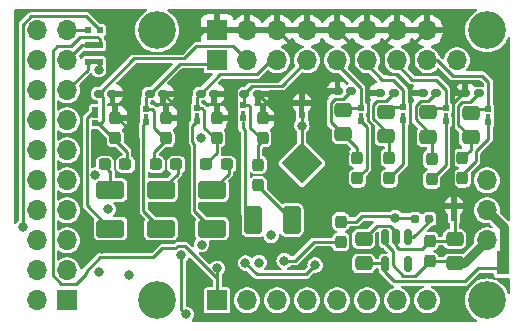
<source format=gbr>
%TF.GenerationSoftware,KiCad,Pcbnew,8.0.7*%
%TF.CreationDate,2024-12-21T09:58:57-05:00*%
%TF.ProjectId,tac5212_audio_board_single_ended,74616335-3231-4325-9f61-7564696f5f62,rev?*%
%TF.SameCoordinates,Original*%
%TF.FileFunction,Copper,L4,Bot*%
%TF.FilePolarity,Positive*%
%FSLAX46Y46*%
G04 Gerber Fmt 4.6, Leading zero omitted, Abs format (unit mm)*
G04 Created by KiCad (PCBNEW 8.0.7) date 2024-12-21 09:58:57*
%MOMM*%
%LPD*%
G01*
G04 APERTURE LIST*
G04 Aperture macros list*
%AMRoundRect*
0 Rectangle with rounded corners*
0 $1 Rounding radius*
0 $2 $3 $4 $5 $6 $7 $8 $9 X,Y pos of 4 corners*
0 Add a 4 corners polygon primitive as box body*
4,1,4,$2,$3,$4,$5,$6,$7,$8,$9,$2,$3,0*
0 Add four circle primitives for the rounded corners*
1,1,$1+$1,$2,$3*
1,1,$1+$1,$4,$5*
1,1,$1+$1,$6,$7*
1,1,$1+$1,$8,$9*
0 Add four rect primitives between the rounded corners*
20,1,$1+$1,$2,$3,$4,$5,0*
20,1,$1+$1,$4,$5,$6,$7,0*
20,1,$1+$1,$6,$7,$8,$9,0*
20,1,$1+$1,$8,$9,$2,$3,0*%
%AMRotRect*
0 Rectangle, with rotation*
0 The origin of the aperture is its center*
0 $1 length*
0 $2 width*
0 $3 Rotation angle, in degrees counterclockwise*
0 Add horizontal line*
21,1,$1,$2,0,0,$3*%
G04 Aperture macros list end*
%TA.AperFunction,EtchedComponent*%
%ADD10C,0.000000*%
%TD*%
%TA.AperFunction,ComponentPad*%
%ADD11C,0.500000*%
%TD*%
%TA.AperFunction,SMDPad,CuDef*%
%ADD12RotRect,2.450000X2.450000X45.000000*%
%TD*%
%TA.AperFunction,ComponentPad*%
%ADD13R,1.700000X1.700000*%
%TD*%
%TA.AperFunction,ComponentPad*%
%ADD14O,1.700000X1.700000*%
%TD*%
%TA.AperFunction,ComponentPad*%
%ADD15C,3.200000*%
%TD*%
%TA.AperFunction,SMDPad,CuDef*%
%ADD16RoundRect,0.250000X0.475000X-0.337500X0.475000X0.337500X-0.475000X0.337500X-0.475000X-0.337500X0*%
%TD*%
%TA.AperFunction,SMDPad,CuDef*%
%ADD17RoundRect,0.237500X-0.237500X0.300000X-0.237500X-0.300000X0.237500X-0.300000X0.237500X0.300000X0*%
%TD*%
%TA.AperFunction,SMDPad,CuDef*%
%ADD18R,0.500000X0.500000*%
%TD*%
%TA.AperFunction,SMDPad,CuDef*%
%ADD19R,0.450000X0.750000*%
%TD*%
%TA.AperFunction,ComponentPad*%
%ADD20R,0.500000X0.500000*%
%TD*%
%TA.AperFunction,SMDPad,CuDef*%
%ADD21RoundRect,0.160000X0.222500X0.160000X-0.222500X0.160000X-0.222500X-0.160000X0.222500X-0.160000X0*%
%TD*%
%TA.AperFunction,SMDPad,CuDef*%
%ADD22RoundRect,0.237500X-0.287500X-0.237500X0.287500X-0.237500X0.287500X0.237500X-0.287500X0.237500X0*%
%TD*%
%TA.AperFunction,SMDPad,CuDef*%
%ADD23RoundRect,0.237500X0.237500X-0.300000X0.237500X0.300000X-0.237500X0.300000X-0.237500X-0.300000X0*%
%TD*%
%TA.AperFunction,SMDPad,CuDef*%
%ADD24R,0.508000X0.508000*%
%TD*%
%TA.AperFunction,SMDPad,CuDef*%
%ADD25R,0.508000X0.500000*%
%TD*%
%TA.AperFunction,SMDPad,CuDef*%
%ADD26RoundRect,0.250001X0.924999X-0.499999X0.924999X0.499999X-0.924999X0.499999X-0.924999X-0.499999X0*%
%TD*%
%TA.AperFunction,SMDPad,CuDef*%
%ADD27R,1.000000X1.100000*%
%TD*%
%TA.AperFunction,SMDPad,CuDef*%
%ADD28R,0.500000X0.508000*%
%TD*%
%TA.AperFunction,SMDPad,CuDef*%
%ADD29RoundRect,0.250001X-0.499999X-0.924999X0.499999X-0.924999X0.499999X0.924999X-0.499999X0.924999X0*%
%TD*%
%TA.AperFunction,SMDPad,CuDef*%
%ADD30RoundRect,0.237500X0.287500X0.237500X-0.287500X0.237500X-0.287500X-0.237500X0.287500X-0.237500X0*%
%TD*%
%TA.AperFunction,SMDPad,CuDef*%
%ADD31RoundRect,0.160000X-0.222500X-0.160000X0.222500X-0.160000X0.222500X0.160000X-0.222500X0.160000X0*%
%TD*%
%TA.AperFunction,SMDPad,CuDef*%
%ADD32RoundRect,0.250000X-0.475000X0.337500X-0.475000X-0.337500X0.475000X-0.337500X0.475000X0.337500X0*%
%TD*%
%TA.AperFunction,SMDPad,CuDef*%
%ADD33RoundRect,0.150000X-0.150000X0.512500X-0.150000X-0.512500X0.150000X-0.512500X0.150000X0.512500X0*%
%TD*%
%TA.AperFunction,SMDPad,CuDef*%
%ADD34RoundRect,0.160000X-0.197500X-0.160000X0.197500X-0.160000X0.197500X0.160000X-0.197500X0.160000X0*%
%TD*%
%TA.AperFunction,SMDPad,CuDef*%
%ADD35RoundRect,0.237500X-0.237500X0.287500X-0.237500X-0.287500X0.237500X-0.287500X0.237500X0.287500X0*%
%TD*%
%TA.AperFunction,SMDPad,CuDef*%
%ADD36R,0.475000X0.675000*%
%TD*%
%TA.AperFunction,ViaPad*%
%ADD37C,0.800000*%
%TD*%
%TA.AperFunction,Conductor*%
%ADD38C,0.250000*%
%TD*%
%TA.AperFunction,Conductor*%
%ADD39C,0.750000*%
%TD*%
G04 APERTURE END LIST*
%TA.AperFunction,EtchedComponent*%
%TO.C,GND108*%
G36*
X108971000Y-106104000D02*
G01*
X109429000Y-106104000D01*
X109429000Y-106679000D01*
X108971000Y-106679000D01*
X108971000Y-106104000D01*
G37*
%TD.AperFunction*%
D10*
%TA.AperFunction,EtchedComponent*%
%TO.C,3V108*%
G36*
X126400000Y-119675000D02*
G01*
X126000000Y-119675000D01*
X126000000Y-119125000D01*
X126400000Y-119125000D01*
X126400000Y-119675000D01*
G37*
%TD.AperFunction*%
%TA.AperFunction,EtchedComponent*%
%TO.C,SDA108*%
G36*
X91896000Y-102171000D02*
G01*
X91321000Y-102171000D01*
X91321000Y-102629000D01*
X91896000Y-102629000D01*
X91896000Y-102171000D01*
G37*
%TD.AperFunction*%
%TA.AperFunction,EtchedComponent*%
%TO.C,SCL108*%
G36*
X91896000Y-100771000D02*
G01*
X91321000Y-100771000D01*
X91321000Y-101229000D01*
X91896000Y-101229000D01*
X91896000Y-100771000D01*
G37*
%TD.AperFunction*%
%TA.AperFunction,EtchedComponent*%
%TO.C,G119*%
G36*
X121871000Y-114804000D02*
G01*
X122329000Y-114804000D01*
X122329000Y-115379000D01*
X121871000Y-115379000D01*
X121871000Y-114804000D01*
G37*
%TD.AperFunction*%
%TD*%
D11*
%TO.P,J108,25,VSS*%
%TO.N,GNDD*%
X108705025Y-111494975D03*
X108705025Y-110505025D03*
X109200000Y-111000000D03*
D12*
X109200000Y-111000000D03*
D11*
X109694975Y-111494975D03*
X109694975Y-110505025D03*
%TD*%
D13*
%TO.P,board_outline108,1,HELD_HIGH*%
%TO.N,EN_HELD_HIGH*%
X89337500Y-122600000D03*
D14*
%TO.P,board_outline108,2,HELD_LOW*%
%TO.N,unconnected-(board_outline108-HELD_LOW-Pad2)*%
X86797500Y-122600000D03*
%TO.P,board_outline108,3,5V*%
%TO.N,Net-(5V108-B)*%
X89337500Y-120060000D03*
%TO.P,board_outline108,4,GNDD*%
%TO.N,GNDD*%
X86797500Y-120060000D03*
%TO.P,board_outline108,5,12V*%
%TO.N,unconnected-(board_outline108-12V-Pad5)*%
X89337500Y-117520000D03*
%TO.P,board_outline108,6,GNDD*%
%TO.N,GNDD*%
X86797500Y-117520000D03*
%TO.P,board_outline108,7,DSP_DOUT*%
%TO.N,5212_DOUT1+*%
X89337500Y-114980000D03*
%TO.P,board_outline108,8,GNDD*%
%TO.N,GNDD*%
X86797500Y-114980000D03*
%TO.P,board_outline108,9,DSP_DIN*%
%TO.N,5212_DIN1*%
X89337500Y-112440000D03*
%TO.P,board_outline108,10,GNDD*%
%TO.N,GNDD*%
X86797500Y-112440000D03*
%TO.P,board_outline108,11,BCLK*%
%TO.N,5212_BCLK1*%
X89337500Y-109900000D03*
%TO.P,board_outline108,12,GNDD*%
%TO.N,GNDD*%
X86797500Y-109900000D03*
%TO.P,board_outline108,13,LRCK*%
%TO.N,5212_LRCK1*%
X89337500Y-107360000D03*
%TO.P,board_outline108,14,GNDD*%
%TO.N,GNDD*%
X86797500Y-107360000D03*
%TO.P,board_outline108,15,SDA*%
%TO.N,DSP_SDA*%
X89337500Y-104820000D03*
%TO.P,board_outline108,16,GNDD*%
%TO.N,GNDD*%
X86797500Y-104820000D03*
%TO.P,board_outline108,17,SCL*%
%TO.N,DSP_SCL*%
X89337500Y-102280000D03*
%TO.P,board_outline108,18,GNDD*%
%TO.N,GNDD*%
X86797500Y-102280000D03*
%TO.P,board_outline108,19,MCLK*%
%TO.N,5212_MCLK1*%
X89337500Y-99740000D03*
%TO.P,board_outline108,20,GNDD*%
%TO.N,GNDD*%
X86797500Y-99740000D03*
D13*
%TO.P,board_outline108,21,OUTP*%
%TO.N,OUT1P+*%
X102047500Y-102285000D03*
%TO.P,board_outline108,22,AGND*%
%TO.N,Earth*%
X102047500Y-99745000D03*
D14*
%TO.P,board_outline108,23,OUT1M*%
%TO.N,OUT1M+*%
X104587500Y-102285000D03*
%TO.P,board_outline108,24,AGND*%
%TO.N,Earth*%
X104587500Y-99745000D03*
%TO.P,board_outline108,25,OUT2P*%
%TO.N,OUT2P+*%
X107127500Y-102285000D03*
%TO.P,board_outline108,26,AGND*%
%TO.N,Earth*%
X107127500Y-99745000D03*
%TO.P,board_outline108,27,OUT2M*%
%TO.N,OUT2M+*%
X109667500Y-102285000D03*
%TO.P,board_outline108,28,AGND*%
%TO.N,Earth*%
X109667500Y-99745000D03*
%TO.P,board_outline108,29,IN1P*%
%TO.N,IN1P+*%
X112207500Y-102285000D03*
%TO.P,board_outline108,30,AGND*%
%TO.N,Earth*%
X112207500Y-99745000D03*
%TO.P,board_outline108,31,IN1M*%
%TO.N,IN1M+*%
X114747500Y-102285000D03*
%TO.P,board_outline108,32,AGND*%
%TO.N,Earth*%
X114747500Y-99745000D03*
%TO.P,board_outline108,33,IN2P*%
%TO.N,IN2P+*%
X117287500Y-102285000D03*
%TO.P,board_outline108,34,AGND*%
%TO.N,Earth*%
X117287500Y-99745000D03*
%TO.P,board_outline108,35,IN2M*%
%TO.N,IN2M+*%
X119827500Y-102285000D03*
%TO.P,board_outline108,36,AGND*%
%TO.N,Earth*%
X119827500Y-99745000D03*
D13*
%TO.P,board_outline108,37,SCL*%
%TO.N,5212_SCL*%
X102047500Y-122605000D03*
D14*
%TO.P,board_outline108,38,SDA*%
%TO.N,5212_SDA*%
X104587500Y-122605000D03*
%TO.P,board_outline108,39,GNDD*%
%TO.N,GNDD*%
X107127500Y-122605000D03*
%TO.P,board_outline108,40,GPIO1*%
%TO.N,GPIO1*%
X109667500Y-122605000D03*
%TO.P,board_outline108,41,GPIO2*%
%TO.N,GPIO2*%
X112207500Y-122605000D03*
%TO.P,board_outline108,42,GPO1*%
%TO.N,GPO1*%
X114747500Y-122605000D03*
%TO.P,board_outline108,43,GPI1*%
%TO.N,GPI1*%
X117287500Y-122605000D03*
%TO.P,board_outline108,44,GNDD*%
%TO.N,GNDD*%
X119827500Y-122605000D03*
%TO.P,board_outline108,45,5V*%
%TO.N,5V*%
X124892500Y-117525000D03*
%TO.P,board_outline108,46,3.3V*%
%TO.N,3.3V_LDO*%
X124892500Y-114985000D03*
%TO.P,board_outline108,47,GNDD*%
%TO.N,GNDD*%
X124892500Y-112445000D03*
%TO.P,board_outline108,48,MIC_BIAS*%
%TO.N,MICBIAS*%
X122352500Y-102285000D03*
D15*
%TO.P,board_outline108,49,AGND*%
%TO.N,Net-(E108-B)*%
X96952500Y-99745000D03*
%TO.P,board_outline108,50,AGND*%
%TO.N,Net-(E109-B)*%
X124892500Y-99745000D03*
%TO.P,board_outline108,51,DGND*%
%TO.N,Net-(G117-A)*%
X96952500Y-122605000D03*
%TO.P,board_outline108,52,DGND*%
%TO.N,Net-(G118-A)*%
X124892500Y-122605000D03*
%TD*%
D11*
%TO.P,G110,1,1*%
%TO.N,Earth*%
X117100000Y-114000000D03*
%TD*%
%TO.P,G109,1,1*%
%TO.N,Earth*%
X99200000Y-117200000D03*
%TD*%
%TO.P,G112,1,1*%
%TO.N,Earth*%
X118400000Y-114000000D03*
%TD*%
%TO.P,G111,1,1*%
%TO.N,Earth*%
X92300000Y-118400000D03*
%TD*%
%TO.P,G113,1,1*%
%TO.N,Earth*%
X102600000Y-118400000D03*
%TD*%
%TO.P,G115,1,1*%
%TO.N,Earth*%
X103200000Y-119300000D03*
%TD*%
%TO.P,G114,1,1*%
%TO.N,Earth*%
X123500000Y-113700000D03*
%TD*%
%TO.P,G116,1,1*%
%TO.N,Earth*%
X125900000Y-110200000D03*
%TD*%
%TO.P,G108,1,1*%
%TO.N,Earth*%
X115800000Y-114500000D03*
%TD*%
D16*
%TO.P,T\u002AC108,1*%
%TO.N,5V*%
X122134314Y-119475000D03*
%TO.P,T\u002AC108,2*%
%TO.N,Net-(G119-A)*%
X122134314Y-117400000D03*
%TD*%
D17*
%TO.P,C127,1*%
%TO.N,Net-(C127-Pad1)*%
X113900000Y-110537500D03*
%TO.P,C127,2*%
%TO.N,IN1P*%
X113900000Y-112262500D03*
%TD*%
D18*
%TO.P,OP109,1,1*%
%TO.N,OUT2P+*%
X100300000Y-106325000D03*
D19*
%TO.P,OP109,2,2*%
%TO.N,OUT2P*%
X100300000Y-107100000D03*
D20*
X100300000Y-107425000D03*
%TD*%
D21*
%TO.P,D111,1,K*%
%TO.N,OUT2M+*%
X104327500Y-105100000D03*
%TO.P,D111,2,K*%
%TO.N,Earth*%
X105472500Y-105100000D03*
%TD*%
D22*
%TO.P,R108,1*%
%TO.N,OUT1P+*%
X96825000Y-111100000D03*
%TO.P,R108,2*%
%TO.N,Net-(C110-Pad2)*%
X98575000Y-111100000D03*
%TD*%
D18*
%TO.P,INP108,1,1*%
%TO.N,IN2P+*%
X121400000Y-106335000D03*
D19*
%TO.P,INP108,2,2*%
%TO.N,IN2P*%
X121400000Y-107110000D03*
D20*
X121400000Y-107435000D03*
%TD*%
D23*
%TO.P,T\u002AC109,1*%
%TO.N,5V*%
X120034314Y-119300000D03*
%TO.P,T\u002AC109,2*%
%TO.N,Net-(G119-A)*%
X120034314Y-117575000D03*
%TD*%
D17*
%TO.P,C124,1*%
%TO.N,Net-(C124-Pad1)*%
X122800000Y-110537500D03*
%TO.P,C124,2*%
%TO.N,IN2M*%
X122800000Y-112262500D03*
%TD*%
D24*
%TO.P,GND108,2,B*%
%TO.N,Earth*%
X109200000Y-105900000D03*
D25*
%TO.P,GND108,1,A*%
%TO.N,GNDD*%
X109200000Y-106904000D03*
%TD*%
D17*
%TO.P,C125,1*%
%TO.N,Net-(C125-Pad1)*%
X120200000Y-110637500D03*
%TO.P,C125,2*%
%TO.N,IN2P*%
X120200000Y-112362500D03*
%TD*%
D18*
%TO.P,INM108,1,1*%
%TO.N,IN2M+*%
X125000000Y-106382500D03*
D19*
%TO.P,INM108,2,2*%
%TO.N,IN2M*%
X125000000Y-107157500D03*
D20*
X125000000Y-107482500D03*
%TD*%
D26*
%TO.P,C114,1*%
%TO.N,OUT1M*%
X93000000Y-116525000D03*
%TO.P,C114,2*%
%TO.N,Net-(C114-Pad2)*%
X93000000Y-113275000D03*
%TD*%
D16*
%TO.P,T\u002AC110,1*%
%TO.N,3.3V_A*%
X114434314Y-119475000D03*
%TO.P,T\u002AC110,2*%
%TO.N,Net-(G119-A)*%
X114434314Y-117400000D03*
%TD*%
D18*
%TO.P,OM109,1,1*%
%TO.N,OUT2M+*%
X104200000Y-106100000D03*
D19*
%TO.P,OM109,2,2*%
%TO.N,OUT2M*%
X104200000Y-106875000D03*
D20*
X104200000Y-107200000D03*
%TD*%
D27*
%TO.P,3V108,1,A*%
%TO.N,3.3V_A*%
X126200000Y-119904000D03*
%TO.P,3V108,2,B*%
%TO.N,3.3V_LDO*%
X126200000Y-118900000D03*
%TD*%
D28*
%TO.P,SDA108,1,A*%
%TO.N,DSP_SDA*%
X91096000Y-102400000D03*
D24*
%TO.P,SDA108,2,B*%
%TO.N,5212_SDA*%
X92100000Y-102400000D03*
%TD*%
%TO.P,MCLK108,1,1*%
%TO.N,5212_MCLK1*%
X91100000Y-99700000D03*
%TO.P,MCLK108,2,2*%
%TO.N,GPI1*%
X92100000Y-99700000D03*
%TD*%
D29*
%TO.P,C122,1*%
%TO.N,OUT2M*%
X105100001Y-115800000D03*
%TO.P,C122,2*%
%TO.N,Net-(C122-Pad2)*%
X108350001Y-115800000D03*
%TD*%
D28*
%TO.P,SCL108,1,A*%
%TO.N,DSP_SCL*%
X91096000Y-101000000D03*
D24*
%TO.P,SCL108,2,B*%
%TO.N,5212_SCL*%
X92100000Y-101000000D03*
%TD*%
D30*
%TO.P,R109,1*%
%TO.N,OUT1M+*%
X94275000Y-111100000D03*
%TO.P,R109,2*%
%TO.N,Net-(C114-Pad2)*%
X92525000Y-111100000D03*
%TD*%
D31*
%TO.P,D113,1,K*%
%TO.N,Net-(C125-Pad1)*%
X120572500Y-105035000D03*
%TO.P,D113,2,K*%
%TO.N,Earth*%
X119427500Y-105035000D03*
%TD*%
D32*
%TO.P,FB110,1*%
%TO.N,IN1M+*%
X116300000Y-106625000D03*
%TO.P,FB110,2*%
%TO.N,Net-(C126-Pad1)*%
X116300000Y-108700000D03*
%TD*%
%TO.P,FB111,1*%
%TO.N,IN1P+*%
X112700000Y-106462500D03*
%TO.P,FB111,2*%
%TO.N,Net-(C127-Pad1)*%
X112700000Y-108537500D03*
%TD*%
D22*
%TO.P,R111,1*%
%TO.N,OUT2P+*%
X101125000Y-111100000D03*
%TO.P,R111,2*%
%TO.N,Net-(C120-Pad2)*%
X102875000Y-111100000D03*
%TD*%
D31*
%TO.P,D112,1,K*%
%TO.N,Net-(C124-Pad1)*%
X124172500Y-105082500D03*
%TO.P,D112,2,K*%
%TO.N,Earth*%
X123027500Y-105082500D03*
%TD*%
D23*
%TO.P,C123,1*%
%TO.N,OUT2M+*%
X105900000Y-108862500D03*
%TO.P,C123,2*%
%TO.N,Earth*%
X105900000Y-107137500D03*
%TD*%
D33*
%TO.P,U109,1,IN*%
%TO.N,5V*%
X116261814Y-117277500D03*
%TO.P,U109,2,GND*%
%TO.N,Net-(G119-A)*%
X117211814Y-117277500D03*
%TO.P,U109,3,EN*%
%TO.N,Net-(U109-EN)*%
X118161814Y-117277500D03*
%TO.P,U109,4,NC*%
%TO.N,unconnected-(U109-NC-Pad4)*%
X118161814Y-119552500D03*
%TO.P,U109,5,OUT*%
%TO.N,3.3V_A*%
X116261814Y-119552500D03*
%TD*%
D21*
%TO.P,D108,1,K*%
%TO.N,OUT1P+*%
X96327500Y-105100000D03*
%TO.P,D108,2,K*%
%TO.N,Earth*%
X97472500Y-105100000D03*
%TD*%
D23*
%TO.P,C113,1*%
%TO.N,OUT1P+*%
X97700000Y-108862500D03*
%TO.P,C113,2*%
%TO.N,Earth*%
X97700000Y-107137500D03*
%TD*%
D17*
%TO.P,C126,1*%
%TO.N,Net-(C126-Pad1)*%
X116600000Y-110537500D03*
%TO.P,C126,2*%
%TO.N,IN1M*%
X116600000Y-112262500D03*
%TD*%
D21*
%TO.P,D110,1,K*%
%TO.N,OUT2P+*%
X100627500Y-105100000D03*
%TO.P,D110,2,K*%
%TO.N,Earth*%
X101772500Y-105100000D03*
%TD*%
D26*
%TO.P,C110,1*%
%TO.N,OUT1P*%
X97300000Y-116525000D03*
%TO.P,C110,2*%
%TO.N,Net-(C110-Pad2)*%
X97300000Y-113275000D03*
%TD*%
D21*
%TO.P,D109,1,K*%
%TO.N,OUT1M+*%
X92027500Y-105100000D03*
%TO.P,D109,2,K*%
%TO.N,Earth*%
X93172500Y-105100000D03*
%TD*%
D34*
%TO.P,R127,1*%
%TO.N,EN_HELD_HIGH*%
X118802500Y-115700000D03*
%TO.P,R127,2*%
%TO.N,Net-(U109-EN)*%
X119997500Y-115700000D03*
%TD*%
D23*
%TO.P,C121,1*%
%TO.N,OUT2P+*%
X102000000Y-108862500D03*
%TO.P,C121,2*%
%TO.N,Earth*%
X102000000Y-107137500D03*
%TD*%
D26*
%TO.P,C120,1*%
%TO.N,OUT2P*%
X101600000Y-116525000D03*
%TO.P,C120,2*%
%TO.N,Net-(C120-Pad2)*%
X101600000Y-113275000D03*
%TD*%
D31*
%TO.P,D114,1,K*%
%TO.N,Net-(C126-Pad1)*%
X116972500Y-105035000D03*
%TO.P,D114,2,K*%
%TO.N,Earth*%
X115827500Y-105035000D03*
%TD*%
D18*
%TO.P,OP108,1,1*%
%TO.N,OUT1P+*%
X96000000Y-106400000D03*
D19*
%TO.P,OP108,2,2*%
%TO.N,OUT1P*%
X96000000Y-107175000D03*
D20*
X96000000Y-107500000D03*
%TD*%
D35*
%TO.P,R116,1*%
%TO.N,OUT2M+*%
X105500000Y-111125000D03*
%TO.P,R116,2*%
%TO.N,Net-(C122-Pad2)*%
X105500000Y-112875000D03*
%TD*%
D18*
%TO.P,INM109,1,1*%
%TO.N,IN1M+*%
X117800000Y-106262500D03*
D19*
%TO.P,INM109,2,2*%
%TO.N,IN1M*%
X117800000Y-107037500D03*
D20*
X117800000Y-107362500D03*
%TD*%
D32*
%TO.P,FB109,1*%
%TO.N,IN2P+*%
X119900000Y-106697500D03*
%TO.P,FB109,2*%
%TO.N,Net-(C125-Pad1)*%
X119900000Y-108772500D03*
%TD*%
D25*
%TO.P,G119,1,A*%
%TO.N,Net-(G119-A)*%
X122100000Y-115604000D03*
D24*
%TO.P,G119,2,B*%
%TO.N,Earth*%
X122100000Y-114600000D03*
%TD*%
D32*
%TO.P,FB108,1*%
%TO.N,IN2M+*%
X123500000Y-106735000D03*
%TO.P,FB108,2*%
%TO.N,Net-(C124-Pad1)*%
X123500000Y-108810000D03*
%TD*%
D31*
%TO.P,D115,1,K*%
%TO.N,Net-(C127-Pad1)*%
X113372500Y-104900000D03*
%TO.P,D115,2,K*%
%TO.N,Earth*%
X112227500Y-104900000D03*
%TD*%
D17*
%TO.P,C129,1*%
%TO.N,EN_HELD_HIGH*%
X112500000Y-115937499D03*
%TO.P,C129,2*%
%TO.N,GNDD*%
X112500000Y-117662501D03*
%TD*%
D18*
%TO.P,OM108,1,1*%
%TO.N,OUT1M+*%
X91700000Y-107600000D03*
D36*
%TO.P,OM108,2,2*%
%TO.N,OUT1M*%
X91700000Y-106812500D03*
D20*
X91700000Y-106500000D03*
%TD*%
D23*
%TO.P,C117,1*%
%TO.N,OUT1M+*%
X93400000Y-108862500D03*
%TO.P,C117,2*%
%TO.N,Earth*%
X93400000Y-107137500D03*
%TD*%
D18*
%TO.P,INP109,1,1*%
%TO.N,IN1P+*%
X114200000Y-106325000D03*
D19*
%TO.P,INP109,2,2*%
%TO.N,IN1P*%
X114200000Y-107100000D03*
D20*
X114200000Y-107425000D03*
%TD*%
D37*
%TO.N,GNDD*%
X109200000Y-107800000D03*
X99400000Y-123800000D03*
X91719599Y-111998440D03*
X107711709Y-119246986D03*
X106600000Y-117100000D03*
X99000000Y-118800000D03*
X100718700Y-117875000D03*
%TO.N,5V*%
X94569964Y-120430000D03*
%TO.N,Earth*%
X103224739Y-107762663D03*
X112825000Y-110225000D03*
%TO.N,EN_HELD_HIGH*%
X117100000Y-115600000D03*
%TO.N,5212_SCL*%
X102047500Y-119900002D03*
%TO.N,5212_SDA*%
X92004802Y-120161926D03*
X92007954Y-103082209D03*
%TO.N,3.3V_LDO*%
X100675000Y-108873986D03*
X92800004Y-114900000D03*
X105600000Y-119400000D03*
%TO.N,GPI1*%
X85600000Y-116400000D03*
%TO.N,Net-(PU_EN108-Pad1)*%
X110338844Y-119622742D03*
X104430004Y-119430004D03*
%TD*%
D38*
%TO.N,GNDD*%
X109200000Y-107800000D02*
X109200000Y-106904000D01*
X99000000Y-118800000D02*
X99000000Y-123400000D01*
X110237499Y-117662501D02*
X112500000Y-117662501D01*
X109200000Y-107804000D02*
X109200000Y-109515076D01*
X108653014Y-119246986D02*
X110237499Y-117662501D01*
X107711709Y-119246986D02*
X108653014Y-119246986D01*
X99000000Y-123400000D02*
X99400000Y-123800000D01*
%TO.N,5V*%
X116900000Y-119629094D02*
X116900000Y-118400000D01*
X117810906Y-120540000D02*
X116900000Y-119629094D01*
X116900000Y-118400000D02*
X116261814Y-117761814D01*
X120034314Y-119300000D02*
X121959314Y-119300000D01*
D39*
X122134314Y-119475000D02*
X122942500Y-119475000D01*
X122942500Y-119475000D02*
X124892500Y-117525000D01*
D38*
X120034314Y-119300000D02*
X118794314Y-120540000D01*
X121959314Y-119300000D02*
X122134314Y-119475000D01*
X118794314Y-120540000D02*
X117810906Y-120540000D01*
X116261814Y-117761814D02*
X116261814Y-117277500D01*
%TO.N,Earth*%
X114260799Y-104060799D02*
X114260799Y-103460000D01*
X99625000Y-109556398D02*
X99450000Y-109381398D01*
X103925000Y-108605000D02*
X103620000Y-108300000D01*
X115200000Y-107793996D02*
X114800000Y-107393996D01*
X114800000Y-107393996D02*
X114800000Y-104600000D01*
X116112500Y-100920000D02*
X117287500Y-99745000D01*
X119340799Y-103460000D02*
X118652500Y-102771701D01*
X92003681Y-103860249D02*
X92325930Y-103860249D01*
X125900000Y-110200000D02*
X125900000Y-104170799D01*
X103620000Y-104734672D02*
X104354672Y-104000000D01*
X121474201Y-99745000D02*
X119827500Y-99745000D01*
X122897924Y-113700000D02*
X122000000Y-112802076D01*
X109500000Y-116895101D02*
X109500000Y-113775000D01*
X122000000Y-112802076D02*
X122000000Y-105900000D01*
X117100000Y-114000000D02*
X116900000Y-114000000D01*
X114797924Y-114500000D02*
X112900000Y-112602076D01*
X104354672Y-104000000D02*
X107074201Y-104000000D01*
X118400000Y-114000000D02*
X118400000Y-112525000D01*
X111700000Y-104900000D02*
X112227500Y-104900000D01*
X118652500Y-100920000D02*
X119827500Y-99745000D01*
X122000000Y-105900000D02*
X122817500Y-105082500D01*
X106950000Y-111225000D02*
X106950000Y-106577500D01*
X112900000Y-110370100D02*
X111200000Y-108670100D01*
X116900000Y-114000000D02*
X115200000Y-112300000D01*
X116560000Y-103460000D02*
X116112500Y-103012500D01*
X90512500Y-105351430D02*
X92003681Y-103860249D01*
X103200000Y-119300000D02*
X104586596Y-117913404D01*
X103620000Y-108157924D02*
X103224739Y-107762663D01*
X108302500Y-100920000D02*
X107127500Y-99745000D01*
X122817500Y-105082500D02*
X123027500Y-105082500D01*
X108302500Y-102771701D02*
X108302500Y-100920000D01*
X125900000Y-104170799D02*
X121474201Y-99745000D01*
X113572500Y-101110000D02*
X112207500Y-99745000D01*
X123500000Y-113700000D02*
X122897924Y-113700000D01*
X99022500Y-101670000D02*
X100947500Y-99745000D01*
X90512500Y-116612500D02*
X90512500Y-105351430D01*
X118375000Y-112500000D02*
X118375000Y-104675000D01*
X115200000Y-112300000D02*
X115200000Y-107793996D01*
X122582500Y-105082500D02*
X120960000Y-103460000D01*
X112900000Y-112602076D02*
X112900000Y-110370100D01*
X106950000Y-106577500D02*
X105472500Y-105100000D01*
X95325000Y-116445100D02*
X95325000Y-108887500D01*
X100947500Y-99745000D02*
X102047500Y-99745000D01*
X102000000Y-107350000D02*
X102000000Y-106962500D01*
X118652500Y-102771701D02*
X118652500Y-100920000D01*
X95325000Y-108887500D02*
X93400000Y-106962500D01*
X107074201Y-104000000D02*
X108302500Y-102771701D01*
X111200000Y-105400000D02*
X111700000Y-104900000D01*
X115800000Y-114500000D02*
X114797924Y-114500000D01*
X99625000Y-116775000D02*
X99625000Y-109556398D01*
X92300000Y-118400000D02*
X90512500Y-116612500D01*
X108481697Y-117913404D02*
X109500000Y-116895101D01*
X118400000Y-112525000D02*
X118375000Y-112500000D01*
X103620000Y-108300000D02*
X103620000Y-104734672D01*
X93370100Y-118400000D02*
X95325000Y-116445100D01*
X92325930Y-103860249D02*
X94516179Y-101670000D01*
X92300000Y-118400000D02*
X93370100Y-118400000D01*
X114260799Y-103460000D02*
X113572500Y-102771701D01*
X116112500Y-103012500D02*
X116112500Y-100920000D01*
X103925000Y-117075000D02*
X103925000Y-108605000D01*
X114800000Y-104600000D02*
X114260799Y-104060799D01*
X123027500Y-105082500D02*
X122582500Y-105082500D01*
X117160000Y-103460000D02*
X116560000Y-103460000D01*
X113572500Y-102771701D02*
X113572500Y-101110000D01*
X99450000Y-109381398D02*
X99450000Y-107077500D01*
X109500000Y-113775000D02*
X106950000Y-111225000D01*
X99200000Y-117200000D02*
X99625000Y-116775000D01*
X99450000Y-107077500D02*
X97472500Y-105100000D01*
X103620000Y-108300000D02*
X103620000Y-108157924D01*
X111200000Y-108670100D02*
X111200000Y-105400000D01*
X102600000Y-118400000D02*
X103925000Y-117075000D01*
X94516179Y-101670000D02*
X99022500Y-101670000D01*
X120960000Y-103460000D02*
X119340799Y-103460000D01*
X104586596Y-117913404D02*
X108481697Y-117913404D01*
X118375000Y-104675000D02*
X117160000Y-103460000D01*
%TO.N,EN_HELD_HIGH*%
X113825002Y-115937499D02*
X112500000Y-115937499D01*
X117000000Y-115600000D02*
X116900000Y-115500000D01*
X117100000Y-115600000D02*
X118702500Y-115600000D01*
X116900000Y-115500000D02*
X114262501Y-115500000D01*
X117100000Y-115600000D02*
X117000000Y-115600000D01*
X114262501Y-115500000D02*
X113825002Y-115937499D01*
X117200000Y-115700000D02*
X117100000Y-115600000D01*
X118702500Y-115600000D02*
X118802500Y-115700000D01*
%TO.N,IN2P*%
X120200000Y-112362500D02*
X121400000Y-111162500D01*
X121400000Y-111162500D02*
X121400000Y-107435000D01*
%TO.N,IN1M*%
X116600000Y-112262500D02*
X117800000Y-111062500D01*
X117800000Y-111062500D02*
X117800000Y-107362500D01*
%TO.N,IN1P*%
X113900000Y-112262500D02*
X114700000Y-111462500D01*
X114700000Y-107930392D02*
X114200000Y-107430392D01*
X114200000Y-107430392D02*
X114200000Y-107425000D01*
X114700000Y-111462500D02*
X114700000Y-107930392D01*
%TO.N,Net-(C110-Pad2)*%
X98700000Y-111100000D02*
X98700000Y-111875000D01*
X98700000Y-111875000D02*
X97300000Y-113275000D01*
%TO.N,IN2M*%
X123950000Y-109992600D02*
X125000000Y-108942600D01*
X122800000Y-112262500D02*
X122800000Y-111977076D01*
X123950000Y-110827076D02*
X123950000Y-109992600D01*
X122800000Y-111977076D02*
X123950000Y-110827076D01*
X125000000Y-108942600D02*
X125000000Y-107482500D01*
%TO.N,OUT1P*%
X95775000Y-115000000D02*
X95775000Y-107725000D01*
X97300000Y-116525000D02*
X95775000Y-115000000D01*
X95775000Y-107725000D02*
X96000000Y-107500000D01*
%TO.N,Net-(C114-Pad2)*%
X93000000Y-113275000D02*
X93000000Y-111700000D01*
X93000000Y-111700000D02*
X92400000Y-111100000D01*
%TO.N,OUT1M*%
X90994599Y-114519599D02*
X93000000Y-116525000D01*
X90994599Y-107205401D02*
X90994599Y-114519599D01*
X91700000Y-106500000D02*
X90994599Y-107205401D01*
%TO.N,OUT2P*%
X100075000Y-115000000D02*
X100075000Y-109370002D01*
X99900000Y-107825000D02*
X100300000Y-107425000D01*
X99900000Y-109195002D02*
X99900000Y-107825000D01*
X101600000Y-116525000D02*
X100075000Y-115000000D01*
X100075000Y-109370002D02*
X99900000Y-109195002D01*
%TO.N,OUT2M*%
X104200000Y-108000000D02*
X104200000Y-107500000D01*
X105100001Y-115800000D02*
X104400000Y-115099999D01*
X104400000Y-115099999D02*
X104400000Y-108200000D01*
X104400000Y-108200000D02*
X104200000Y-108000000D01*
%TO.N,Net-(C120-Pad2)*%
X103000000Y-111875000D02*
X101600000Y-113275000D01*
X103000000Y-111100000D02*
X103000000Y-111875000D01*
%TO.N,Net-(C122-Pad2)*%
X105550001Y-113000000D02*
X108350001Y-115800000D01*
X105500000Y-113000000D02*
X105550001Y-113000000D01*
%TO.N,Net-(C124-Pad1)*%
X122450000Y-106152400D02*
X122779900Y-105822500D01*
X122779900Y-105822500D02*
X123432501Y-105822500D01*
X123500000Y-108810000D02*
X122450000Y-107760000D01*
X123432501Y-105822500D02*
X124172501Y-105082500D01*
X123500000Y-109837500D02*
X123500000Y-108810000D01*
X122450000Y-107760000D02*
X122450000Y-106152400D01*
X122800000Y-110537500D02*
X123500000Y-109837500D01*
%TO.N,Net-(C125-Pad1)*%
X119907501Y-105700000D02*
X120572501Y-105035000D01*
X119264900Y-105700000D02*
X119907501Y-105700000D01*
X118850000Y-106114900D02*
X119264900Y-105700000D01*
X120200000Y-110637500D02*
X120200000Y-109072500D01*
X120200000Y-109072500D02*
X119900000Y-108772500D01*
X118850000Y-107280100D02*
X118850000Y-106114900D01*
X119900000Y-108330100D02*
X118850000Y-107280100D01*
X119900000Y-108772500D02*
X119900000Y-108330100D01*
%TO.N,Net-(C126-Pad1)*%
X116300000Y-108700000D02*
X116300000Y-108257600D01*
X115250000Y-107207600D02*
X115250000Y-106042400D01*
X116600000Y-109000000D02*
X116300000Y-108700000D01*
X115250000Y-106042400D02*
X115592400Y-105700000D01*
X116600000Y-110537500D02*
X116600000Y-109000000D01*
X116307501Y-105700000D02*
X116972501Y-105035000D01*
X115592400Y-105700000D02*
X116307501Y-105700000D01*
X116300000Y-108257600D02*
X115250000Y-107207600D01*
%TO.N,5212_SCL*%
X97400000Y-118200000D02*
X96625000Y-118975000D01*
X96625000Y-118975000D02*
X92095711Y-118975000D01*
X98678984Y-118025000D02*
X98503984Y-118200000D01*
X99321016Y-118025000D02*
X98678984Y-118025000D01*
X88100000Y-101500000D02*
X88495000Y-101105000D01*
X102047500Y-122605000D02*
X102047500Y-119900002D01*
X88100000Y-120484201D02*
X88100000Y-101500000D01*
X102047500Y-122605000D02*
X102047500Y-120751484D01*
X89634201Y-101105000D02*
X90439201Y-100300000D01*
X92100000Y-100496000D02*
X92100000Y-101000000D01*
X90900000Y-120400000D02*
X90065000Y-121235000D01*
X90900000Y-120170711D02*
X90900000Y-120400000D01*
X92095711Y-118975000D02*
X90900000Y-120170711D01*
X90439201Y-100300000D02*
X91904000Y-100300000D01*
X98503984Y-118200000D02*
X97400000Y-118200000D01*
X88495000Y-101105000D02*
X89634201Y-101105000D01*
X90065000Y-121235000D02*
X88850799Y-121235000D01*
X102047500Y-120751484D02*
X99321016Y-118025000D01*
X88850799Y-121235000D02*
X88100000Y-120484201D01*
X91904000Y-100300000D02*
X92100000Y-100496000D01*
%TO.N,5212_SDA*%
X92100000Y-102400000D02*
X92100000Y-102990163D01*
X92100000Y-102990163D02*
X92007954Y-103082209D01*
D39*
%TO.N,3.3V_LDO*%
X126317500Y-116410000D02*
X124892500Y-114985000D01*
X126317500Y-118782501D02*
X126317500Y-116410000D01*
X126200000Y-118900001D02*
X126317500Y-118782501D01*
D38*
%TO.N,Net-(C127-Pad1)*%
X111650000Y-107487500D02*
X111650000Y-105879900D01*
X112727501Y-105545000D02*
X113372501Y-104900000D01*
X111984900Y-105545000D02*
X112727501Y-105545000D01*
X113900000Y-110537500D02*
X113900000Y-109737500D01*
X111650000Y-105879900D02*
X111984900Y-105545000D01*
X112700000Y-108537500D02*
X111650000Y-107487500D01*
X113900000Y-109737500D02*
X112700000Y-108537500D01*
%TO.N,5212_MCLK1*%
X89377500Y-99700000D02*
X89337500Y-99740000D01*
X91100000Y-99700000D02*
X89377500Y-99700000D01*
%TO.N,GPI1*%
X92100000Y-99700000D02*
X90965000Y-98565000D01*
X90965000Y-98565000D02*
X86310799Y-98565000D01*
X85600000Y-99275799D02*
X85600000Y-116400000D01*
X86310799Y-98565000D02*
X85600000Y-99275799D01*
%TO.N,Net-(G119-A)*%
X122134314Y-117400000D02*
X122134314Y-115638314D01*
X120034314Y-117575000D02*
X121959314Y-117575000D01*
X116693984Y-116290000D02*
X115544314Y-116290000D01*
X121959314Y-117575000D02*
X122134314Y-117400000D01*
X115544314Y-116290000D02*
X114434314Y-117400000D01*
X117465000Y-118265000D02*
X117211814Y-118011814D01*
X117211814Y-116807830D02*
X116693984Y-116290000D01*
X117211814Y-118011814D02*
X117211814Y-117277500D01*
X117211814Y-117277500D02*
X117211814Y-116807830D01*
X122134314Y-115638314D02*
X122100000Y-115604000D01*
X119344314Y-118265000D02*
X117465000Y-118265000D01*
X120034314Y-117575000D02*
X119344314Y-118265000D01*
%TO.N,DSP_SCL*%
X91096000Y-101000000D02*
X90617500Y-101000000D01*
X90617500Y-101000000D02*
X89337500Y-102280000D01*
%TO.N,DSP_SDA*%
X91096000Y-103061500D02*
X91096000Y-102400000D01*
X89337500Y-104820000D02*
X91096000Y-103061500D01*
%TO.N,OUT1M+*%
X91962500Y-107600000D02*
X93400000Y-109037500D01*
X94400000Y-110037500D02*
X93400000Y-109037500D01*
X92350000Y-107450000D02*
X92350000Y-105422500D01*
X95007500Y-102120000D02*
X92027500Y-105100000D01*
X91700000Y-107600000D02*
X92200000Y-107600000D01*
X103412500Y-101110000D02*
X100218896Y-101110000D01*
X91700000Y-107600000D02*
X91962500Y-107600000D01*
X92350000Y-105422500D02*
X92027500Y-105100000D01*
X92200000Y-107600000D02*
X92350000Y-107450000D01*
X104587500Y-102285000D02*
X103412500Y-101110000D01*
X100218896Y-101110000D02*
X99208896Y-102120000D01*
X99208896Y-102120000D02*
X95007500Y-102120000D01*
X94400000Y-111100000D02*
X94400000Y-110037500D01*
%TO.N,OUT2M+*%
X104327500Y-105100000D02*
X104972500Y-104455000D01*
X104850000Y-107987500D02*
X104850000Y-106250000D01*
X104327500Y-105972500D02*
X104200000Y-106100000D01*
X105500000Y-111000000D02*
X105500000Y-109437500D01*
X104972500Y-104455000D02*
X107497500Y-104455000D01*
X105900000Y-109037500D02*
X104850000Y-107987500D01*
X104700000Y-106100000D02*
X104200000Y-106100000D01*
X104327500Y-105100000D02*
X104327500Y-105972500D01*
X104850000Y-106250000D02*
X104700000Y-106100000D01*
X105500000Y-109437500D02*
X105900000Y-109037500D01*
X107497500Y-104455000D02*
X109667500Y-102285000D01*
%TO.N,OUT2P+*%
X100300000Y-105427500D02*
X100627500Y-105100000D01*
X100627500Y-105100000D02*
X102267500Y-103460000D01*
X102000000Y-109037500D02*
X100950000Y-107987500D01*
X100300000Y-106325000D02*
X100300000Y-105427500D01*
X102000000Y-110100000D02*
X101000000Y-111100000D01*
X100725000Y-106325000D02*
X100300000Y-106325000D01*
X102267500Y-103460000D02*
X105403276Y-103460000D01*
X105403276Y-103460000D02*
X106578276Y-102285000D01*
X106578276Y-102285000D02*
X107127500Y-102285000D01*
X100950000Y-106550000D02*
X100725000Y-106325000D01*
X100950000Y-107987500D02*
X100950000Y-106550000D01*
X102000000Y-109037500D02*
X102000000Y-110100000D01*
%TO.N,IN1M+*%
X115972500Y-103910000D02*
X114347500Y-102285000D01*
X116662500Y-106262500D02*
X117800000Y-106262500D01*
X116920328Y-103910000D02*
X115972500Y-103910000D01*
X117800000Y-106262500D02*
X117800000Y-104789672D01*
X116300000Y-106625000D02*
X116662500Y-106262500D01*
X117800000Y-104789672D02*
X116920328Y-103910000D01*
%TO.N,IN1P+*%
X114200000Y-106325000D02*
X114200000Y-104654671D01*
X114200000Y-104654671D02*
X111830329Y-102285000D01*
X112700000Y-106462500D02*
X112837500Y-106325000D01*
X112837500Y-106325000D02*
X114200000Y-106325000D01*
X112230329Y-102285000D02*
X112207500Y-102285000D01*
%TO.N,IN2P+*%
X120262500Y-106335000D02*
X121400000Y-106335000D01*
X121400000Y-104789672D02*
X120560328Y-103950000D01*
X118552500Y-103950000D02*
X116887500Y-102285000D01*
X120560328Y-103950000D02*
X118552500Y-103950000D01*
X119900000Y-106697500D02*
X120262500Y-106335000D01*
X121400000Y-106335000D02*
X121400000Y-104789672D01*
%TO.N,IN2M+*%
X120690799Y-102285000D02*
X122005799Y-103600000D01*
X124500000Y-103600000D02*
X125000000Y-104100000D01*
X123500000Y-106735000D02*
X123852500Y-106382500D01*
X123852500Y-106382500D02*
X125000000Y-106382500D01*
X125000000Y-104100000D02*
X125000000Y-106382500D01*
X119827500Y-102285000D02*
X120690799Y-102285000D01*
X122005799Y-103600000D02*
X124500000Y-103600000D01*
%TO.N,OUT1P+*%
X96500000Y-106400000D02*
X96000000Y-106400000D01*
X96650000Y-106550000D02*
X96500000Y-106400000D01*
X96700000Y-110037500D02*
X97700000Y-109037500D01*
X101762500Y-102570000D02*
X102047500Y-102285000D01*
X97700000Y-109037500D02*
X96650000Y-107987500D01*
X96650000Y-107987500D02*
X96650000Y-106550000D01*
X98857500Y-102570000D02*
X101762500Y-102570000D01*
X96000000Y-105427500D02*
X96327500Y-105100000D01*
X96000000Y-106400000D02*
X96000000Y-105427500D01*
X96700000Y-111100000D02*
X96700000Y-110037500D01*
X96327500Y-105100000D02*
X98857500Y-102570000D01*
%TO.N,3.3V_A*%
X114434314Y-119475000D02*
X116184314Y-119475000D01*
X123010000Y-120990000D02*
X124096000Y-119904000D01*
X116261814Y-119552500D02*
X116261814Y-120214999D01*
X124096000Y-119904000D02*
X126200000Y-119904000D01*
X116261814Y-120214999D02*
X117036815Y-120990000D01*
X117036815Y-120990000D02*
X123010000Y-120990000D01*
X116184314Y-119475000D02*
X116261814Y-119552500D01*
%TO.N,Net-(PU_EN108-Pad1)*%
X110338844Y-119622742D02*
X109561586Y-120400000D01*
X109561586Y-120400000D02*
X105400000Y-120400000D01*
X105400000Y-120400000D02*
X104430004Y-119430004D01*
%TO.N,Net-(U109-EN)*%
X118622499Y-117277500D02*
X120199999Y-115700000D01*
X118161814Y-117277500D02*
X118622499Y-117277500D01*
%TD*%
%TA.AperFunction,Conductor*%
%TO.N,Earth*%
G36*
X123998017Y-97963907D02*
G01*
X124033981Y-98013407D01*
X124033981Y-98074593D01*
X123998017Y-98124093D01*
X123987272Y-98130890D01*
X123889488Y-98184283D01*
X123677590Y-98342908D01*
X123490408Y-98530090D01*
X123331783Y-98741988D01*
X123204927Y-98974307D01*
X123204926Y-98974309D01*
X123112424Y-99222317D01*
X123056156Y-99480979D01*
X123037273Y-99745000D01*
X123056156Y-100009020D01*
X123056156Y-100009023D01*
X123056157Y-100009026D01*
X123098680Y-100204500D01*
X123112424Y-100267682D01*
X123204926Y-100515690D01*
X123204927Y-100515692D01*
X123331784Y-100748011D01*
X123331783Y-100748011D01*
X123490408Y-100959909D01*
X123490410Y-100959911D01*
X123490413Y-100959915D01*
X123677585Y-101147087D01*
X123677588Y-101147089D01*
X123677590Y-101147091D01*
X123889488Y-101305716D01*
X124062942Y-101400429D01*
X124121811Y-101432574D01*
X124369817Y-101525075D01*
X124369822Y-101525077D01*
X124628474Y-101581343D01*
X124892500Y-101600227D01*
X125156526Y-101581343D01*
X125415178Y-101525077D01*
X125663189Y-101432574D01*
X125895511Y-101305716D01*
X126107415Y-101147087D01*
X126294587Y-100959915D01*
X126453216Y-100748011D01*
X126580074Y-100515689D01*
X126640742Y-100353030D01*
X126678793Y-100305117D01*
X126737740Y-100288719D01*
X126795067Y-100310101D01*
X126828878Y-100361096D01*
X126832500Y-100387628D01*
X126832500Y-115801401D01*
X126813593Y-115859592D01*
X126764093Y-115895556D01*
X126702907Y-115895556D01*
X126663496Y-115871405D01*
X126011867Y-115219776D01*
X125984090Y-115165259D01*
X125983293Y-115140638D01*
X125984831Y-115124038D01*
X125997715Y-114985000D01*
X125978897Y-114781917D01*
X125923082Y-114585750D01*
X125832173Y-114403179D01*
X125709264Y-114240421D01*
X125558541Y-114103019D01*
X125385137Y-113995652D01*
X125194956Y-113921976D01*
X125194955Y-113921975D01*
X125194953Y-113921975D01*
X124994476Y-113884500D01*
X124790524Y-113884500D01*
X124590046Y-113921975D01*
X124520132Y-113949059D01*
X124399863Y-113995652D01*
X124242206Y-114093269D01*
X124226459Y-114103019D01*
X124099458Y-114218796D01*
X124075736Y-114240421D01*
X124052882Y-114270685D01*
X123952828Y-114403177D01*
X123952823Y-114403186D01*
X123861919Y-114585747D01*
X123861918Y-114585750D01*
X123806103Y-114781917D01*
X123787285Y-114985000D01*
X123806103Y-115188083D01*
X123861918Y-115384250D01*
X123952827Y-115566821D01*
X124075736Y-115729579D01*
X124226459Y-115866981D01*
X124399863Y-115974348D01*
X124590044Y-116048024D01*
X124790524Y-116085500D01*
X124994475Y-116085500D01*
X124994476Y-116085500D01*
X125039169Y-116077145D01*
X125099844Y-116085037D01*
X125127365Y-116104455D01*
X125336381Y-116313471D01*
X125364158Y-116367988D01*
X125354587Y-116428420D01*
X125311322Y-116471685D01*
X125250890Y-116481256D01*
X125230615Y-116475790D01*
X125194955Y-116461975D01*
X124994476Y-116424500D01*
X124790524Y-116424500D01*
X124590046Y-116461975D01*
X124524667Y-116487303D01*
X124399863Y-116535652D01*
X124265729Y-116618704D01*
X124226459Y-116643019D01*
X124187554Y-116678486D01*
X124075736Y-116780421D01*
X124070768Y-116787000D01*
X123952828Y-116943177D01*
X123952823Y-116943186D01*
X123861919Y-117125747D01*
X123861918Y-117125750D01*
X123824376Y-117257696D01*
X123806103Y-117321917D01*
X123787285Y-117525000D01*
X123801706Y-117680637D01*
X123788248Y-117740324D01*
X123773132Y-117759775D01*
X122887571Y-118645336D01*
X122833054Y-118673113D01*
X122782971Y-118668090D01*
X122716802Y-118643410D01*
X122716797Y-118643409D01*
X122716795Y-118643408D01*
X122716791Y-118643408D01*
X122685563Y-118640050D01*
X122657187Y-118637000D01*
X122657184Y-118637000D01*
X121611447Y-118637000D01*
X121611443Y-118637000D01*
X121611442Y-118637001D01*
X121604263Y-118637772D01*
X121551833Y-118643408D01*
X121551828Y-118643409D01*
X121416984Y-118693702D01*
X121301772Y-118779950D01*
X121301764Y-118779958D01*
X121223258Y-118884829D01*
X121173249Y-118920082D01*
X121144005Y-118924500D01*
X120833230Y-118924500D01*
X120775039Y-118905593D01*
X120740472Y-118860097D01*
X120704526Y-118763722D01*
X120620433Y-118651388D01*
X120620432Y-118651387D01*
X120620430Y-118651384D01*
X120609777Y-118643409D01*
X120508090Y-118567286D01*
X120408810Y-118530258D01*
X120360895Y-118492208D01*
X120344497Y-118433261D01*
X120365878Y-118375933D01*
X120408810Y-118344742D01*
X120508090Y-118307713D01*
X120508090Y-118307712D01*
X120508092Y-118307712D01*
X120620430Y-118223616D01*
X120704526Y-118111278D01*
X120740472Y-118014903D01*
X120778523Y-117966989D01*
X120833230Y-117950500D01*
X121144005Y-117950500D01*
X121202196Y-117969407D01*
X121223258Y-117990171D01*
X121301764Y-118095041D01*
X121301768Y-118095046D01*
X121301771Y-118095048D01*
X121301772Y-118095049D01*
X121416984Y-118181297D01*
X121551825Y-118231589D01*
X121551826Y-118231589D01*
X121551831Y-118231591D01*
X121611441Y-118238000D01*
X122657186Y-118237999D01*
X122716797Y-118231591D01*
X122826968Y-118190500D01*
X122851643Y-118181297D01*
X122851643Y-118181296D01*
X122851645Y-118181296D01*
X122966860Y-118095046D01*
X123053110Y-117979831D01*
X123075705Y-117919252D01*
X123101500Y-117850090D01*
X123103405Y-117844983D01*
X123109814Y-117785373D01*
X123109813Y-117014628D01*
X123103405Y-116955017D01*
X123097536Y-116939281D01*
X123053111Y-116820170D01*
X122966863Y-116704958D01*
X122966862Y-116704957D01*
X122966860Y-116704954D01*
X122966286Y-116704524D01*
X122851643Y-116618702D01*
X122716802Y-116568410D01*
X122716797Y-116568409D01*
X122716795Y-116568408D01*
X122716791Y-116568408D01*
X122685563Y-116565050D01*
X122657187Y-116562000D01*
X122657184Y-116562000D01*
X122608814Y-116562000D01*
X122550623Y-116543093D01*
X122514659Y-116493593D01*
X122509814Y-116463000D01*
X122509814Y-116100395D01*
X122528721Y-116042204D01*
X122532394Y-116037903D01*
X122534599Y-116034601D01*
X122534601Y-116034601D01*
X122589966Y-115951740D01*
X122604500Y-115878674D01*
X122604500Y-115340611D01*
X122623407Y-115282420D01*
X122644172Y-115261357D01*
X122711185Y-115211191D01*
X122711192Y-115211184D01*
X122797352Y-115096090D01*
X122797353Y-115096088D01*
X122847596Y-114961381D01*
X122847598Y-114961370D01*
X122854000Y-114901824D01*
X122854000Y-114850001D01*
X122853999Y-114850000D01*
X121346001Y-114850000D01*
X121346000Y-114850001D01*
X121346000Y-114901824D01*
X121345999Y-114901824D01*
X121352401Y-114961370D01*
X121352403Y-114961381D01*
X121402646Y-115096088D01*
X121402647Y-115096090D01*
X121488807Y-115211184D01*
X121488814Y-115211191D01*
X121555828Y-115261357D01*
X121591082Y-115311366D01*
X121595500Y-115340611D01*
X121595500Y-115878672D01*
X121595501Y-115878684D01*
X121610033Y-115951736D01*
X121610035Y-115951742D01*
X121665397Y-116034599D01*
X121665402Y-116034604D01*
X121714814Y-116067619D01*
X121752694Y-116115668D01*
X121758814Y-116149935D01*
X121758814Y-116463000D01*
X121739907Y-116521191D01*
X121690407Y-116557155D01*
X121659816Y-116562000D01*
X121611446Y-116562000D01*
X121611442Y-116562001D01*
X121551833Y-116568408D01*
X121551828Y-116568409D01*
X121416984Y-116618702D01*
X121301772Y-116704950D01*
X121301764Y-116704958D01*
X121215516Y-116820170D01*
X121165224Y-116955011D01*
X121165222Y-116955022D01*
X121161487Y-116989767D01*
X121158894Y-117013889D01*
X121158814Y-117014629D01*
X121158814Y-117100500D01*
X121139907Y-117158691D01*
X121090407Y-117194655D01*
X121059814Y-117199500D01*
X120833230Y-117199500D01*
X120775039Y-117180593D01*
X120740472Y-117135097D01*
X120704526Y-117038722D01*
X120620433Y-116926388D01*
X120620432Y-116926387D01*
X120620430Y-116926384D01*
X120620425Y-116926380D01*
X120508090Y-116842286D01*
X120376618Y-116793250D01*
X120376613Y-116793249D01*
X120376611Y-116793248D01*
X120376607Y-116793248D01*
X120350325Y-116790422D01*
X120318488Y-116787000D01*
X119883043Y-116787000D01*
X119824852Y-116768093D01*
X119788888Y-116718593D01*
X119788888Y-116657407D01*
X119813039Y-116617996D01*
X120131540Y-116299495D01*
X120186057Y-116271718D01*
X120201544Y-116270499D01*
X120227308Y-116270499D01*
X120247948Y-116267229D01*
X120323433Y-116255275D01*
X120439294Y-116196241D01*
X120531241Y-116104294D01*
X120590275Y-115988433D01*
X120605500Y-115892307D01*
X120605499Y-115507694D01*
X120605166Y-115505593D01*
X120600595Y-115476730D01*
X120590275Y-115411567D01*
X120590272Y-115411562D01*
X120590272Y-115411560D01*
X120531242Y-115295708D01*
X120531241Y-115295706D01*
X120439294Y-115203759D01*
X120439291Y-115203757D01*
X120323436Y-115144726D01*
X120323434Y-115144725D01*
X120227308Y-115129500D01*
X119767691Y-115129500D01*
X119671567Y-115144725D01*
X119671560Y-115144727D01*
X119555708Y-115203757D01*
X119555706Y-115203758D01*
X119555706Y-115203759D01*
X119470001Y-115289463D01*
X119415487Y-115317239D01*
X119355055Y-115307668D01*
X119329999Y-115289464D01*
X119244294Y-115203759D01*
X119244291Y-115203757D01*
X119128436Y-115144726D01*
X119128434Y-115144725D01*
X119032308Y-115129500D01*
X118572691Y-115129500D01*
X118476567Y-115144725D01*
X118476560Y-115144727D01*
X118360712Y-115203755D01*
X118358182Y-115205594D01*
X118355207Y-115206560D01*
X118353764Y-115207296D01*
X118353647Y-115207067D01*
X118299992Y-115224500D01*
X117683188Y-115224500D01*
X117624997Y-115205593D01*
X117601712Y-115181738D01*
X117590484Y-115165471D01*
X117573124Y-115150091D01*
X117472240Y-115060717D01*
X117344811Y-114993836D01*
X117332364Y-114987303D01*
X117178987Y-114949500D01*
X117178985Y-114949500D01*
X117021015Y-114949500D01*
X117021012Y-114949500D01*
X116867635Y-114987303D01*
X116727758Y-115060718D01*
X116683866Y-115099603D01*
X116627771Y-115124038D01*
X116618217Y-115124500D01*
X114311937Y-115124500D01*
X114213065Y-115124500D01*
X114165314Y-115137295D01*
X114165313Y-115137294D01*
X114117563Y-115150089D01*
X114117559Y-115150091D01*
X114031937Y-115199525D01*
X114031938Y-115199526D01*
X113698461Y-115533003D01*
X113643944Y-115560780D01*
X113628457Y-115561999D01*
X113298916Y-115561999D01*
X113240725Y-115543092D01*
X113206158Y-115497596D01*
X113170212Y-115401221D01*
X113086119Y-115288887D01*
X113086118Y-115288886D01*
X113086116Y-115288883D01*
X113049346Y-115261357D01*
X112973776Y-115204785D01*
X112842304Y-115155749D01*
X112842299Y-115155748D01*
X112842297Y-115155747D01*
X112842293Y-115155747D01*
X112816011Y-115152921D01*
X112784174Y-115149499D01*
X112215826Y-115149499D01*
X112187823Y-115152509D01*
X112157706Y-115155747D01*
X112157695Y-115155749D01*
X112026223Y-115204785D01*
X111913888Y-115288879D01*
X111913880Y-115288887D01*
X111829786Y-115401222D01*
X111780750Y-115532694D01*
X111780748Y-115532705D01*
X111777730Y-115560780D01*
X111775535Y-115581204D01*
X111774500Y-115590828D01*
X111774500Y-116284169D01*
X111774499Y-116284169D01*
X111780748Y-116342292D01*
X111780750Y-116342303D01*
X111829786Y-116473775D01*
X111913880Y-116586110D01*
X111913884Y-116586115D01*
X111913887Y-116586117D01*
X111913888Y-116586118D01*
X112026222Y-116670211D01*
X112125506Y-116707242D01*
X112173420Y-116745293D01*
X112189818Y-116804240D01*
X112168436Y-116861567D01*
X112125506Y-116892758D01*
X112026222Y-116929788D01*
X111913888Y-117013881D01*
X111913880Y-117013889D01*
X111829787Y-117126223D01*
X111793842Y-117222598D01*
X111755791Y-117270512D01*
X111701084Y-117287001D01*
X110286935Y-117287001D01*
X110188063Y-117287001D01*
X110140312Y-117299796D01*
X110140311Y-117299795D01*
X110092561Y-117312590D01*
X110092557Y-117312592D01*
X110006935Y-117362026D01*
X110006936Y-117362027D01*
X108526473Y-118842490D01*
X108471956Y-118870267D01*
X108456469Y-118871486D01*
X108294897Y-118871486D01*
X108236706Y-118852579D01*
X108213421Y-118828724D01*
X108202193Y-118812457D01*
X108190005Y-118801659D01*
X108083949Y-118707703D01*
X107991930Y-118659407D01*
X107944073Y-118634289D01*
X107790696Y-118596486D01*
X107790694Y-118596486D01*
X107632724Y-118596486D01*
X107632721Y-118596486D01*
X107479344Y-118634289D01*
X107339467Y-118707704D01*
X107221224Y-118812457D01*
X107131489Y-118942462D01*
X107075472Y-119090168D01*
X107075471Y-119090169D01*
X107056431Y-119246984D01*
X107056431Y-119246987D01*
X107075471Y-119403802D01*
X107075472Y-119403804D01*
X107125837Y-119536606D01*
X107131489Y-119551509D01*
X107221224Y-119681514D01*
X107221225Y-119681515D01*
X107221226Y-119681516D01*
X107339469Y-119786269D01*
X107437729Y-119837840D01*
X107480467Y-119881624D01*
X107489308Y-119942168D01*
X107460873Y-119996345D01*
X107406025Y-120023461D01*
X107391721Y-120024500D01*
X106137093Y-120024500D01*
X106078902Y-120005593D01*
X106042938Y-119956093D01*
X106042938Y-119894907D01*
X106071443Y-119851398D01*
X106078205Y-119845407D01*
X106090483Y-119834530D01*
X106180220Y-119704523D01*
X106236237Y-119556818D01*
X106238528Y-119537954D01*
X106255278Y-119400001D01*
X106255278Y-119399998D01*
X106241594Y-119287305D01*
X106236237Y-119243182D01*
X106180220Y-119095477D01*
X106122714Y-119012165D01*
X106090484Y-118965471D01*
X106080715Y-118956816D01*
X105972240Y-118860717D01*
X105889530Y-118817307D01*
X105832364Y-118787303D01*
X105678987Y-118749500D01*
X105678985Y-118749500D01*
X105521015Y-118749500D01*
X105521012Y-118749500D01*
X105367635Y-118787303D01*
X105227758Y-118860718D01*
X105109515Y-118965471D01*
X105086123Y-118999362D01*
X105037506Y-119036512D01*
X104976339Y-119037990D01*
X104925984Y-119003233D01*
X104923172Y-118999363D01*
X104920489Y-118995476D01*
X104876850Y-118956816D01*
X104802244Y-118890721D01*
X104710349Y-118842490D01*
X104662368Y-118817307D01*
X104508991Y-118779504D01*
X104508989Y-118779504D01*
X104351019Y-118779504D01*
X104351016Y-118779504D01*
X104197639Y-118817307D01*
X104057762Y-118890722D01*
X103939519Y-118995475D01*
X103849784Y-119125480D01*
X103793767Y-119273186D01*
X103793766Y-119273187D01*
X103774726Y-119430002D01*
X103774726Y-119430005D01*
X103793766Y-119586820D01*
X103793767Y-119586822D01*
X103834569Y-119694407D01*
X103849784Y-119734527D01*
X103939519Y-119864532D01*
X103939520Y-119864533D01*
X103939521Y-119864534D01*
X104057764Y-119969287D01*
X104197639Y-120042700D01*
X104351019Y-120080504D01*
X104351022Y-120080504D01*
X104508459Y-120080504D01*
X104566650Y-120099411D01*
X104578463Y-120109500D01*
X105099525Y-120630562D01*
X105099524Y-120630562D01*
X105169438Y-120700475D01*
X105255058Y-120749908D01*
X105255062Y-120749910D01*
X105290616Y-120759437D01*
X105290617Y-120759437D01*
X105350564Y-120775500D01*
X105350565Y-120775500D01*
X109611021Y-120775500D01*
X109611022Y-120775500D01*
X109670969Y-120759437D01*
X109706524Y-120749910D01*
X109792148Y-120700475D01*
X109862061Y-120630562D01*
X109862060Y-120630562D01*
X110190385Y-120302238D01*
X110244901Y-120274461D01*
X110260388Y-120273242D01*
X110417826Y-120273242D01*
X110417829Y-120273242D01*
X110571209Y-120235438D01*
X110711084Y-120162025D01*
X110829327Y-120057272D01*
X110919064Y-119927265D01*
X110975081Y-119779560D01*
X110994122Y-119622742D01*
X110992537Y-119609691D01*
X110979755Y-119504416D01*
X110975081Y-119465924D01*
X110919064Y-119318219D01*
X110861297Y-119234528D01*
X110829328Y-119188213D01*
X110817824Y-119178021D01*
X110711084Y-119083459D01*
X110624451Y-119037990D01*
X110571208Y-119010045D01*
X110417831Y-118972242D01*
X110417829Y-118972242D01*
X110259859Y-118972242D01*
X110259856Y-118972242D01*
X110106479Y-119010045D01*
X109966602Y-119083460D01*
X109848359Y-119188213D01*
X109758624Y-119318218D01*
X109702607Y-119465924D01*
X109702606Y-119465925D01*
X109683566Y-119622740D01*
X109683566Y-119622745D01*
X109691207Y-119685679D01*
X109679451Y-119745724D01*
X109662933Y-119767614D01*
X109435046Y-119995503D01*
X109380529Y-120023281D01*
X109365042Y-120024500D01*
X108031697Y-120024500D01*
X107973506Y-120005593D01*
X107937542Y-119956093D01*
X107937542Y-119894907D01*
X107973506Y-119845407D01*
X107985683Y-119837843D01*
X108083949Y-119786269D01*
X108202192Y-119681516D01*
X108213421Y-119665248D01*
X108262037Y-119628098D01*
X108294897Y-119622486D01*
X108702450Y-119622486D01*
X108750200Y-119609691D01*
X108750201Y-119609691D01*
X108797948Y-119596897D01*
X108797947Y-119596897D01*
X108797952Y-119596896D01*
X108883576Y-119547461D01*
X108953489Y-119477548D01*
X110364040Y-118066997D01*
X110418557Y-118039220D01*
X110434044Y-118038001D01*
X111701084Y-118038001D01*
X111759275Y-118056908D01*
X111793842Y-118102404D01*
X111829787Y-118198778D01*
X111879045Y-118264579D01*
X111913884Y-118311117D01*
X111913887Y-118311119D01*
X111913888Y-118311120D01*
X112026223Y-118395214D01*
X112157695Y-118444250D01*
X112157696Y-118444250D01*
X112157701Y-118444252D01*
X112215826Y-118450501D01*
X112215830Y-118450501D01*
X112784170Y-118450501D01*
X112784174Y-118450501D01*
X112842299Y-118444252D01*
X112922655Y-118414281D01*
X112973776Y-118395214D01*
X112973776Y-118395213D01*
X112973778Y-118395213D01*
X113086116Y-118311117D01*
X113170212Y-118198779D01*
X113173301Y-118190499D01*
X113219249Y-118067305D01*
X113219248Y-118067305D01*
X113219251Y-118067300D01*
X113225500Y-118009175D01*
X113225500Y-117315827D01*
X113219251Y-117257702D01*
X113219249Y-117257696D01*
X113170213Y-117126224D01*
X113086119Y-117013889D01*
X113086118Y-117013888D01*
X113086116Y-117013885D01*
X113079696Y-117009079D01*
X112973776Y-116929787D01*
X112874494Y-116892758D01*
X112826579Y-116854708D01*
X112810181Y-116795761D01*
X112831563Y-116738433D01*
X112874494Y-116707242D01*
X112973776Y-116670212D01*
X112973776Y-116670211D01*
X112973778Y-116670211D01*
X113086116Y-116586115D01*
X113170212Y-116473777D01*
X113206158Y-116377402D01*
X113244209Y-116329488D01*
X113298916Y-116312999D01*
X113874437Y-116312999D01*
X113874438Y-116312999D01*
X113943711Y-116294437D01*
X113969940Y-116287409D01*
X114055564Y-116237974D01*
X114125477Y-116168061D01*
X114389042Y-115904496D01*
X114443559Y-115876719D01*
X114459046Y-115875500D01*
X115188769Y-115875500D01*
X115246960Y-115894407D01*
X115282924Y-115943907D01*
X115282924Y-116005093D01*
X115258772Y-116044504D01*
X114770271Y-116533004D01*
X114715755Y-116560781D01*
X114700268Y-116562000D01*
X113911447Y-116562000D01*
X113911443Y-116562000D01*
X113911442Y-116562001D01*
X113904263Y-116562772D01*
X113851833Y-116568408D01*
X113851828Y-116568409D01*
X113716984Y-116618702D01*
X113601772Y-116704950D01*
X113601764Y-116704958D01*
X113515516Y-116820170D01*
X113465224Y-116955011D01*
X113465222Y-116955022D01*
X113461487Y-116989767D01*
X113458894Y-117013889D01*
X113458814Y-117014629D01*
X113458814Y-117785366D01*
X113458815Y-117785370D01*
X113465222Y-117844980D01*
X113465223Y-117844985D01*
X113515516Y-117979829D01*
X113601764Y-118095041D01*
X113601768Y-118095046D01*
X113601771Y-118095048D01*
X113601772Y-118095049D01*
X113716984Y-118181297D01*
X113851825Y-118231589D01*
X113851826Y-118231589D01*
X113851831Y-118231591D01*
X113911441Y-118238000D01*
X114957186Y-118237999D01*
X115016797Y-118231591D01*
X115126968Y-118190500D01*
X115151643Y-118181297D01*
X115151643Y-118181296D01*
X115151645Y-118181296D01*
X115266860Y-118095046D01*
X115353110Y-117979831D01*
X115375705Y-117919252D01*
X115401500Y-117850090D01*
X115403405Y-117844983D01*
X115409814Y-117785373D01*
X115409813Y-117014628D01*
X115409140Y-117008369D01*
X115421716Y-116948492D01*
X115437565Y-116927784D01*
X115542311Y-116823038D01*
X115596827Y-116795262D01*
X115657259Y-116804834D01*
X115700524Y-116848098D01*
X115711314Y-116893043D01*
X115711314Y-117821521D01*
X115711315Y-117821523D01*
X115726166Y-117915299D01*
X115726168Y-117915304D01*
X115783764Y-118028342D01*
X115873472Y-118118050D01*
X115986510Y-118175646D01*
X116080295Y-118190500D01*
X116118453Y-118190499D01*
X116176643Y-118209405D01*
X116188458Y-118219495D01*
X116439459Y-118470496D01*
X116467236Y-118525013D01*
X116457665Y-118585445D01*
X116414400Y-118628710D01*
X116369455Y-118639500D01*
X116080293Y-118639500D01*
X116080290Y-118639501D01*
X115986514Y-118654352D01*
X115986509Y-118654354D01*
X115873473Y-118711949D01*
X115783763Y-118801659D01*
X115726168Y-118914695D01*
X115710705Y-119012323D01*
X115709713Y-119012165D01*
X115687923Y-119064788D01*
X115635757Y-119096762D01*
X115612636Y-119099500D01*
X115498057Y-119099500D01*
X115439866Y-119080593D01*
X115405299Y-119035096D01*
X115403402Y-119030011D01*
X115360395Y-118914700D01*
X115353111Y-118895170D01*
X115266863Y-118779958D01*
X115266862Y-118779957D01*
X115266860Y-118779954D01*
X115259035Y-118774096D01*
X115151643Y-118693702D01*
X115016802Y-118643410D01*
X115016797Y-118643409D01*
X115016795Y-118643408D01*
X115016791Y-118643408D01*
X114985563Y-118640050D01*
X114957187Y-118637000D01*
X114957184Y-118637000D01*
X113911447Y-118637000D01*
X113911443Y-118637000D01*
X113911442Y-118637001D01*
X113904263Y-118637772D01*
X113851833Y-118643408D01*
X113851828Y-118643409D01*
X113716984Y-118693702D01*
X113601772Y-118779950D01*
X113601764Y-118779958D01*
X113515516Y-118895170D01*
X113465224Y-119030011D01*
X113465222Y-119030022D01*
X113458814Y-119089629D01*
X113458814Y-119860366D01*
X113458814Y-119860369D01*
X113458815Y-119860372D01*
X113459526Y-119866989D01*
X113465222Y-119919980D01*
X113465223Y-119919985D01*
X113515516Y-120054829D01*
X113595688Y-120161924D01*
X113601768Y-120170046D01*
X113601771Y-120170048D01*
X113601772Y-120170049D01*
X113716984Y-120256297D01*
X113851825Y-120306589D01*
X113851826Y-120306589D01*
X113851831Y-120306591D01*
X113911441Y-120313000D01*
X114957186Y-120312999D01*
X115016797Y-120306591D01*
X115084221Y-120281443D01*
X115151643Y-120256297D01*
X115151643Y-120256296D01*
X115151645Y-120256296D01*
X115266860Y-120170046D01*
X115353110Y-120054831D01*
X115361360Y-120032713D01*
X115385016Y-119969287D01*
X115403405Y-119919983D01*
X115403405Y-119919981D01*
X115405299Y-119914904D01*
X115443349Y-119866989D01*
X115498057Y-119850500D01*
X115612315Y-119850500D01*
X115670506Y-119869407D01*
X115706470Y-119918907D01*
X115711315Y-119949500D01*
X115711315Y-120096523D01*
X115726166Y-120190299D01*
X115726168Y-120190304D01*
X115783764Y-120303342D01*
X115873472Y-120393050D01*
X115873474Y-120393051D01*
X115873475Y-120393052D01*
X115931625Y-120422680D01*
X115955349Y-120442375D01*
X115956752Y-120440973D01*
X115961338Y-120445559D01*
X115961340Y-120445562D01*
X116736340Y-121220562D01*
X116736339Y-121220562D01*
X116806253Y-121290475D01*
X116891873Y-121339908D01*
X116891877Y-121339910D01*
X116939627Y-121352705D01*
X116939628Y-121352705D01*
X116962509Y-121358836D01*
X117013824Y-121392160D01*
X117035750Y-121449282D01*
X117019914Y-121508382D01*
X116972649Y-121546777D01*
X116794863Y-121615652D01*
X116727664Y-121657260D01*
X116621459Y-121723019D01*
X116470737Y-121860420D01*
X116347828Y-122023177D01*
X116347823Y-122023186D01*
X116256919Y-122205747D01*
X116256918Y-122205750D01*
X116201103Y-122401917D01*
X116182285Y-122605000D01*
X116201103Y-122808083D01*
X116256918Y-123004250D01*
X116347827Y-123186821D01*
X116470736Y-123349579D01*
X116621459Y-123486981D01*
X116794863Y-123594348D01*
X116985044Y-123668024D01*
X117185524Y-123705500D01*
X117389476Y-123705500D01*
X117589956Y-123668024D01*
X117780137Y-123594348D01*
X117953541Y-123486981D01*
X118104264Y-123349579D01*
X118227173Y-123186821D01*
X118318082Y-123004250D01*
X118373897Y-122808083D01*
X118392715Y-122605000D01*
X118373897Y-122401917D01*
X118318082Y-122205750D01*
X118227173Y-122023179D01*
X118104264Y-121860421D01*
X117953541Y-121723019D01*
X117780137Y-121615652D01*
X117628257Y-121556814D01*
X117580828Y-121518163D01*
X117565174Y-121459014D01*
X117587277Y-121401961D01*
X117638693Y-121368795D01*
X117664022Y-121365500D01*
X119450978Y-121365500D01*
X119509169Y-121384407D01*
X119545133Y-121433907D01*
X119545133Y-121495093D01*
X119509169Y-121544593D01*
X119486743Y-121556813D01*
X119334863Y-121615652D01*
X119267664Y-121657260D01*
X119161459Y-121723019D01*
X119010737Y-121860420D01*
X118887828Y-122023177D01*
X118887823Y-122023186D01*
X118796919Y-122205747D01*
X118796918Y-122205750D01*
X118741103Y-122401917D01*
X118722285Y-122605000D01*
X118741103Y-122808083D01*
X118796918Y-123004250D01*
X118887827Y-123186821D01*
X119010736Y-123349579D01*
X119161459Y-123486981D01*
X119334863Y-123594348D01*
X119525044Y-123668024D01*
X119725524Y-123705500D01*
X119929476Y-123705500D01*
X120129956Y-123668024D01*
X120320137Y-123594348D01*
X120493541Y-123486981D01*
X120644264Y-123349579D01*
X120767173Y-123186821D01*
X120858082Y-123004250D01*
X120913897Y-122808083D01*
X120932715Y-122605000D01*
X120913897Y-122401917D01*
X120858082Y-122205750D01*
X120767173Y-122023179D01*
X120644264Y-121860421D01*
X120493541Y-121723019D01*
X120320137Y-121615652D01*
X120168257Y-121556814D01*
X120120828Y-121518163D01*
X120105174Y-121459014D01*
X120127277Y-121401961D01*
X120178693Y-121368795D01*
X120204022Y-121365500D01*
X123059436Y-121365500D01*
X123107186Y-121352705D01*
X123107187Y-121352705D01*
X123154934Y-121339911D01*
X123154933Y-121339911D01*
X123154938Y-121339910D01*
X123240562Y-121290475D01*
X123310475Y-121220562D01*
X124222541Y-120308496D01*
X124277058Y-120280719D01*
X124292545Y-120279500D01*
X125350500Y-120279500D01*
X125408691Y-120298407D01*
X125444655Y-120347907D01*
X125449500Y-120378500D01*
X125449500Y-120478672D01*
X125449501Y-120478684D01*
X125464033Y-120551736D01*
X125464035Y-120551742D01*
X125519397Y-120634599D01*
X125519400Y-120634602D01*
X125589529Y-120681460D01*
X125601844Y-120697082D01*
X125632298Y-120695941D01*
X125662999Y-120702048D01*
X125675320Y-120704499D01*
X125675323Y-120704499D01*
X125675326Y-120704500D01*
X125675327Y-120704500D01*
X126729538Y-120704500D01*
X126729538Y-120705850D01*
X126783543Y-120717689D01*
X126824195Y-120763417D01*
X126832500Y-120803109D01*
X126832500Y-121962371D01*
X126813593Y-122020562D01*
X126764093Y-122056526D01*
X126702907Y-122056526D01*
X126653407Y-122020562D01*
X126640742Y-121996968D01*
X126589812Y-121860420D01*
X126580074Y-121834311D01*
X126453216Y-121601989D01*
X126453215Y-121601988D01*
X126453216Y-121601988D01*
X126294591Y-121390090D01*
X126294589Y-121390088D01*
X126294587Y-121390085D01*
X126107415Y-121202913D01*
X126107411Y-121202910D01*
X126107409Y-121202908D01*
X125895511Y-121044283D01*
X125663193Y-120917428D01*
X125663191Y-120917427D01*
X125663189Y-120917426D01*
X125604485Y-120895530D01*
X125578386Y-120885796D01*
X125545849Y-120859957D01*
X125538416Y-120862700D01*
X125499931Y-120856534D01*
X125415181Y-120824924D01*
X125415183Y-120824924D01*
X125357459Y-120812367D01*
X125156526Y-120768657D01*
X125156523Y-120768656D01*
X125156520Y-120768656D01*
X124892500Y-120749773D01*
X124628479Y-120768656D01*
X124628474Y-120768656D01*
X124628474Y-120768657D01*
X124597017Y-120775500D01*
X124369817Y-120824924D01*
X124121809Y-120917426D01*
X124121807Y-120917427D01*
X123889488Y-121044283D01*
X123677590Y-121202908D01*
X123490408Y-121390090D01*
X123331783Y-121601988D01*
X123204927Y-121834307D01*
X123204926Y-121834309D01*
X123112424Y-122082317D01*
X123056156Y-122340979D01*
X123037273Y-122605000D01*
X123056156Y-122869020D01*
X123056156Y-122869023D01*
X123056157Y-122869026D01*
X123095634Y-123050500D01*
X123112424Y-123127682D01*
X123204926Y-123375690D01*
X123204927Y-123375692D01*
X123331784Y-123608011D01*
X123331783Y-123608011D01*
X123490408Y-123819909D01*
X123490410Y-123819911D01*
X123490413Y-123819915D01*
X123677585Y-124007087D01*
X123677588Y-124007089D01*
X123677590Y-124007091D01*
X123889488Y-124165716D01*
X123987272Y-124219110D01*
X124029283Y-124263592D01*
X124037125Y-124324273D01*
X124007802Y-124377974D01*
X123952514Y-124404184D01*
X123939826Y-124405000D01*
X99959104Y-124405000D01*
X99900913Y-124386093D01*
X99864949Y-124336593D01*
X99864949Y-124275407D01*
X99887955Y-124240287D01*
X99886514Y-124239010D01*
X99890478Y-124234534D01*
X99890483Y-124234530D01*
X99980220Y-124104523D01*
X100036237Y-123956818D01*
X100055278Y-123800000D01*
X100036237Y-123643182D01*
X99980220Y-123495477D01*
X99897539Y-123375692D01*
X99890484Y-123365471D01*
X99872546Y-123349579D01*
X99772240Y-123260717D01*
X99702302Y-123224010D01*
X99632364Y-123187303D01*
X99478987Y-123149500D01*
X99478985Y-123149500D01*
X99474500Y-123149500D01*
X99416309Y-123130593D01*
X99380345Y-123081093D01*
X99375500Y-123050500D01*
X99375500Y-119380950D01*
X99394407Y-119322759D01*
X99408845Y-119306852D01*
X99490483Y-119234530D01*
X99580220Y-119104523D01*
X99605466Y-119037954D01*
X99643776Y-118990251D01*
X99702812Y-118974177D01*
X99760022Y-118995872D01*
X99768035Y-119003057D01*
X101643004Y-120878025D01*
X101670781Y-120932542D01*
X101672000Y-120948029D01*
X101672000Y-121405500D01*
X101653093Y-121463691D01*
X101603593Y-121499655D01*
X101573000Y-121504500D01*
X101172826Y-121504500D01*
X101172825Y-121504500D01*
X101172815Y-121504501D01*
X101099763Y-121519033D01*
X101099757Y-121519035D01*
X101016900Y-121574397D01*
X101016897Y-121574400D01*
X100961535Y-121657257D01*
X100961533Y-121657263D01*
X100947001Y-121730315D01*
X100947000Y-121730327D01*
X100947000Y-123479672D01*
X100947001Y-123479684D01*
X100961533Y-123552736D01*
X100961535Y-123552742D01*
X101016897Y-123635599D01*
X101016900Y-123635602D01*
X101057941Y-123663024D01*
X101099760Y-123690966D01*
X101147680Y-123700498D01*
X101172815Y-123705498D01*
X101172820Y-123705498D01*
X101172826Y-123705500D01*
X101172827Y-123705500D01*
X102922173Y-123705500D01*
X102922174Y-123705500D01*
X102995240Y-123690966D01*
X103078101Y-123635601D01*
X103133466Y-123552740D01*
X103148000Y-123479674D01*
X103148000Y-122605000D01*
X103482285Y-122605000D01*
X103501103Y-122808083D01*
X103556918Y-123004250D01*
X103647827Y-123186821D01*
X103770736Y-123349579D01*
X103921459Y-123486981D01*
X104094863Y-123594348D01*
X104285044Y-123668024D01*
X104485524Y-123705500D01*
X104689476Y-123705500D01*
X104889956Y-123668024D01*
X105080137Y-123594348D01*
X105253541Y-123486981D01*
X105404264Y-123349579D01*
X105527173Y-123186821D01*
X105618082Y-123004250D01*
X105673897Y-122808083D01*
X105692715Y-122605000D01*
X106022285Y-122605000D01*
X106041103Y-122808083D01*
X106096918Y-123004250D01*
X106187827Y-123186821D01*
X106310736Y-123349579D01*
X106461459Y-123486981D01*
X106634863Y-123594348D01*
X106825044Y-123668024D01*
X107025524Y-123705500D01*
X107229476Y-123705500D01*
X107429956Y-123668024D01*
X107620137Y-123594348D01*
X107793541Y-123486981D01*
X107944264Y-123349579D01*
X108067173Y-123186821D01*
X108158082Y-123004250D01*
X108213897Y-122808083D01*
X108232715Y-122605000D01*
X108562285Y-122605000D01*
X108581103Y-122808083D01*
X108636918Y-123004250D01*
X108727827Y-123186821D01*
X108850736Y-123349579D01*
X109001459Y-123486981D01*
X109174863Y-123594348D01*
X109365044Y-123668024D01*
X109565524Y-123705500D01*
X109769476Y-123705500D01*
X109969956Y-123668024D01*
X110160137Y-123594348D01*
X110333541Y-123486981D01*
X110484264Y-123349579D01*
X110607173Y-123186821D01*
X110698082Y-123004250D01*
X110753897Y-122808083D01*
X110772715Y-122605000D01*
X111102285Y-122605000D01*
X111121103Y-122808083D01*
X111176918Y-123004250D01*
X111267827Y-123186821D01*
X111390736Y-123349579D01*
X111541459Y-123486981D01*
X111714863Y-123594348D01*
X111905044Y-123668024D01*
X112105524Y-123705500D01*
X112309476Y-123705500D01*
X112509956Y-123668024D01*
X112700137Y-123594348D01*
X112873541Y-123486981D01*
X113024264Y-123349579D01*
X113147173Y-123186821D01*
X113238082Y-123004250D01*
X113293897Y-122808083D01*
X113312715Y-122605000D01*
X113642285Y-122605000D01*
X113661103Y-122808083D01*
X113716918Y-123004250D01*
X113807827Y-123186821D01*
X113930736Y-123349579D01*
X114081459Y-123486981D01*
X114254863Y-123594348D01*
X114445044Y-123668024D01*
X114645524Y-123705500D01*
X114849476Y-123705500D01*
X115049956Y-123668024D01*
X115240137Y-123594348D01*
X115413541Y-123486981D01*
X115564264Y-123349579D01*
X115687173Y-123186821D01*
X115778082Y-123004250D01*
X115833897Y-122808083D01*
X115852715Y-122605000D01*
X115833897Y-122401917D01*
X115778082Y-122205750D01*
X115687173Y-122023179D01*
X115564264Y-121860421D01*
X115413541Y-121723019D01*
X115240137Y-121615652D01*
X115049956Y-121541976D01*
X115049955Y-121541975D01*
X115049953Y-121541975D01*
X114849476Y-121504500D01*
X114645524Y-121504500D01*
X114445046Y-121541975D01*
X114431164Y-121547353D01*
X114254863Y-121615652D01*
X114187664Y-121657260D01*
X114081459Y-121723019D01*
X113930737Y-121860420D01*
X113807828Y-122023177D01*
X113807823Y-122023186D01*
X113716919Y-122205747D01*
X113716918Y-122205750D01*
X113661103Y-122401917D01*
X113642285Y-122605000D01*
X113312715Y-122605000D01*
X113293897Y-122401917D01*
X113238082Y-122205750D01*
X113147173Y-122023179D01*
X113024264Y-121860421D01*
X112873541Y-121723019D01*
X112700137Y-121615652D01*
X112509956Y-121541976D01*
X112509955Y-121541975D01*
X112509953Y-121541975D01*
X112309476Y-121504500D01*
X112105524Y-121504500D01*
X111905046Y-121541975D01*
X111891164Y-121547353D01*
X111714863Y-121615652D01*
X111647664Y-121657260D01*
X111541459Y-121723019D01*
X111390737Y-121860420D01*
X111267828Y-122023177D01*
X111267823Y-122023186D01*
X111176919Y-122205747D01*
X111176918Y-122205750D01*
X111121103Y-122401917D01*
X111102285Y-122605000D01*
X110772715Y-122605000D01*
X110753897Y-122401917D01*
X110698082Y-122205750D01*
X110607173Y-122023179D01*
X110484264Y-121860421D01*
X110333541Y-121723019D01*
X110160137Y-121615652D01*
X109969956Y-121541976D01*
X109969955Y-121541975D01*
X109969953Y-121541975D01*
X109769476Y-121504500D01*
X109565524Y-121504500D01*
X109365046Y-121541975D01*
X109351164Y-121547353D01*
X109174863Y-121615652D01*
X109107664Y-121657260D01*
X109001459Y-121723019D01*
X108850737Y-121860420D01*
X108727828Y-122023177D01*
X108727823Y-122023186D01*
X108636919Y-122205747D01*
X108636918Y-122205750D01*
X108581103Y-122401917D01*
X108562285Y-122605000D01*
X108232715Y-122605000D01*
X108213897Y-122401917D01*
X108158082Y-122205750D01*
X108067173Y-122023179D01*
X107944264Y-121860421D01*
X107793541Y-121723019D01*
X107620137Y-121615652D01*
X107429956Y-121541976D01*
X107429955Y-121541975D01*
X107429953Y-121541975D01*
X107229476Y-121504500D01*
X107025524Y-121504500D01*
X106825046Y-121541975D01*
X106811164Y-121547353D01*
X106634863Y-121615652D01*
X106567664Y-121657260D01*
X106461459Y-121723019D01*
X106310737Y-121860420D01*
X106187828Y-122023177D01*
X106187823Y-122023186D01*
X106096919Y-122205747D01*
X106096918Y-122205750D01*
X106041103Y-122401917D01*
X106022285Y-122605000D01*
X105692715Y-122605000D01*
X105673897Y-122401917D01*
X105618082Y-122205750D01*
X105527173Y-122023179D01*
X105404264Y-121860421D01*
X105253541Y-121723019D01*
X105080137Y-121615652D01*
X104889956Y-121541976D01*
X104889955Y-121541975D01*
X104889953Y-121541975D01*
X104689476Y-121504500D01*
X104485524Y-121504500D01*
X104285046Y-121541975D01*
X104271164Y-121547353D01*
X104094863Y-121615652D01*
X104027664Y-121657260D01*
X103921459Y-121723019D01*
X103770737Y-121860420D01*
X103647828Y-122023177D01*
X103647823Y-122023186D01*
X103556919Y-122205747D01*
X103556918Y-122205750D01*
X103501103Y-122401917D01*
X103482285Y-122605000D01*
X103148000Y-122605000D01*
X103148000Y-121730326D01*
X103147005Y-121725326D01*
X103144515Y-121712808D01*
X103133466Y-121657260D01*
X103078101Y-121574399D01*
X103078099Y-121574397D01*
X102995242Y-121519035D01*
X102995240Y-121519034D01*
X102995237Y-121519033D01*
X102995236Y-121519033D01*
X102922184Y-121504501D01*
X102922174Y-121504500D01*
X102922173Y-121504500D01*
X102522000Y-121504500D01*
X102463809Y-121485593D01*
X102427845Y-121436093D01*
X102423000Y-121405500D01*
X102423000Y-120480952D01*
X102441907Y-120422761D01*
X102456345Y-120406854D01*
X102537983Y-120334532D01*
X102627720Y-120204525D01*
X102683737Y-120056820D01*
X102697658Y-119942168D01*
X102702778Y-119900003D01*
X102702778Y-119900000D01*
X102688154Y-119779558D01*
X102683737Y-119743184D01*
X102627720Y-119595479D01*
X102578007Y-119523457D01*
X102537984Y-119465473D01*
X102518302Y-119448036D01*
X102419740Y-119360719D01*
X102317095Y-119306846D01*
X102279864Y-119287305D01*
X102126487Y-119249502D01*
X102126485Y-119249502D01*
X101968515Y-119249502D01*
X101968512Y-119249502D01*
X101815135Y-119287305D01*
X101675258Y-119360720D01*
X101557014Y-119465474D01*
X101516486Y-119524189D01*
X101467869Y-119561338D01*
X101406701Y-119562816D01*
X101365007Y-119537954D01*
X100509737Y-118682684D01*
X100481960Y-118628167D01*
X100491531Y-118567735D01*
X100534796Y-118524470D01*
X100595228Y-118514899D01*
X100603417Y-118516553D01*
X100639715Y-118525500D01*
X100639718Y-118525500D01*
X100797682Y-118525500D01*
X100797685Y-118525500D01*
X100951065Y-118487696D01*
X101090940Y-118414283D01*
X101209183Y-118309530D01*
X101298920Y-118179523D01*
X101354937Y-118031818D01*
X101373978Y-117875000D01*
X101370953Y-117850090D01*
X101358861Y-117750499D01*
X101354937Y-117718182D01*
X101332722Y-117659605D01*
X101329766Y-117598491D01*
X101363297Y-117547312D01*
X101420506Y-117525616D01*
X101425289Y-117525500D01*
X102572869Y-117525500D01*
X102572872Y-117525500D01*
X102632482Y-117519091D01*
X102679304Y-117501627D01*
X102767328Y-117468797D01*
X102767328Y-117468796D01*
X102767330Y-117468796D01*
X102882546Y-117382546D01*
X102968796Y-117267330D01*
X102970245Y-117263447D01*
X103019089Y-117132487D01*
X103019088Y-117132487D01*
X103019091Y-117132482D01*
X103025500Y-117072872D01*
X103025500Y-115977128D01*
X103019091Y-115917518D01*
X103019089Y-115917512D01*
X102968797Y-115782671D01*
X102882549Y-115667458D01*
X102882548Y-115667457D01*
X102882546Y-115667454D01*
X102878835Y-115664676D01*
X102767328Y-115581202D01*
X102632487Y-115530910D01*
X102632482Y-115530909D01*
X102632480Y-115530908D01*
X102632476Y-115530908D01*
X102601248Y-115527550D01*
X102572872Y-115524500D01*
X102572869Y-115524500D01*
X101171546Y-115524500D01*
X101113355Y-115505593D01*
X101101542Y-115495504D01*
X100479496Y-114873458D01*
X100451719Y-114818941D01*
X100450500Y-114803454D01*
X100450500Y-114366559D01*
X100469407Y-114308368D01*
X100518907Y-114272404D01*
X100561117Y-114270685D01*
X100561360Y-114268429D01*
X100567518Y-114269091D01*
X100627128Y-114275500D01*
X100627131Y-114275500D01*
X102572869Y-114275500D01*
X102572872Y-114275500D01*
X102632482Y-114269091D01*
X102704168Y-114242354D01*
X102767328Y-114218797D01*
X102767328Y-114218796D01*
X102767330Y-114218796D01*
X102882546Y-114132546D01*
X102968796Y-114017330D01*
X102968929Y-114016975D01*
X103019089Y-113882487D01*
X103019088Y-113882487D01*
X103019091Y-113882482D01*
X103025500Y-113822872D01*
X103025500Y-112727128D01*
X103019091Y-112667518D01*
X103019011Y-112667304D01*
X102966322Y-112526035D01*
X102968581Y-112525192D01*
X102959315Y-112475861D01*
X102985521Y-112420572D01*
X102987496Y-112418540D01*
X103300475Y-112105563D01*
X103322983Y-112066576D01*
X103349910Y-112019938D01*
X103366586Y-111957701D01*
X103375500Y-111924436D01*
X103375500Y-111837193D01*
X103394407Y-111779002D01*
X103415171Y-111757940D01*
X103418667Y-111755323D01*
X103511116Y-111686116D01*
X103595212Y-111573778D01*
X103599767Y-111561567D01*
X103639271Y-111455652D01*
X103644251Y-111442299D01*
X103650500Y-111384174D01*
X103650500Y-110815826D01*
X103644251Y-110757701D01*
X103638569Y-110742467D01*
X103595213Y-110626223D01*
X103511119Y-110513888D01*
X103511118Y-110513887D01*
X103511116Y-110513884D01*
X103490702Y-110498602D01*
X103398776Y-110429786D01*
X103267304Y-110380750D01*
X103267299Y-110380749D01*
X103267297Y-110380748D01*
X103267293Y-110380748D01*
X103241011Y-110377922D01*
X103209174Y-110374500D01*
X102540826Y-110374500D01*
X102512823Y-110377510D01*
X102482706Y-110380748D01*
X102482699Y-110380749D01*
X102474309Y-110383878D01*
X102471566Y-110384902D01*
X102410438Y-110387521D01*
X102359444Y-110353709D01*
X102338063Y-110296381D01*
X102349040Y-110251603D01*
X102347427Y-110250935D01*
X102349909Y-110244942D01*
X102349909Y-110244939D01*
X102349911Y-110244937D01*
X102375500Y-110149436D01*
X102375500Y-110050564D01*
X102375500Y-109700604D01*
X102394407Y-109642413D01*
X102439903Y-109607846D01*
X102473778Y-109595212D01*
X102586116Y-109511116D01*
X102670212Y-109398778D01*
X102674209Y-109388063D01*
X102714577Y-109279830D01*
X102719251Y-109267299D01*
X102725500Y-109209174D01*
X102725500Y-108515826D01*
X102719251Y-108457701D01*
X102714155Y-108444037D01*
X102670213Y-108326223D01*
X102616908Y-108255017D01*
X102587066Y-108215153D01*
X102567330Y-108157240D01*
X102585404Y-108098786D01*
X102614347Y-108071565D01*
X102698038Y-108019943D01*
X102819946Y-107898035D01*
X102910451Y-107751306D01*
X102964681Y-107587648D01*
X102975000Y-107486655D01*
X102975000Y-107387501D01*
X102974999Y-107387500D01*
X102099000Y-107387500D01*
X102040809Y-107368593D01*
X102004845Y-107319093D01*
X102000000Y-107288500D01*
X102000000Y-107137501D01*
X101999999Y-107137500D01*
X101849000Y-107137500D01*
X101790809Y-107118593D01*
X101754845Y-107069093D01*
X101750000Y-107038500D01*
X101750000Y-106100001D01*
X102250000Y-106100001D01*
X102250000Y-106887499D01*
X102250001Y-106887500D01*
X102974998Y-106887500D01*
X102974999Y-106887499D01*
X102974999Y-106788345D01*
X102964682Y-106687357D01*
X102964679Y-106687345D01*
X102910451Y-106523693D01*
X102819946Y-106376964D01*
X102698035Y-106255053D01*
X102551306Y-106164548D01*
X102387648Y-106110318D01*
X102286655Y-106100000D01*
X102250001Y-106100000D01*
X102250000Y-106100001D01*
X101750000Y-106100001D01*
X101750000Y-106100000D01*
X101713357Y-106100000D01*
X101713351Y-106100001D01*
X101612357Y-106110317D01*
X101612345Y-106110320D01*
X101448693Y-106164548D01*
X101297055Y-106258082D01*
X101295608Y-106255737D01*
X101248144Y-106272865D01*
X101189375Y-106255838D01*
X101174957Y-106243920D01*
X100955563Y-106024526D01*
X100955563Y-106024525D01*
X100869941Y-105975091D01*
X100869937Y-105975089D01*
X100821180Y-105962024D01*
X100821180Y-105962025D01*
X100801878Y-105956853D01*
X100750563Y-105923529D01*
X100745185Y-105916226D01*
X100745170Y-105916204D01*
X100730601Y-105894399D01*
X100719498Y-105886980D01*
X100681619Y-105838930D01*
X100675500Y-105804665D01*
X100675500Y-105769499D01*
X100694407Y-105711308D01*
X100743907Y-105675344D01*
X100774500Y-105670499D01*
X100882308Y-105670499D01*
X100902331Y-105667327D01*
X100957498Y-105658590D01*
X101017928Y-105668161D01*
X101042987Y-105686367D01*
X101139979Y-105783359D01*
X101277132Y-105866271D01*
X101277144Y-105866276D01*
X101430152Y-105913955D01*
X101430158Y-105913957D01*
X101496654Y-105919999D01*
X101496666Y-105920000D01*
X101522499Y-105920000D01*
X101522500Y-105919999D01*
X101522500Y-105350001D01*
X102022500Y-105350001D01*
X102022500Y-105919999D01*
X102022501Y-105920000D01*
X102048334Y-105920000D01*
X102048345Y-105919999D01*
X102114841Y-105913957D01*
X102114847Y-105913955D01*
X102267855Y-105866276D01*
X102267867Y-105866271D01*
X102405020Y-105783359D01*
X102518359Y-105670020D01*
X102601271Y-105532867D01*
X102601276Y-105532855D01*
X102648956Y-105379844D01*
X102651668Y-105350000D01*
X102022501Y-105350000D01*
X102022500Y-105350001D01*
X101522500Y-105350001D01*
X101522500Y-105199000D01*
X101541407Y-105140809D01*
X101590907Y-105104845D01*
X101621500Y-105100000D01*
X101772499Y-105100000D01*
X101772500Y-105099999D01*
X101772500Y-104949000D01*
X101791407Y-104890809D01*
X101840907Y-104854845D01*
X101871500Y-104850000D01*
X102651668Y-104850000D01*
X102651668Y-104849999D01*
X102648956Y-104820155D01*
X102601276Y-104667144D01*
X102601271Y-104667132D01*
X102518359Y-104529979D01*
X102405020Y-104416640D01*
X102267867Y-104333728D01*
X102267855Y-104333723D01*
X102162664Y-104300944D01*
X102112733Y-104265581D01*
X102093124Y-104207623D01*
X102111327Y-104149208D01*
X102122114Y-104136423D01*
X102394042Y-103864496D01*
X102448558Y-103836719D01*
X102464045Y-103835500D01*
X105452712Y-103835500D01*
X105500462Y-103822705D01*
X105500463Y-103822705D01*
X105548210Y-103809911D01*
X105548209Y-103809911D01*
X105548214Y-103809910D01*
X105633838Y-103760475D01*
X105674813Y-103719500D01*
X105703752Y-103690562D01*
X106272141Y-103122171D01*
X106326658Y-103094393D01*
X106387090Y-103103964D01*
X106408835Y-103119008D01*
X106461459Y-103166981D01*
X106634863Y-103274348D01*
X106825044Y-103348024D01*
X107025524Y-103385500D01*
X107229476Y-103385500D01*
X107429956Y-103348024D01*
X107620137Y-103274348D01*
X107793541Y-103166981D01*
X107944264Y-103029579D01*
X108067173Y-102866821D01*
X108158082Y-102684250D01*
X108213897Y-102488083D01*
X108232715Y-102285000D01*
X108213897Y-102081917D01*
X108158082Y-101885750D01*
X108067173Y-101703179D01*
X107944264Y-101540421D01*
X107793541Y-101403019D01*
X107620137Y-101295652D01*
X107467840Y-101236652D01*
X107420410Y-101198001D01*
X107404756Y-101138852D01*
X107426859Y-101081799D01*
X107477981Y-101048711D01*
X107590990Y-101018430D01*
X107805077Y-100918600D01*
X107998573Y-100783113D01*
X108165613Y-100616073D01*
X108301101Y-100422576D01*
X108301102Y-100422574D01*
X108307775Y-100408265D01*
X108349503Y-100363516D01*
X108409564Y-100351841D01*
X108465017Y-100377698D01*
X108487225Y-100408265D01*
X108493897Y-100422574D01*
X108493898Y-100422576D01*
X108629386Y-100616073D01*
X108796426Y-100783113D01*
X108989922Y-100918600D01*
X109204009Y-101018430D01*
X109317018Y-101048711D01*
X109368332Y-101082035D01*
X109390259Y-101139156D01*
X109374424Y-101198257D01*
X109327157Y-101236653D01*
X109174863Y-101295652D01*
X109078911Y-101355063D01*
X109001459Y-101403019D01*
X108890140Y-101504500D01*
X108850736Y-101540421D01*
X108821144Y-101579607D01*
X108727828Y-101703177D01*
X108727823Y-101703186D01*
X108639407Y-101880751D01*
X108636918Y-101885750D01*
X108581103Y-102081917D01*
X108562285Y-102285000D01*
X108581103Y-102488083D01*
X108602677Y-102563907D01*
X108636919Y-102684254D01*
X108638506Y-102687440D01*
X108647519Y-102747958D01*
X108619889Y-102801572D01*
X107370959Y-104050504D01*
X107316442Y-104078281D01*
X107300955Y-104079500D01*
X105021936Y-104079500D01*
X104923064Y-104079500D01*
X104859396Y-104096559D01*
X104827562Y-104105089D01*
X104775196Y-104135323D01*
X104751147Y-104149208D01*
X104741934Y-104154527D01*
X104395956Y-104500504D01*
X104341440Y-104528281D01*
X104325953Y-104529500D01*
X104072691Y-104529500D01*
X103976567Y-104544725D01*
X103976560Y-104544727D01*
X103860708Y-104603757D01*
X103768757Y-104695708D01*
X103709726Y-104811563D01*
X103709725Y-104811565D01*
X103694500Y-104907691D01*
X103694500Y-105292308D01*
X103709725Y-105388432D01*
X103709727Y-105388439D01*
X103768757Y-105504291D01*
X103768759Y-105504294D01*
X103782690Y-105518225D01*
X103810466Y-105572740D01*
X103800895Y-105633172D01*
X103775518Y-105661728D01*
X103776294Y-105662504D01*
X103769397Y-105669400D01*
X103714035Y-105752257D01*
X103714033Y-105752263D01*
X103699501Y-105825315D01*
X103699500Y-105825327D01*
X103699500Y-106374672D01*
X103699501Y-106374684D01*
X103714033Y-106447736D01*
X103714034Y-106447740D01*
X103714035Y-106447742D01*
X103716965Y-106454815D01*
X103724500Y-106492699D01*
X103724500Y-106807300D01*
X103716966Y-106845182D01*
X103714033Y-106852263D01*
X103699501Y-106925315D01*
X103699500Y-106925327D01*
X103699500Y-107474672D01*
X103699501Y-107474684D01*
X103714033Y-107547736D01*
X103714035Y-107547742D01*
X103730911Y-107572999D01*
X103769399Y-107630601D01*
X103780499Y-107638017D01*
X103818380Y-107686065D01*
X103824500Y-107720334D01*
X103824500Y-108049435D01*
X103833134Y-108081658D01*
X103833133Y-108081658D01*
X103850089Y-108144937D01*
X103850091Y-108144941D01*
X103899525Y-108230563D01*
X103899526Y-108230563D01*
X103995504Y-108326541D01*
X104023281Y-108381058D01*
X104024500Y-108396545D01*
X104024500Y-115149437D01*
X104030920Y-115173398D01*
X104050089Y-115244936D01*
X104050089Y-115244937D01*
X104086237Y-115307545D01*
X104099501Y-115357046D01*
X104099501Y-116772869D01*
X104105909Y-116832476D01*
X104105911Y-116832487D01*
X104156203Y-116967328D01*
X104232407Y-117069124D01*
X104242455Y-117082546D01*
X104242458Y-117082548D01*
X104242459Y-117082549D01*
X104357672Y-117168797D01*
X104492513Y-117219089D01*
X104492514Y-117219089D01*
X104492519Y-117219091D01*
X104552129Y-117225500D01*
X104552132Y-117225500D01*
X105647870Y-117225500D01*
X105647873Y-117225500D01*
X105707483Y-117219091D01*
X105760009Y-117199500D01*
X105830548Y-117173191D01*
X105891677Y-117170571D01*
X105942671Y-117204382D01*
X105962181Y-117251042D01*
X105962331Y-117251006D01*
X105962567Y-117251963D01*
X105963421Y-117254006D01*
X105963762Y-117256812D01*
X105963763Y-117256818D01*
X106006627Y-117369840D01*
X106019780Y-117404523D01*
X106109515Y-117534528D01*
X106109516Y-117534529D01*
X106109517Y-117534530D01*
X106227760Y-117639283D01*
X106367635Y-117712696D01*
X106521015Y-117750500D01*
X106521018Y-117750500D01*
X106678982Y-117750500D01*
X106678985Y-117750500D01*
X106832365Y-117712696D01*
X106972240Y-117639283D01*
X107090483Y-117534530D01*
X107180220Y-117404523D01*
X107236237Y-117256818D01*
X107248931Y-117152272D01*
X107255278Y-117100001D01*
X107254229Y-117091361D01*
X107251528Y-117069120D01*
X107263282Y-117009079D01*
X107308085Y-116967409D01*
X107368824Y-116960033D01*
X107422299Y-116989767D01*
X107429059Y-116997860D01*
X107482407Y-117069124D01*
X107492455Y-117082546D01*
X107492458Y-117082548D01*
X107492459Y-117082549D01*
X107607672Y-117168797D01*
X107742513Y-117219089D01*
X107742514Y-117219089D01*
X107742519Y-117219091D01*
X107802129Y-117225500D01*
X107802132Y-117225500D01*
X108897870Y-117225500D01*
X108897873Y-117225500D01*
X108957483Y-117219091D01*
X109010009Y-117199500D01*
X109092329Y-117168797D01*
X109092329Y-117168796D01*
X109092331Y-117168796D01*
X109207547Y-117082546D01*
X109293797Y-116967330D01*
X109298390Y-116955017D01*
X109338268Y-116848098D01*
X109344092Y-116832482D01*
X109350501Y-116772872D01*
X109350501Y-114827128D01*
X109344092Y-114767518D01*
X109337619Y-114750162D01*
X109293798Y-114632671D01*
X109207550Y-114517458D01*
X109207549Y-114517457D01*
X109207547Y-114517454D01*
X109207542Y-114517450D01*
X109092329Y-114431202D01*
X108957488Y-114380910D01*
X108957483Y-114380909D01*
X108957481Y-114380908D01*
X108957477Y-114380908D01*
X108926249Y-114377550D01*
X108897873Y-114374500D01*
X107802129Y-114374500D01*
X107777638Y-114377133D01*
X107742524Y-114380908D01*
X107742513Y-114380910D01*
X107601036Y-114433678D01*
X107600193Y-114431419D01*
X107550851Y-114440683D01*
X107495565Y-114414470D01*
X107493542Y-114412504D01*
X107379213Y-114298175D01*
X121346000Y-114298175D01*
X121346000Y-114349999D01*
X121346001Y-114350000D01*
X121849999Y-114350000D01*
X121850000Y-114349999D01*
X121850000Y-113846001D01*
X122350000Y-113846001D01*
X122350000Y-114349999D01*
X122350001Y-114350000D01*
X122853999Y-114350000D01*
X122854000Y-114349999D01*
X122854000Y-114298175D01*
X122847598Y-114238629D01*
X122847596Y-114238618D01*
X122797353Y-114103911D01*
X122797352Y-114103909D01*
X122711192Y-113988815D01*
X122711184Y-113988807D01*
X122596090Y-113902647D01*
X122596088Y-113902646D01*
X122461381Y-113852403D01*
X122461370Y-113852401D01*
X122401824Y-113846000D01*
X122350001Y-113846000D01*
X122350000Y-113846001D01*
X121850000Y-113846001D01*
X121849999Y-113846000D01*
X121798176Y-113846000D01*
X121738629Y-113852401D01*
X121738618Y-113852403D01*
X121603911Y-113902646D01*
X121603909Y-113902647D01*
X121488815Y-113988807D01*
X121488807Y-113988815D01*
X121402647Y-114103909D01*
X121402646Y-114103911D01*
X121352403Y-114238618D01*
X121352401Y-114238629D01*
X121346000Y-114298175D01*
X107379213Y-114298175D01*
X106254496Y-113173458D01*
X106226719Y-113118941D01*
X106225500Y-113103454D01*
X106225500Y-112540829D01*
X106224500Y-112531524D01*
X106219251Y-112482701D01*
X106216700Y-112475861D01*
X106170213Y-112351223D01*
X106086119Y-112238888D01*
X106086118Y-112238887D01*
X106086116Y-112238884D01*
X106086111Y-112238880D01*
X105973776Y-112154786D01*
X105842304Y-112105750D01*
X105842299Y-112105749D01*
X105842297Y-112105748D01*
X105842293Y-112105748D01*
X105816011Y-112102922D01*
X105784174Y-112099500D01*
X105215826Y-112099500D01*
X105187823Y-112102510D01*
X105157706Y-112105748D01*
X105157695Y-112105750D01*
X105026223Y-112154786D01*
X104933829Y-112223953D01*
X104875914Y-112243690D01*
X104817459Y-112225616D01*
X104780792Y-112176634D01*
X104775500Y-112144700D01*
X104775500Y-111855299D01*
X104794407Y-111797108D01*
X104843907Y-111761144D01*
X104905093Y-111761144D01*
X104933825Y-111776044D01*
X104975928Y-111807562D01*
X105026223Y-111845213D01*
X105157695Y-111894249D01*
X105157696Y-111894249D01*
X105157701Y-111894251D01*
X105215826Y-111900500D01*
X105215830Y-111900500D01*
X105784170Y-111900500D01*
X105784174Y-111900500D01*
X105842299Y-111894251D01*
X105925588Y-111863186D01*
X105973776Y-111845213D01*
X105973776Y-111845212D01*
X105973778Y-111845212D01*
X106086116Y-111761116D01*
X106170212Y-111648778D01*
X106171945Y-111644133D01*
X106219249Y-111517304D01*
X106219248Y-111517304D01*
X106219251Y-111517299D01*
X106225500Y-111459174D01*
X106225500Y-111000000D01*
X107212180Y-111000000D01*
X107231623Y-111097741D01*
X107273011Y-111159683D01*
X109040317Y-112926989D01*
X109102259Y-112968377D01*
X109200000Y-112987820D01*
X109297741Y-112968377D01*
X109359683Y-112926989D01*
X111126989Y-111159683D01*
X111168377Y-111097741D01*
X111187820Y-111000000D01*
X111168377Y-110902259D01*
X111126989Y-110840317D01*
X109604496Y-109317824D01*
X109576719Y-109263307D01*
X109575500Y-109247820D01*
X109575500Y-108380950D01*
X109594407Y-108322759D01*
X109608845Y-108306852D01*
X109690483Y-108234530D01*
X109780220Y-108104523D01*
X109836237Y-107956818D01*
X109855278Y-107800000D01*
X109854440Y-107793101D01*
X109836237Y-107643183D01*
X109836237Y-107643182D01*
X109780220Y-107495477D01*
X109690483Y-107365470D01*
X109690482Y-107365469D01*
X109689801Y-107364482D01*
X109672306Y-107305851D01*
X109686545Y-107260879D01*
X109686234Y-107260750D01*
X109687730Y-107257137D01*
X109688965Y-107253238D01*
X109689966Y-107251740D01*
X109704500Y-107178674D01*
X109704500Y-106640611D01*
X109723407Y-106582420D01*
X109744172Y-106561357D01*
X109811185Y-106511191D01*
X109811192Y-106511184D01*
X109897352Y-106396090D01*
X109897353Y-106396088D01*
X109947596Y-106261381D01*
X109947598Y-106261370D01*
X109954000Y-106201824D01*
X109954000Y-106150001D01*
X109953999Y-106150000D01*
X108446001Y-106150000D01*
X108446000Y-106150001D01*
X108446000Y-106201824D01*
X108445999Y-106201824D01*
X108452401Y-106261370D01*
X108452403Y-106261381D01*
X108502646Y-106396088D01*
X108502647Y-106396090D01*
X108588807Y-106511184D01*
X108588814Y-106511191D01*
X108655828Y-106561357D01*
X108691082Y-106611366D01*
X108695500Y-106640611D01*
X108695500Y-107178672D01*
X108695501Y-107178684D01*
X108710033Y-107251736D01*
X108710036Y-107251745D01*
X108711038Y-107253244D01*
X108711850Y-107256123D01*
X108713767Y-107260752D01*
X108713219Y-107260978D01*
X108727646Y-107312132D01*
X108710198Y-107364482D01*
X108619780Y-107495476D01*
X108563763Y-107643182D01*
X108563762Y-107643183D01*
X108544722Y-107799996D01*
X108544722Y-107800001D01*
X108563762Y-107956816D01*
X108563763Y-107956818D01*
X108617172Y-108097645D01*
X108619780Y-108104523D01*
X108709515Y-108234528D01*
X108709516Y-108234529D01*
X108709517Y-108234530D01*
X108791149Y-108306848D01*
X108822167Y-108359586D01*
X108824500Y-108380950D01*
X108824500Y-109247820D01*
X108805593Y-109306011D01*
X108795504Y-109317824D01*
X107273008Y-110840320D01*
X107231624Y-110902257D01*
X107231623Y-110902259D01*
X107212180Y-111000000D01*
X106225500Y-111000000D01*
X106225500Y-110790826D01*
X106219251Y-110732701D01*
X106216763Y-110726030D01*
X106170213Y-110601223D01*
X106086119Y-110488888D01*
X106086118Y-110488887D01*
X106086116Y-110488884D01*
X106086111Y-110488880D01*
X105973776Y-110404786D01*
X105939901Y-110392151D01*
X105891988Y-110354100D01*
X105875500Y-110299394D01*
X105875500Y-109749500D01*
X105894407Y-109691309D01*
X105943907Y-109655345D01*
X105974500Y-109650500D01*
X106184170Y-109650500D01*
X106184174Y-109650500D01*
X106242299Y-109644251D01*
X106320770Y-109614983D01*
X106373776Y-109595213D01*
X106373776Y-109595212D01*
X106373778Y-109595212D01*
X106486116Y-109511116D01*
X106570212Y-109398778D01*
X106574209Y-109388063D01*
X106614577Y-109279830D01*
X106619251Y-109267299D01*
X106625500Y-109209174D01*
X106625500Y-108515826D01*
X106619251Y-108457701D01*
X106614155Y-108444037D01*
X106570213Y-108326223D01*
X106516908Y-108255017D01*
X106487066Y-108215153D01*
X106467330Y-108157240D01*
X106485404Y-108098786D01*
X106514347Y-108071565D01*
X106598038Y-108019943D01*
X106719946Y-107898035D01*
X106810451Y-107751306D01*
X106864681Y-107587648D01*
X106875000Y-107486655D01*
X106875000Y-107387501D01*
X106874999Y-107387500D01*
X105999000Y-107387500D01*
X105940809Y-107368593D01*
X105904845Y-107319093D01*
X105900000Y-107288500D01*
X105900000Y-107137501D01*
X105899999Y-107137500D01*
X105749000Y-107137500D01*
X105690809Y-107118593D01*
X105654845Y-107069093D01*
X105650000Y-107038500D01*
X105650000Y-106100001D01*
X106150000Y-106100001D01*
X106150000Y-106887499D01*
X106150001Y-106887500D01*
X106874998Y-106887500D01*
X106874999Y-106887499D01*
X106874999Y-106788345D01*
X106864682Y-106687357D01*
X106864679Y-106687345D01*
X106810451Y-106523693D01*
X106719946Y-106376964D01*
X106598035Y-106255053D01*
X106451306Y-106164548D01*
X106287648Y-106110318D01*
X106186655Y-106100000D01*
X106150001Y-106100000D01*
X106150000Y-106100001D01*
X105650000Y-106100001D01*
X105650000Y-106099999D01*
X105649999Y-106099999D01*
X105613358Y-106100000D01*
X105613351Y-106100001D01*
X105512357Y-106110317D01*
X105512345Y-106110320D01*
X105348692Y-106164548D01*
X105347867Y-106165058D01*
X105347309Y-106165193D01*
X105343465Y-106166986D01*
X105343105Y-106166215D01*
X105288413Y-106179510D01*
X105231819Y-106156256D01*
X105203039Y-106110788D01*
X105202393Y-106111056D01*
X105200847Y-106107325D01*
X105200274Y-106106419D01*
X105199910Y-106105063D01*
X105199908Y-106105058D01*
X105178424Y-106067846D01*
X105165702Y-106007998D01*
X105190588Y-105952102D01*
X105194157Y-105948342D01*
X105222500Y-105919999D01*
X105222500Y-105350001D01*
X105722500Y-105350001D01*
X105722500Y-105919999D01*
X105722501Y-105920000D01*
X105748334Y-105920000D01*
X105748345Y-105919999D01*
X105814841Y-105913957D01*
X105814847Y-105913955D01*
X105967855Y-105866276D01*
X105967867Y-105866271D01*
X106105020Y-105783359D01*
X106218359Y-105670020D01*
X106261791Y-105598175D01*
X108446000Y-105598175D01*
X108446000Y-105649999D01*
X108446001Y-105650000D01*
X108949999Y-105650000D01*
X108950000Y-105649999D01*
X108950000Y-105146001D01*
X109450000Y-105146001D01*
X109450000Y-105649999D01*
X109450001Y-105650000D01*
X109953999Y-105650000D01*
X109954000Y-105649999D01*
X109954000Y-105598175D01*
X109947598Y-105538629D01*
X109947596Y-105538618D01*
X109897353Y-105403911D01*
X109897352Y-105403909D01*
X109811192Y-105288815D01*
X109811184Y-105288807D01*
X109696090Y-105202647D01*
X109696088Y-105202646D01*
X109561381Y-105152403D01*
X109561370Y-105152401D01*
X109501824Y-105146000D01*
X109450001Y-105146000D01*
X109450000Y-105146001D01*
X108950000Y-105146001D01*
X108949999Y-105146000D01*
X108898176Y-105146000D01*
X108838629Y-105152401D01*
X108838618Y-105152403D01*
X108703911Y-105202646D01*
X108703909Y-105202647D01*
X108588815Y-105288807D01*
X108588807Y-105288815D01*
X108502647Y-105403909D01*
X108502646Y-105403911D01*
X108452403Y-105538618D01*
X108452401Y-105538629D01*
X108446000Y-105598175D01*
X106261791Y-105598175D01*
X106301271Y-105532867D01*
X106301276Y-105532855D01*
X106348956Y-105379844D01*
X106351668Y-105350000D01*
X105722501Y-105350000D01*
X105722500Y-105350001D01*
X105222500Y-105350001D01*
X105222500Y-105199000D01*
X105241407Y-105140809D01*
X105290907Y-105104845D01*
X105321500Y-105100000D01*
X105472499Y-105100000D01*
X105472500Y-105099999D01*
X105472500Y-104949000D01*
X105491407Y-104890809D01*
X105540907Y-104854845D01*
X105571500Y-104850000D01*
X106362464Y-104850000D01*
X106393240Y-104832520D01*
X106413138Y-104830500D01*
X107546936Y-104830500D01*
X107594686Y-104817705D01*
X107594687Y-104817705D01*
X107642434Y-104804911D01*
X107642433Y-104804911D01*
X107642438Y-104804910D01*
X107728062Y-104755475D01*
X107797975Y-104685562D01*
X107833538Y-104649999D01*
X111348331Y-104649999D01*
X111348332Y-104650000D01*
X111977499Y-104650000D01*
X111977500Y-104649999D01*
X111977500Y-104080001D01*
X111977499Y-104080000D01*
X111951654Y-104080000D01*
X111885158Y-104086042D01*
X111885152Y-104086044D01*
X111732144Y-104133723D01*
X111732132Y-104133728D01*
X111594979Y-104216640D01*
X111481640Y-104329979D01*
X111398728Y-104467132D01*
X111398723Y-104467144D01*
X111351043Y-104620155D01*
X111348331Y-104649999D01*
X107833538Y-104649999D01*
X109153991Y-103329544D01*
X109208506Y-103301769D01*
X109259755Y-103307234D01*
X109365044Y-103348024D01*
X109565524Y-103385500D01*
X109769476Y-103385500D01*
X109969956Y-103348024D01*
X110160137Y-103274348D01*
X110333541Y-103166981D01*
X110484264Y-103029579D01*
X110607173Y-102866821D01*
X110698082Y-102684250D01*
X110753897Y-102488083D01*
X110772715Y-102285000D01*
X110753897Y-102081917D01*
X110698082Y-101885750D01*
X110607173Y-101703179D01*
X110484264Y-101540421D01*
X110333541Y-101403019D01*
X110160137Y-101295652D01*
X110007840Y-101236652D01*
X109960410Y-101198001D01*
X109944756Y-101138852D01*
X109966859Y-101081799D01*
X110017981Y-101048711D01*
X110130990Y-101018430D01*
X110345077Y-100918600D01*
X110538573Y-100783113D01*
X110705613Y-100616073D01*
X110841101Y-100422576D01*
X110841102Y-100422574D01*
X110847775Y-100408265D01*
X110889503Y-100363516D01*
X110949564Y-100351841D01*
X111005017Y-100377698D01*
X111027225Y-100408265D01*
X111033897Y-100422574D01*
X111033898Y-100422576D01*
X111169386Y-100616073D01*
X111336426Y-100783113D01*
X111529922Y-100918600D01*
X111744009Y-101018430D01*
X111857018Y-101048711D01*
X111908332Y-101082035D01*
X111930259Y-101139156D01*
X111914424Y-101198257D01*
X111867157Y-101236653D01*
X111714863Y-101295652D01*
X111618911Y-101355063D01*
X111541459Y-101403019D01*
X111430140Y-101504500D01*
X111390736Y-101540421D01*
X111361144Y-101579607D01*
X111267828Y-101703177D01*
X111267823Y-101703186D01*
X111179407Y-101880751D01*
X111176918Y-101885750D01*
X111121103Y-102081917D01*
X111102285Y-102285000D01*
X111121103Y-102488083D01*
X111176918Y-102684250D01*
X111267827Y-102866821D01*
X111390736Y-103029579D01*
X111541459Y-103166981D01*
X111714863Y-103274348D01*
X111905044Y-103348024D01*
X112105524Y-103385500D01*
X112309471Y-103385500D01*
X112309476Y-103385500D01*
X112334272Y-103380864D01*
X112394940Y-103388755D01*
X112422465Y-103408174D01*
X113175487Y-104161196D01*
X113203264Y-104215713D01*
X113193693Y-104276145D01*
X113150428Y-104319410D01*
X113120969Y-104328981D01*
X113042501Y-104341408D01*
X112982069Y-104331836D01*
X112957011Y-104313631D01*
X112860020Y-104216640D01*
X112722867Y-104133728D01*
X112722855Y-104133723D01*
X112569847Y-104086044D01*
X112569841Y-104086042D01*
X112503345Y-104080000D01*
X112477501Y-104080000D01*
X112477500Y-104080001D01*
X112477500Y-104801000D01*
X112458593Y-104859191D01*
X112409093Y-104895155D01*
X112378500Y-104900000D01*
X112227501Y-104900000D01*
X112227500Y-104900001D01*
X112227500Y-105051000D01*
X112208593Y-105109191D01*
X112159093Y-105145155D01*
X112128500Y-105150000D01*
X111348331Y-105150000D01*
X111351043Y-105179844D01*
X111398723Y-105332855D01*
X111398725Y-105332860D01*
X111459299Y-105433062D01*
X111473222Y-105492642D01*
X111449466Y-105549027D01*
X111444581Y-105554280D01*
X111419439Y-105579423D01*
X111349524Y-105649338D01*
X111300091Y-105734958D01*
X111300090Y-105734961D01*
X111295454Y-105752259D01*
X111295455Y-105752260D01*
X111275278Y-105827563D01*
X111275276Y-105827569D01*
X111274500Y-105830461D01*
X111274500Y-107536936D01*
X111279423Y-107555307D01*
X111279424Y-107555311D01*
X111300091Y-107632442D01*
X111346659Y-107713099D01*
X111346660Y-107713099D01*
X111349525Y-107718061D01*
X111349527Y-107718064D01*
X111696744Y-108065282D01*
X111724521Y-108119798D01*
X111725173Y-108145863D01*
X111724500Y-108152120D01*
X111724500Y-108922866D01*
X111724501Y-108922870D01*
X111730908Y-108982480D01*
X111730909Y-108982485D01*
X111781202Y-109117329D01*
X111856178Y-109217483D01*
X111867454Y-109232546D01*
X111867457Y-109232548D01*
X111867458Y-109232549D01*
X111982670Y-109318797D01*
X112117511Y-109369089D01*
X112117512Y-109369089D01*
X112117517Y-109369091D01*
X112177127Y-109375500D01*
X112965954Y-109375499D01*
X113024145Y-109394406D01*
X113035958Y-109404495D01*
X113351169Y-109719706D01*
X113378946Y-109774223D01*
X113369375Y-109834655D01*
X113340495Y-109868962D01*
X113313889Y-109888879D01*
X113313880Y-109888888D01*
X113229786Y-110001223D01*
X113180750Y-110132695D01*
X113180748Y-110132706D01*
X113174500Y-110190829D01*
X113174500Y-110884170D01*
X113174499Y-110884170D01*
X113180748Y-110942293D01*
X113180750Y-110942304D01*
X113229786Y-111073776D01*
X113294093Y-111159679D01*
X113313884Y-111186116D01*
X113313887Y-111186118D01*
X113313888Y-111186119D01*
X113426223Y-111270213D01*
X113525503Y-111307242D01*
X113573418Y-111345292D01*
X113589816Y-111404239D01*
X113568434Y-111461567D01*
X113525503Y-111492758D01*
X113426223Y-111529786D01*
X113313888Y-111613880D01*
X113313880Y-111613888D01*
X113229786Y-111726223D01*
X113180750Y-111857695D01*
X113180748Y-111857706D01*
X113174500Y-111915829D01*
X113174500Y-112609170D01*
X113174499Y-112609170D01*
X113180748Y-112667293D01*
X113180750Y-112667304D01*
X113229786Y-112798776D01*
X113304646Y-112898776D01*
X113313884Y-112911116D01*
X113313887Y-112911118D01*
X113313888Y-112911119D01*
X113426223Y-112995213D01*
X113557695Y-113044249D01*
X113557696Y-113044249D01*
X113557701Y-113044251D01*
X113615826Y-113050500D01*
X113615830Y-113050500D01*
X114184170Y-113050500D01*
X114184174Y-113050500D01*
X114242299Y-113044251D01*
X114331151Y-113011111D01*
X114373776Y-112995213D01*
X114373776Y-112995212D01*
X114373778Y-112995212D01*
X114486116Y-112911116D01*
X114570212Y-112798778D01*
X114619251Y-112667299D01*
X114625500Y-112609174D01*
X114625500Y-112109044D01*
X114644407Y-112050853D01*
X114654497Y-112039040D01*
X114799630Y-111893907D01*
X115000475Y-111693063D01*
X115046188Y-111613884D01*
X115049910Y-111607438D01*
X115063944Y-111555062D01*
X115075500Y-111511936D01*
X115075500Y-111413064D01*
X115075500Y-107880957D01*
X115075500Y-107880956D01*
X115055162Y-107805053D01*
X115058364Y-107743956D01*
X115096869Y-107696406D01*
X115155970Y-107680570D01*
X115213091Y-107702496D01*
X115220793Y-107709430D01*
X115427714Y-107916351D01*
X115455491Y-107970868D01*
X115445920Y-108031300D01*
X115436963Y-108045684D01*
X115381202Y-108120170D01*
X115330910Y-108255011D01*
X115330908Y-108255022D01*
X115324500Y-108314629D01*
X115324500Y-109085366D01*
X115324500Y-109085369D01*
X115324501Y-109085372D01*
X115324987Y-109089892D01*
X115330908Y-109144980D01*
X115330909Y-109144985D01*
X115381202Y-109279829D01*
X115463550Y-109389831D01*
X115467454Y-109395046D01*
X115467457Y-109395048D01*
X115467458Y-109395049D01*
X115582670Y-109481297D01*
X115717511Y-109531589D01*
X115717512Y-109531589D01*
X115717517Y-109531591D01*
X115777127Y-109538000D01*
X116125500Y-109537999D01*
X116183691Y-109556906D01*
X116219655Y-109606406D01*
X116224500Y-109636999D01*
X116224500Y-109699394D01*
X116205593Y-109757585D01*
X116160099Y-109792151D01*
X116126223Y-109804786D01*
X116013888Y-109888880D01*
X116013880Y-109888888D01*
X115929786Y-110001223D01*
X115880750Y-110132695D01*
X115880748Y-110132706D01*
X115874500Y-110190829D01*
X115874500Y-110884170D01*
X115874499Y-110884170D01*
X115880748Y-110942293D01*
X115880750Y-110942304D01*
X115929786Y-111073776D01*
X115994093Y-111159679D01*
X116013884Y-111186116D01*
X116013887Y-111186118D01*
X116013888Y-111186119D01*
X116126223Y-111270213D01*
X116225503Y-111307242D01*
X116273418Y-111345292D01*
X116289816Y-111404239D01*
X116268434Y-111461567D01*
X116225503Y-111492758D01*
X116126223Y-111529786D01*
X116013888Y-111613880D01*
X116013880Y-111613888D01*
X115929786Y-111726223D01*
X115880750Y-111857695D01*
X115880748Y-111857706D01*
X115874500Y-111915829D01*
X115874500Y-112609170D01*
X115874499Y-112609170D01*
X115880748Y-112667293D01*
X115880750Y-112667304D01*
X115929786Y-112798776D01*
X116004646Y-112898776D01*
X116013884Y-112911116D01*
X116013887Y-112911118D01*
X116013888Y-112911119D01*
X116126223Y-112995213D01*
X116257695Y-113044249D01*
X116257696Y-113044249D01*
X116257701Y-113044251D01*
X116315826Y-113050500D01*
X116315830Y-113050500D01*
X116884170Y-113050500D01*
X116884174Y-113050500D01*
X116942299Y-113044251D01*
X117031151Y-113011111D01*
X117073776Y-112995213D01*
X117073776Y-112995212D01*
X117073778Y-112995212D01*
X117186116Y-112911116D01*
X117270212Y-112798778D01*
X117319251Y-112667299D01*
X117325500Y-112609174D01*
X117325500Y-112109044D01*
X117344407Y-112050854D01*
X117354496Y-112039041D01*
X117707426Y-111686111D01*
X118100474Y-111293063D01*
X118104485Y-111286116D01*
X118149910Y-111207438D01*
X118162706Y-111159683D01*
X118171317Y-111127550D01*
X118173876Y-111117995D01*
X118175500Y-111111936D01*
X118175500Y-111013064D01*
X118175500Y-107882834D01*
X118194407Y-107824643D01*
X118219499Y-107800518D01*
X118230601Y-107793101D01*
X118285966Y-107710240D01*
X118300500Y-107637174D01*
X118300500Y-107432137D01*
X118319407Y-107373946D01*
X118368907Y-107337982D01*
X118430093Y-107337982D01*
X118479593Y-107373946D01*
X118495125Y-107406511D01*
X118496502Y-107411646D01*
X118500091Y-107425042D01*
X118549525Y-107510663D01*
X118549526Y-107510663D01*
X119027714Y-107988851D01*
X119055491Y-108043368D01*
X119045920Y-108103800D01*
X119036963Y-108118184D01*
X118981202Y-108192670D01*
X118930910Y-108327511D01*
X118930908Y-108327522D01*
X118924500Y-108387129D01*
X118924500Y-109157866D01*
X118924501Y-109157870D01*
X118930908Y-109217480D01*
X118930909Y-109217485D01*
X118981202Y-109352329D01*
X119067450Y-109467541D01*
X119067454Y-109467546D01*
X119067457Y-109467548D01*
X119067458Y-109467549D01*
X119182670Y-109553797D01*
X119317511Y-109604089D01*
X119317512Y-109604089D01*
X119317517Y-109604091D01*
X119377127Y-109610500D01*
X119725500Y-109610499D01*
X119783691Y-109629406D01*
X119819655Y-109678906D01*
X119824500Y-109709499D01*
X119824500Y-109799394D01*
X119805593Y-109857585D01*
X119760099Y-109892151D01*
X119726223Y-109904786D01*
X119613888Y-109988880D01*
X119613880Y-109988888D01*
X119529786Y-110101223D01*
X119480750Y-110232695D01*
X119480748Y-110232706D01*
X119474500Y-110290829D01*
X119474500Y-110984170D01*
X119474499Y-110984170D01*
X119480748Y-111042293D01*
X119480750Y-111042304D01*
X119529786Y-111173776D01*
X119583057Y-111244937D01*
X119613884Y-111286116D01*
X119613887Y-111286118D01*
X119613888Y-111286119D01*
X119726223Y-111370213D01*
X119825503Y-111407242D01*
X119873418Y-111445292D01*
X119889816Y-111504239D01*
X119868434Y-111561567D01*
X119825503Y-111592758D01*
X119726223Y-111629786D01*
X119613888Y-111713880D01*
X119613880Y-111713888D01*
X119529786Y-111826223D01*
X119480750Y-111957695D01*
X119480748Y-111957706D01*
X119474500Y-112015829D01*
X119474500Y-112709170D01*
X119474499Y-112709170D01*
X119480748Y-112767293D01*
X119480750Y-112767304D01*
X119529786Y-112898776D01*
X119601978Y-112995212D01*
X119613884Y-113011116D01*
X119613887Y-113011118D01*
X119613888Y-113011119D01*
X119726223Y-113095213D01*
X119857695Y-113144249D01*
X119857696Y-113144249D01*
X119857701Y-113144251D01*
X119915826Y-113150500D01*
X119915830Y-113150500D01*
X120484170Y-113150500D01*
X120484174Y-113150500D01*
X120542299Y-113144251D01*
X120610158Y-113118941D01*
X120673776Y-113095213D01*
X120673776Y-113095212D01*
X120673778Y-113095212D01*
X120786116Y-113011116D01*
X120870212Y-112898778D01*
X120919251Y-112767299D01*
X120925500Y-112709174D01*
X120925500Y-112209044D01*
X120944407Y-112150853D01*
X120954490Y-112139046D01*
X121700474Y-111393063D01*
X121713667Y-111370212D01*
X121749910Y-111307438D01*
X121766657Y-111244937D01*
X121775500Y-111211936D01*
X121775500Y-111113064D01*
X121775500Y-107955334D01*
X121794407Y-107897143D01*
X121819499Y-107873018D01*
X121830601Y-107865601D01*
X121885966Y-107782740D01*
X121885965Y-107782740D01*
X121891383Y-107774633D01*
X121893015Y-107775724D01*
X121924700Y-107738620D01*
X121984193Y-107724331D01*
X122040723Y-107747741D01*
X122072698Y-107799907D01*
X122074384Y-107809005D01*
X122079102Y-107826612D01*
X122079102Y-107826613D01*
X122100089Y-107904937D01*
X122117158Y-107934500D01*
X122146871Y-107985965D01*
X122146873Y-107985970D01*
X122146874Y-107985970D01*
X122149524Y-107990560D01*
X122149525Y-107990562D01*
X122496744Y-108337782D01*
X122524521Y-108392298D01*
X122525173Y-108418363D01*
X122524500Y-108424620D01*
X122524500Y-109195366D01*
X122524501Y-109195370D01*
X122530908Y-109254980D01*
X122530909Y-109254985D01*
X122581202Y-109389829D01*
X122664236Y-109500747D01*
X122667454Y-109505046D01*
X122667457Y-109505048D01*
X122667458Y-109505049D01*
X122755887Y-109571247D01*
X122791140Y-109621255D01*
X122790266Y-109682435D01*
X122753599Y-109731416D01*
X122696558Y-109749500D01*
X122515826Y-109749500D01*
X122487823Y-109752510D01*
X122457706Y-109755748D01*
X122457695Y-109755750D01*
X122326223Y-109804786D01*
X122213888Y-109888880D01*
X122213880Y-109888888D01*
X122129786Y-110001223D01*
X122080750Y-110132695D01*
X122080748Y-110132706D01*
X122074500Y-110190829D01*
X122074500Y-110884170D01*
X122074499Y-110884170D01*
X122080748Y-110942293D01*
X122080750Y-110942304D01*
X122129786Y-111073776D01*
X122194093Y-111159679D01*
X122213884Y-111186116D01*
X122213887Y-111186118D01*
X122213888Y-111186119D01*
X122326223Y-111270213D01*
X122425503Y-111307242D01*
X122473418Y-111345292D01*
X122489816Y-111404239D01*
X122468434Y-111461567D01*
X122425503Y-111492758D01*
X122326223Y-111529786D01*
X122213888Y-111613880D01*
X122213880Y-111613888D01*
X122129786Y-111726223D01*
X122080750Y-111857695D01*
X122080748Y-111857706D01*
X122074500Y-111915829D01*
X122074500Y-112609170D01*
X122074499Y-112609170D01*
X122080748Y-112667293D01*
X122080750Y-112667304D01*
X122129786Y-112798776D01*
X122204646Y-112898776D01*
X122213884Y-112911116D01*
X122213887Y-112911118D01*
X122213888Y-112911119D01*
X122326223Y-112995213D01*
X122457695Y-113044249D01*
X122457696Y-113044249D01*
X122457701Y-113044251D01*
X122515826Y-113050500D01*
X122515830Y-113050500D01*
X123084170Y-113050500D01*
X123084174Y-113050500D01*
X123142299Y-113044251D01*
X123231151Y-113011111D01*
X123273776Y-112995213D01*
X123273776Y-112995212D01*
X123273778Y-112995212D01*
X123386116Y-112911116D01*
X123470212Y-112798778D01*
X123519251Y-112667299D01*
X123525500Y-112609174D01*
X123525500Y-112445000D01*
X123787285Y-112445000D01*
X123806103Y-112648083D01*
X123861918Y-112844250D01*
X123952827Y-113026821D01*
X124075736Y-113189579D01*
X124226459Y-113326981D01*
X124399863Y-113434348D01*
X124590044Y-113508024D01*
X124790524Y-113545500D01*
X124994476Y-113545500D01*
X125194956Y-113508024D01*
X125385137Y-113434348D01*
X125558541Y-113326981D01*
X125709264Y-113189579D01*
X125832173Y-113026821D01*
X125923082Y-112844250D01*
X125978897Y-112648083D01*
X125997715Y-112445000D01*
X125978897Y-112241917D01*
X125923082Y-112045750D01*
X125832173Y-111863179D01*
X125709264Y-111700421D01*
X125558541Y-111563019D01*
X125385137Y-111455652D01*
X125194956Y-111381976D01*
X125194955Y-111381975D01*
X125194953Y-111381975D01*
X124994476Y-111344500D01*
X124790524Y-111344500D01*
X124590046Y-111381975D01*
X124561425Y-111393063D01*
X124399863Y-111455652D01*
X124239310Y-111555062D01*
X124226459Y-111563019D01*
X124091425Y-111686119D01*
X124075736Y-111700421D01*
X124065572Y-111713880D01*
X123952828Y-111863177D01*
X123952823Y-111863186D01*
X123861919Y-112045747D01*
X123861918Y-112045750D01*
X123806103Y-112241917D01*
X123787285Y-112445000D01*
X123525500Y-112445000D01*
X123525500Y-111915826D01*
X123519251Y-111857701D01*
X123519248Y-111857695D01*
X123518792Y-111855759D01*
X123518900Y-111854439D01*
X123518589Y-111851543D01*
X123519143Y-111851483D01*
X123523804Y-111794779D01*
X123545129Y-111762982D01*
X124250475Y-111057638D01*
X124250478Y-111057633D01*
X124299909Y-110972017D01*
X124299909Y-110972015D01*
X124299911Y-110972013D01*
X124325500Y-110876512D01*
X124325500Y-110777640D01*
X124325500Y-110189145D01*
X124344407Y-110130954D01*
X124354496Y-110119141D01*
X124825638Y-109647999D01*
X125300474Y-109173163D01*
X125309302Y-109157873D01*
X125316408Y-109145566D01*
X125349907Y-109087543D01*
X125349906Y-109087543D01*
X125349910Y-109087538D01*
X125372545Y-109003063D01*
X125372545Y-109003062D01*
X125372546Y-109003062D01*
X125372547Y-109003054D01*
X125375500Y-108992037D01*
X125375500Y-108002834D01*
X125394407Y-107944643D01*
X125419499Y-107920518D01*
X125430601Y-107913101D01*
X125485966Y-107830240D01*
X125500500Y-107757174D01*
X125500500Y-107207826D01*
X125485966Y-107134760D01*
X125485962Y-107134755D01*
X125483034Y-107127682D01*
X125475500Y-107089800D01*
X125475500Y-106775199D01*
X125483036Y-106737313D01*
X125485962Y-106730244D01*
X125485966Y-106730240D01*
X125500500Y-106657174D01*
X125500500Y-106107826D01*
X125500400Y-106107325D01*
X125492632Y-106068271D01*
X125485966Y-106034760D01*
X125430601Y-105951899D01*
X125419498Y-105944480D01*
X125381619Y-105896430D01*
X125375500Y-105862165D01*
X125375500Y-104050565D01*
X125375162Y-104049304D01*
X125349911Y-103955063D01*
X125300475Y-103869437D01*
X124730563Y-103299526D01*
X124730563Y-103299525D01*
X124644941Y-103250091D01*
X124644937Y-103250089D01*
X124567863Y-103229437D01*
X124567862Y-103229437D01*
X124549438Y-103224500D01*
X124549436Y-103224500D01*
X124549435Y-103224500D01*
X123210994Y-103224500D01*
X123152803Y-103205593D01*
X123116839Y-103156093D01*
X123116839Y-103094907D01*
X123144298Y-103052339D01*
X123155418Y-103042201D01*
X123169264Y-103029579D01*
X123292173Y-102866821D01*
X123383082Y-102684250D01*
X123438897Y-102488083D01*
X123457715Y-102285000D01*
X123438897Y-102081917D01*
X123383082Y-101885750D01*
X123292173Y-101703179D01*
X123169264Y-101540421D01*
X123018541Y-101403019D01*
X122845137Y-101295652D01*
X122654956Y-101221976D01*
X122654955Y-101221975D01*
X122654953Y-101221975D01*
X122454476Y-101184500D01*
X122250524Y-101184500D01*
X122050046Y-101221975D01*
X122012158Y-101236653D01*
X121859863Y-101295652D01*
X121763911Y-101355063D01*
X121686459Y-101403019D01*
X121575140Y-101504500D01*
X121535736Y-101540421D01*
X121506144Y-101579607D01*
X121412828Y-101703177D01*
X121412823Y-101703186D01*
X121324407Y-101880751D01*
X121321918Y-101885750D01*
X121273260Y-102056763D01*
X121266102Y-102081921D01*
X121264584Y-102098301D01*
X121240386Y-102154498D01*
X121187778Y-102185740D01*
X121126854Y-102180092D01*
X121096003Y-102159167D01*
X120921362Y-101984526D01*
X120921362Y-101984525D01*
X120914014Y-101980283D01*
X120873073Y-101934814D01*
X120868293Y-101921639D01*
X120865825Y-101912965D01*
X120858082Y-101885750D01*
X120767173Y-101703179D01*
X120644264Y-101540421D01*
X120493541Y-101403019D01*
X120320137Y-101295652D01*
X120167840Y-101236652D01*
X120120410Y-101198001D01*
X120104756Y-101138852D01*
X120126859Y-101081799D01*
X120177981Y-101048711D01*
X120290990Y-101018430D01*
X120505077Y-100918600D01*
X120698573Y-100783113D01*
X120865613Y-100616073D01*
X121001100Y-100422577D01*
X121100930Y-100208489D01*
X121158136Y-99995000D01*
X120260512Y-99995000D01*
X120293425Y-99937993D01*
X120327500Y-99810826D01*
X120327500Y-99679174D01*
X120293425Y-99552007D01*
X120260512Y-99495000D01*
X121158136Y-99495000D01*
X121100929Y-99281505D01*
X121001105Y-99067432D01*
X121001101Y-99067424D01*
X120865613Y-98873926D01*
X120698573Y-98706886D01*
X120505077Y-98571399D01*
X120290989Y-98471569D01*
X120077500Y-98414364D01*
X120077500Y-99311988D01*
X120020493Y-99279075D01*
X119893326Y-99245000D01*
X119761674Y-99245000D01*
X119634507Y-99279075D01*
X119577500Y-99311988D01*
X119577500Y-98414364D01*
X119364005Y-98471570D01*
X119149932Y-98571394D01*
X119149924Y-98571398D01*
X118956426Y-98706886D01*
X118789386Y-98873926D01*
X118653898Y-99067424D01*
X118653896Y-99067428D01*
X118647224Y-99081737D01*
X118605495Y-99126485D01*
X118545434Y-99138159D01*
X118489981Y-99112300D01*
X118467776Y-99081737D01*
X118461103Y-99067428D01*
X118461101Y-99067424D01*
X118325613Y-98873926D01*
X118158573Y-98706886D01*
X117965077Y-98571399D01*
X117750989Y-98471569D01*
X117537500Y-98414364D01*
X117537500Y-99311988D01*
X117480493Y-99279075D01*
X117353326Y-99245000D01*
X117221674Y-99245000D01*
X117094507Y-99279075D01*
X117037500Y-99311988D01*
X117037500Y-98414364D01*
X116824005Y-98471570D01*
X116609932Y-98571394D01*
X116609924Y-98571398D01*
X116416426Y-98706886D01*
X116249386Y-98873926D01*
X116113898Y-99067424D01*
X116113896Y-99067428D01*
X116107224Y-99081737D01*
X116065495Y-99126485D01*
X116005434Y-99138159D01*
X115949981Y-99112300D01*
X115927776Y-99081737D01*
X115921103Y-99067428D01*
X115921101Y-99067424D01*
X115785613Y-98873926D01*
X115618573Y-98706886D01*
X115425077Y-98571399D01*
X115210989Y-98471569D01*
X114997500Y-98414364D01*
X114997500Y-99311988D01*
X114940493Y-99279075D01*
X114813326Y-99245000D01*
X114681674Y-99245000D01*
X114554507Y-99279075D01*
X114497500Y-99311988D01*
X114497500Y-98414364D01*
X114284005Y-98471570D01*
X114069932Y-98571394D01*
X114069924Y-98571398D01*
X113876426Y-98706886D01*
X113709386Y-98873926D01*
X113573898Y-99067424D01*
X113573896Y-99067428D01*
X113567224Y-99081737D01*
X113525495Y-99126485D01*
X113465434Y-99138159D01*
X113409981Y-99112300D01*
X113387776Y-99081737D01*
X113381103Y-99067428D01*
X113381101Y-99067424D01*
X113245613Y-98873926D01*
X113078573Y-98706886D01*
X112885077Y-98571399D01*
X112670989Y-98471569D01*
X112457500Y-98414364D01*
X112457500Y-99311988D01*
X112400493Y-99279075D01*
X112273326Y-99245000D01*
X112141674Y-99245000D01*
X112014507Y-99279075D01*
X111957500Y-99311988D01*
X111957500Y-98414364D01*
X111744005Y-98471570D01*
X111529932Y-98571394D01*
X111529924Y-98571398D01*
X111336426Y-98706886D01*
X111169386Y-98873926D01*
X111033898Y-99067424D01*
X111033896Y-99067428D01*
X111027224Y-99081737D01*
X110985495Y-99126485D01*
X110925434Y-99138159D01*
X110869981Y-99112300D01*
X110847776Y-99081737D01*
X110841103Y-99067428D01*
X110841101Y-99067424D01*
X110705613Y-98873926D01*
X110538573Y-98706886D01*
X110345077Y-98571399D01*
X110130989Y-98471569D01*
X109917500Y-98414364D01*
X109917500Y-99311988D01*
X109860493Y-99279075D01*
X109733326Y-99245000D01*
X109601674Y-99245000D01*
X109474507Y-99279075D01*
X109417500Y-99311988D01*
X109417500Y-98414364D01*
X109204005Y-98471570D01*
X108989932Y-98571394D01*
X108989924Y-98571398D01*
X108796426Y-98706886D01*
X108629386Y-98873926D01*
X108493898Y-99067424D01*
X108493896Y-99067428D01*
X108487224Y-99081737D01*
X108445495Y-99126485D01*
X108385434Y-99138159D01*
X108329981Y-99112300D01*
X108307776Y-99081737D01*
X108301103Y-99067428D01*
X108301101Y-99067424D01*
X108165613Y-98873926D01*
X107998573Y-98706886D01*
X107805077Y-98571399D01*
X107590989Y-98471569D01*
X107377500Y-98414364D01*
X107377500Y-99311988D01*
X107320493Y-99279075D01*
X107193326Y-99245000D01*
X107061674Y-99245000D01*
X106934507Y-99279075D01*
X106877500Y-99311988D01*
X106877500Y-98414364D01*
X106664005Y-98471570D01*
X106449932Y-98571394D01*
X106449924Y-98571398D01*
X106256426Y-98706886D01*
X106089386Y-98873926D01*
X105953898Y-99067424D01*
X105953896Y-99067428D01*
X105947224Y-99081737D01*
X105905495Y-99126485D01*
X105845434Y-99138159D01*
X105789981Y-99112300D01*
X105767776Y-99081737D01*
X105761103Y-99067428D01*
X105761101Y-99067424D01*
X105625613Y-98873926D01*
X105458573Y-98706886D01*
X105265077Y-98571399D01*
X105050989Y-98471569D01*
X104837500Y-98414364D01*
X104837500Y-99311988D01*
X104780493Y-99279075D01*
X104653326Y-99245000D01*
X104521674Y-99245000D01*
X104394507Y-99279075D01*
X104337500Y-99311988D01*
X104337500Y-98414364D01*
X104124005Y-98471570D01*
X103909932Y-98571394D01*
X103909924Y-98571398D01*
X103716425Y-98706887D01*
X103716421Y-98706890D01*
X103561158Y-98862153D01*
X103506642Y-98889930D01*
X103446210Y-98880359D01*
X103402945Y-98837094D01*
X103392722Y-98802731D01*
X103391098Y-98787629D01*
X103391096Y-98787618D01*
X103340853Y-98652911D01*
X103340852Y-98652909D01*
X103254692Y-98537815D01*
X103254684Y-98537807D01*
X103139590Y-98451647D01*
X103139588Y-98451646D01*
X103004881Y-98401403D01*
X103004870Y-98401401D01*
X102945324Y-98395000D01*
X102297501Y-98395000D01*
X102297500Y-98395001D01*
X102297500Y-99311988D01*
X102240493Y-99279075D01*
X102113326Y-99245000D01*
X101981674Y-99245000D01*
X101854507Y-99279075D01*
X101797500Y-99311988D01*
X101797500Y-98395001D01*
X101797499Y-98395000D01*
X101149676Y-98395000D01*
X101090129Y-98401401D01*
X101090118Y-98401403D01*
X100955411Y-98451646D01*
X100955409Y-98451647D01*
X100840315Y-98537807D01*
X100840307Y-98537815D01*
X100754147Y-98652909D01*
X100754146Y-98652911D01*
X100703903Y-98787618D01*
X100703901Y-98787629D01*
X100697500Y-98847175D01*
X100697500Y-99494999D01*
X100697501Y-99495000D01*
X101614488Y-99495000D01*
X101581575Y-99552007D01*
X101547500Y-99679174D01*
X101547500Y-99810826D01*
X101581575Y-99937993D01*
X101614488Y-99995000D01*
X100697501Y-99995000D01*
X100697500Y-99995001D01*
X100697500Y-100635500D01*
X100678593Y-100693691D01*
X100629093Y-100729655D01*
X100598500Y-100734500D01*
X100268332Y-100734500D01*
X100169460Y-100734500D01*
X100105792Y-100751559D01*
X100073958Y-100760089D01*
X99988333Y-100809525D01*
X99528421Y-101269438D01*
X99082355Y-101715504D01*
X99027838Y-101743281D01*
X99012351Y-101744500D01*
X97387341Y-101744500D01*
X97329150Y-101725593D01*
X97293186Y-101676093D01*
X97293186Y-101614907D01*
X97329150Y-101565407D01*
X97366294Y-101548762D01*
X97475178Y-101525077D01*
X97723189Y-101432574D01*
X97955511Y-101305716D01*
X98167415Y-101147087D01*
X98354587Y-100959915D01*
X98513216Y-100748011D01*
X98640074Y-100515689D01*
X98732577Y-100267678D01*
X98788843Y-100009026D01*
X98807727Y-99745000D01*
X98788843Y-99480974D01*
X98732577Y-99222322D01*
X98640074Y-98974311D01*
X98513216Y-98741989D01*
X98513215Y-98741988D01*
X98513216Y-98741988D01*
X98354591Y-98530090D01*
X98354589Y-98530088D01*
X98354587Y-98530085D01*
X98167415Y-98342913D01*
X98167411Y-98342910D01*
X98167409Y-98342908D01*
X97955511Y-98184283D01*
X97857728Y-98130890D01*
X97815717Y-98086408D01*
X97807875Y-98025727D01*
X97837198Y-97972026D01*
X97892486Y-97945816D01*
X97905174Y-97945000D01*
X123939826Y-97945000D01*
X123998017Y-97963907D01*
G37*
%TD.AperFunction*%
%TA.AperFunction,Conductor*%
G36*
X98220146Y-102514407D02*
G01*
X98256110Y-102563907D01*
X98256110Y-102625093D01*
X98231959Y-102664504D01*
X96395957Y-104500504D01*
X96341440Y-104528281D01*
X96325953Y-104529500D01*
X96072691Y-104529500D01*
X95976567Y-104544725D01*
X95976560Y-104544727D01*
X95860708Y-104603757D01*
X95768757Y-104695708D01*
X95709726Y-104811563D01*
X95709725Y-104811565D01*
X95694500Y-104907691D01*
X95694500Y-105179113D01*
X95681237Y-105228612D01*
X95650090Y-105282560D01*
X95641440Y-105314844D01*
X95628713Y-105362344D01*
X95624500Y-105378066D01*
X95624500Y-105879665D01*
X95605593Y-105937856D01*
X95580502Y-105961980D01*
X95569402Y-105969396D01*
X95569397Y-105969401D01*
X95514035Y-106052257D01*
X95514033Y-106052263D01*
X95499501Y-106125315D01*
X95499500Y-106125327D01*
X95499500Y-106674672D01*
X95499501Y-106674684D01*
X95510553Y-106730240D01*
X95514034Y-106747740D01*
X95514035Y-106747742D01*
X95516965Y-106754815D01*
X95524500Y-106792699D01*
X95524500Y-107107300D01*
X95516966Y-107145182D01*
X95514033Y-107152263D01*
X95499501Y-107225315D01*
X95499500Y-107225327D01*
X95499500Y-107428455D01*
X95480593Y-107486646D01*
X95478392Y-107489224D01*
X95478476Y-107489288D01*
X95474525Y-107494436D01*
X95425091Y-107580058D01*
X95425090Y-107580060D01*
X95414980Y-107617790D01*
X95409784Y-107637184D01*
X95404850Y-107655600D01*
X95399500Y-107675565D01*
X95399500Y-115049435D01*
X95425090Y-115144938D01*
X95425091Y-115144940D01*
X95428065Y-115150091D01*
X95459049Y-115203757D01*
X95473333Y-115228496D01*
X95473333Y-115228499D01*
X95474521Y-115230555D01*
X95474526Y-115230563D01*
X95474529Y-115230566D01*
X95912504Y-115668542D01*
X95940281Y-115723058D01*
X95931990Y-115775405D01*
X95933678Y-115776035D01*
X95880910Y-115917512D01*
X95880908Y-115917523D01*
X95878482Y-115940090D01*
X95874500Y-115977128D01*
X95874500Y-117072872D01*
X95875666Y-117083715D01*
X95880908Y-117132476D01*
X95880910Y-117132487D01*
X95931202Y-117267328D01*
X96007942Y-117369840D01*
X96017454Y-117382546D01*
X96017457Y-117382548D01*
X96017458Y-117382549D01*
X96132671Y-117468797D01*
X96267512Y-117519089D01*
X96267513Y-117519089D01*
X96267518Y-117519091D01*
X96327128Y-117525500D01*
X96327131Y-117525500D01*
X98272869Y-117525500D01*
X98272872Y-117525500D01*
X98332482Y-117519091D01*
X98379304Y-117501627D01*
X98467328Y-117468797D01*
X98467328Y-117468796D01*
X98467330Y-117468796D01*
X98582546Y-117382546D01*
X98668796Y-117267330D01*
X98670245Y-117263447D01*
X98719089Y-117132487D01*
X98719088Y-117132487D01*
X98719091Y-117132482D01*
X98725500Y-117072872D01*
X98725500Y-115977128D01*
X98719091Y-115917518D01*
X98719089Y-115917512D01*
X98668797Y-115782671D01*
X98582549Y-115667458D01*
X98582548Y-115667457D01*
X98582546Y-115667454D01*
X98578835Y-115664676D01*
X98467328Y-115581202D01*
X98332487Y-115530910D01*
X98332482Y-115530909D01*
X98332480Y-115530908D01*
X98332476Y-115530908D01*
X98301248Y-115527550D01*
X98272872Y-115524500D01*
X98272869Y-115524500D01*
X96871546Y-115524500D01*
X96813355Y-115505593D01*
X96801542Y-115495504D01*
X96179496Y-114873458D01*
X96151719Y-114818941D01*
X96150500Y-114803454D01*
X96150500Y-114366559D01*
X96169407Y-114308368D01*
X96218907Y-114272404D01*
X96261117Y-114270685D01*
X96261360Y-114268429D01*
X96267518Y-114269091D01*
X96327128Y-114275500D01*
X96327131Y-114275500D01*
X98272869Y-114275500D01*
X98272872Y-114275500D01*
X98332482Y-114269091D01*
X98404168Y-114242354D01*
X98467328Y-114218797D01*
X98467328Y-114218796D01*
X98467330Y-114218796D01*
X98582546Y-114132546D01*
X98668796Y-114017330D01*
X98668929Y-114016975D01*
X98719089Y-113882487D01*
X98719088Y-113882487D01*
X98719091Y-113882482D01*
X98725500Y-113822872D01*
X98725500Y-112727128D01*
X98719091Y-112667518D01*
X98719011Y-112667304D01*
X98666322Y-112526035D01*
X98668581Y-112525192D01*
X98659315Y-112475861D01*
X98685521Y-112420572D01*
X98687496Y-112418540D01*
X99000475Y-112105563D01*
X99022983Y-112066576D01*
X99049910Y-112019938D01*
X99066586Y-111957701D01*
X99075500Y-111924436D01*
X99075500Y-111837193D01*
X99094407Y-111779002D01*
X99115171Y-111757940D01*
X99118667Y-111755323D01*
X99211116Y-111686116D01*
X99295212Y-111573778D01*
X99299767Y-111561567D01*
X99339271Y-111455652D01*
X99344251Y-111442299D01*
X99350500Y-111384174D01*
X99350500Y-110815826D01*
X99344251Y-110757701D01*
X99338569Y-110742467D01*
X99295213Y-110626223D01*
X99211119Y-110513888D01*
X99211118Y-110513887D01*
X99211116Y-110513884D01*
X99190702Y-110498602D01*
X99098776Y-110429786D01*
X98967304Y-110380750D01*
X98967299Y-110380749D01*
X98967297Y-110380748D01*
X98967293Y-110380748D01*
X98941011Y-110377922D01*
X98909174Y-110374500D01*
X98240826Y-110374500D01*
X98212823Y-110377510D01*
X98182706Y-110380748D01*
X98182695Y-110380750D01*
X98051223Y-110429786D01*
X97938888Y-110513880D01*
X97938880Y-110513888D01*
X97854786Y-110626223D01*
X97805750Y-110757695D01*
X97805748Y-110757706D01*
X97799500Y-110815829D01*
X97799500Y-111384170D01*
X97799499Y-111384170D01*
X97805748Y-111442293D01*
X97805750Y-111442304D01*
X97854786Y-111573776D01*
X97912271Y-111650566D01*
X97938884Y-111686116D01*
X98051222Y-111770212D01*
X98068961Y-111776828D01*
X98116877Y-111814877D01*
X98133276Y-111873824D01*
X98111896Y-111931152D01*
X98104371Y-111939590D01*
X97798460Y-112245503D01*
X97743943Y-112273281D01*
X97728456Y-112274500D01*
X96327128Y-112274500D01*
X96274503Y-112280157D01*
X96261360Y-112281571D01*
X96261069Y-112278865D01*
X96211288Y-112274768D01*
X96164905Y-112234866D01*
X96150500Y-112183440D01*
X96150500Y-111854767D01*
X96169407Y-111796576D01*
X96218907Y-111760612D01*
X96280093Y-111760612D01*
X96296949Y-111767878D01*
X96301217Y-111770208D01*
X96301222Y-111770212D01*
X96301226Y-111770213D01*
X96301229Y-111770215D01*
X96432695Y-111819249D01*
X96432696Y-111819249D01*
X96432701Y-111819251D01*
X96490826Y-111825500D01*
X96490830Y-111825500D01*
X97159170Y-111825500D01*
X97159174Y-111825500D01*
X97217299Y-111819251D01*
X97282911Y-111794779D01*
X97348776Y-111770213D01*
X97348776Y-111770212D01*
X97348778Y-111770212D01*
X97461116Y-111686116D01*
X97545212Y-111573778D01*
X97549767Y-111561567D01*
X97589271Y-111455652D01*
X97594251Y-111442299D01*
X97600500Y-111384174D01*
X97600500Y-110815826D01*
X97594251Y-110757701D01*
X97588569Y-110742467D01*
X97545213Y-110626223D01*
X97461119Y-110513888D01*
X97461118Y-110513887D01*
X97461116Y-110513884D01*
X97440702Y-110498602D01*
X97348776Y-110429786D01*
X97217304Y-110380750D01*
X97217299Y-110380749D01*
X97217297Y-110380748D01*
X97217293Y-110380748D01*
X97163918Y-110375010D01*
X97108081Y-110349991D01*
X97077615Y-110296930D01*
X97075500Y-110276577D01*
X97075500Y-110234045D01*
X97094407Y-110175854D01*
X97104496Y-110164041D01*
X97589041Y-109679496D01*
X97643558Y-109651719D01*
X97659045Y-109650500D01*
X97984170Y-109650500D01*
X97984174Y-109650500D01*
X98042299Y-109644251D01*
X98120770Y-109614983D01*
X98173776Y-109595213D01*
X98173776Y-109595212D01*
X98173778Y-109595212D01*
X98286116Y-109511116D01*
X98370212Y-109398778D01*
X98374209Y-109388063D01*
X98414577Y-109279830D01*
X98419251Y-109267299D01*
X98425500Y-109209174D01*
X98425500Y-108515826D01*
X98419251Y-108457701D01*
X98414155Y-108444037D01*
X98370213Y-108326223D01*
X98316908Y-108255017D01*
X98287066Y-108215153D01*
X98267330Y-108157240D01*
X98285404Y-108098786D01*
X98314347Y-108071565D01*
X98398038Y-108019943D01*
X98519946Y-107898035D01*
X98610451Y-107751306D01*
X98664681Y-107587648D01*
X98675000Y-107486655D01*
X98675000Y-107387501D01*
X98674999Y-107387500D01*
X97799000Y-107387500D01*
X97740809Y-107368593D01*
X97704845Y-107319093D01*
X97700000Y-107288500D01*
X97700000Y-107137501D01*
X97699999Y-107137500D01*
X97549000Y-107137500D01*
X97490809Y-107118593D01*
X97454845Y-107069093D01*
X97450000Y-107038500D01*
X97450000Y-106100001D01*
X97950000Y-106100001D01*
X97950000Y-106887499D01*
X97950001Y-106887500D01*
X98674998Y-106887500D01*
X98674999Y-106887499D01*
X98674999Y-106788345D01*
X98664682Y-106687357D01*
X98664679Y-106687345D01*
X98610451Y-106523693D01*
X98519946Y-106376964D01*
X98398035Y-106255053D01*
X98251306Y-106164548D01*
X98087648Y-106110318D01*
X97986655Y-106100000D01*
X97950001Y-106100000D01*
X97950000Y-106100001D01*
X97450000Y-106100001D01*
X97450000Y-106100000D01*
X97413357Y-106100000D01*
X97413351Y-106100001D01*
X97312357Y-106110317D01*
X97312345Y-106110320D01*
X97148693Y-106164548D01*
X96997055Y-106258082D01*
X96995608Y-106255737D01*
X96948144Y-106272865D01*
X96889375Y-106255838D01*
X96874957Y-106243920D01*
X96730563Y-106099526D01*
X96730563Y-106099525D01*
X96644941Y-106050091D01*
X96644937Y-106050089D01*
X96587727Y-106034759D01*
X96587727Y-106034760D01*
X96568581Y-106029630D01*
X96549436Y-106024500D01*
X96549435Y-106024500D01*
X96520335Y-106024500D01*
X96462144Y-106005593D01*
X96438020Y-105980502D01*
X96430603Y-105969402D01*
X96430602Y-105969401D01*
X96430601Y-105969399D01*
X96421027Y-105963002D01*
X96419498Y-105961980D01*
X96381619Y-105913930D01*
X96375500Y-105879665D01*
X96375500Y-105769499D01*
X96394407Y-105711308D01*
X96443907Y-105675344D01*
X96474500Y-105670499D01*
X96582308Y-105670499D01*
X96602331Y-105667327D01*
X96657498Y-105658590D01*
X96717928Y-105668161D01*
X96742987Y-105686367D01*
X96839979Y-105783359D01*
X96977132Y-105866271D01*
X96977144Y-105866276D01*
X97130152Y-105913955D01*
X97130158Y-105913957D01*
X97196654Y-105919999D01*
X97196666Y-105920000D01*
X97222499Y-105920000D01*
X97222500Y-105919999D01*
X97222500Y-105350001D01*
X97722500Y-105350001D01*
X97722500Y-105919999D01*
X97722501Y-105920000D01*
X97748334Y-105920000D01*
X97748345Y-105919999D01*
X97814841Y-105913957D01*
X97814847Y-105913955D01*
X97967855Y-105866276D01*
X97967867Y-105866271D01*
X98105020Y-105783359D01*
X98218359Y-105670020D01*
X98301271Y-105532867D01*
X98301276Y-105532855D01*
X98348956Y-105379844D01*
X98351668Y-105350000D01*
X97722501Y-105350000D01*
X97722500Y-105350001D01*
X97222500Y-105350001D01*
X97222500Y-105199000D01*
X97241407Y-105140809D01*
X97290907Y-105104845D01*
X97321500Y-105100000D01*
X97472499Y-105100000D01*
X97472500Y-105099999D01*
X97472500Y-104949000D01*
X97491407Y-104890809D01*
X97540907Y-104854845D01*
X97571500Y-104850000D01*
X98351668Y-104850000D01*
X98351668Y-104849999D01*
X98348956Y-104820155D01*
X98301276Y-104667144D01*
X98301271Y-104667132D01*
X98218359Y-104529979D01*
X98105020Y-104416640D01*
X97967867Y-104333728D01*
X97967855Y-104333723D01*
X97862663Y-104300944D01*
X97812732Y-104265581D01*
X97793123Y-104207623D01*
X97811326Y-104149208D01*
X97822104Y-104136432D01*
X98984041Y-102974496D01*
X99038558Y-102946719D01*
X99054045Y-102945500D01*
X100848000Y-102945500D01*
X100906191Y-102964407D01*
X100942155Y-103013907D01*
X100947000Y-103044500D01*
X100947000Y-103159672D01*
X100947001Y-103159684D01*
X100961533Y-103232736D01*
X100961535Y-103232742D01*
X101016897Y-103315599D01*
X101016900Y-103315602D01*
X101057941Y-103343024D01*
X101099760Y-103370966D01*
X101147690Y-103380500D01*
X101172815Y-103385498D01*
X101172820Y-103385498D01*
X101172826Y-103385500D01*
X101571955Y-103385500D01*
X101630146Y-103404407D01*
X101666110Y-103453907D01*
X101666110Y-103515093D01*
X101641958Y-103554504D01*
X100695956Y-104500504D01*
X100641440Y-104528281D01*
X100625953Y-104529500D01*
X100372691Y-104529500D01*
X100276567Y-104544725D01*
X100276560Y-104544727D01*
X100160708Y-104603757D01*
X100068757Y-104695708D01*
X100009726Y-104811563D01*
X100009725Y-104811565D01*
X99994500Y-104907691D01*
X99994500Y-105179113D01*
X99981237Y-105228612D01*
X99950090Y-105282560D01*
X99941440Y-105314844D01*
X99928713Y-105362344D01*
X99924500Y-105378066D01*
X99924500Y-105804665D01*
X99905593Y-105862856D01*
X99880502Y-105886980D01*
X99869402Y-105894396D01*
X99869397Y-105894401D01*
X99814035Y-105977257D01*
X99814033Y-105977263D01*
X99799501Y-106050315D01*
X99799500Y-106050327D01*
X99799500Y-106599672D01*
X99799501Y-106599684D01*
X99814033Y-106672736D01*
X99814034Y-106672740D01*
X99814035Y-106672742D01*
X99816965Y-106679815D01*
X99824500Y-106717699D01*
X99824500Y-107032300D01*
X99816966Y-107070182D01*
X99814033Y-107077263D01*
X99799501Y-107150315D01*
X99799500Y-107150327D01*
X99799500Y-107353455D01*
X99780593Y-107411646D01*
X99770504Y-107423459D01*
X99669438Y-107524525D01*
X99669437Y-107524524D01*
X99599524Y-107594438D01*
X99550091Y-107680059D01*
X99550090Y-107680061D01*
X99542003Y-107710239D01*
X99542004Y-107710240D01*
X99524746Y-107774648D01*
X99524738Y-107774675D01*
X99524500Y-107775558D01*
X99524500Y-109244440D01*
X99533983Y-109279829D01*
X99533983Y-109279830D01*
X99533984Y-109279830D01*
X99533984Y-109279831D01*
X99550090Y-109339940D01*
X99597704Y-109422410D01*
X99597707Y-109422415D01*
X99597706Y-109422415D01*
X99599523Y-109425561D01*
X99599524Y-109425562D01*
X99599526Y-109425565D01*
X99670505Y-109496544D01*
X99698281Y-109551059D01*
X99699500Y-109566546D01*
X99699500Y-115049435D01*
X99725090Y-115144938D01*
X99725091Y-115144940D01*
X99728065Y-115150091D01*
X99759049Y-115203757D01*
X99773333Y-115228496D01*
X99773333Y-115228499D01*
X99774521Y-115230555D01*
X99774526Y-115230563D01*
X99774529Y-115230566D01*
X100212504Y-115668542D01*
X100240281Y-115723058D01*
X100231990Y-115775405D01*
X100233678Y-115776035D01*
X100180910Y-115917512D01*
X100180908Y-115917523D01*
X100178482Y-115940090D01*
X100174500Y-115977128D01*
X100174500Y-117072872D01*
X100175666Y-117083715D01*
X100180908Y-117132476D01*
X100180910Y-117132487D01*
X100231202Y-117267328D01*
X100253310Y-117296861D01*
X100273046Y-117354776D01*
X100254971Y-117413231D01*
X100239707Y-117430290D01*
X100228216Y-117440470D01*
X100138480Y-117570476D01*
X100082463Y-117718182D01*
X100082462Y-117718183D01*
X100063422Y-117874998D01*
X100063422Y-117875001D01*
X100078783Y-118001511D01*
X100067028Y-118061556D01*
X100022224Y-118103225D01*
X99961484Y-118110600D01*
X99910501Y-118083448D01*
X99551579Y-117724526D01*
X99551579Y-117724525D01*
X99465957Y-117675091D01*
X99465950Y-117675088D01*
X99416742Y-117661903D01*
X99416741Y-117661903D01*
X99370454Y-117649500D01*
X99370452Y-117649500D01*
X99370451Y-117649500D01*
X98728420Y-117649500D01*
X98629548Y-117649500D01*
X98583257Y-117661904D01*
X98583256Y-117661903D01*
X98534049Y-117675088D01*
X98534042Y-117675091D01*
X98448420Y-117724525D01*
X98448421Y-117724526D01*
X98377443Y-117795504D01*
X98322926Y-117823281D01*
X98307439Y-117824500D01*
X97449436Y-117824500D01*
X97350564Y-117824500D01*
X97292113Y-117840161D01*
X97255058Y-117850090D01*
X97169442Y-117899521D01*
X96498459Y-118570504D01*
X96443942Y-118598281D01*
X96428455Y-118599500D01*
X92145147Y-118599500D01*
X92046275Y-118599500D01*
X91988763Y-118614910D01*
X91950773Y-118625089D01*
X91865148Y-118674525D01*
X90594972Y-119944702D01*
X90540455Y-119972479D01*
X90480023Y-119962908D01*
X90436758Y-119919643D01*
X90426391Y-119883835D01*
X90423897Y-119856917D01*
X90368082Y-119660750D01*
X90277173Y-119478179D01*
X90154264Y-119315421D01*
X90003541Y-119178019D01*
X89830137Y-119070652D01*
X89639956Y-118996976D01*
X89639955Y-118996975D01*
X89639953Y-118996975D01*
X89439476Y-118959500D01*
X89235524Y-118959500D01*
X89035046Y-118996975D01*
X88965132Y-119024059D01*
X88844863Y-119070652D01*
X88679131Y-119173269D01*
X88671456Y-119178021D01*
X88641195Y-119205608D01*
X88585454Y-119230838D01*
X88525529Y-119218486D01*
X88484309Y-119173269D01*
X88475500Y-119132446D01*
X88475500Y-118447553D01*
X88494407Y-118389362D01*
X88543907Y-118353398D01*
X88605093Y-118353398D01*
X88641192Y-118374389D01*
X88671459Y-118401981D01*
X88844863Y-118509348D01*
X89035044Y-118583024D01*
X89235524Y-118620500D01*
X89439476Y-118620500D01*
X89639956Y-118583024D01*
X89830137Y-118509348D01*
X90003541Y-118401981D01*
X90154264Y-118264579D01*
X90277173Y-118101821D01*
X90368082Y-117919250D01*
X90423897Y-117723083D01*
X90442715Y-117520000D01*
X90423897Y-117316917D01*
X90368082Y-117120750D01*
X90277173Y-116938179D01*
X90154264Y-116775421D01*
X90003541Y-116638019D01*
X89830137Y-116530652D01*
X89639956Y-116456976D01*
X89639955Y-116456975D01*
X89639953Y-116456975D01*
X89439476Y-116419500D01*
X89235524Y-116419500D01*
X89035046Y-116456975D01*
X89022140Y-116461975D01*
X88844863Y-116530652D01*
X88702657Y-116618702D01*
X88671456Y-116638021D01*
X88641195Y-116665608D01*
X88585454Y-116690838D01*
X88525529Y-116678486D01*
X88484309Y-116633269D01*
X88475500Y-116592446D01*
X88475500Y-115907553D01*
X88494407Y-115849362D01*
X88543907Y-115813398D01*
X88605093Y-115813398D01*
X88641192Y-115834389D01*
X88671459Y-115861981D01*
X88844863Y-115969348D01*
X89035044Y-116043024D01*
X89235524Y-116080500D01*
X89439476Y-116080500D01*
X89639956Y-116043024D01*
X89830137Y-115969348D01*
X90003541Y-115861981D01*
X90154264Y-115724579D01*
X90277173Y-115561821D01*
X90368082Y-115379250D01*
X90423897Y-115183083D01*
X90442715Y-114980000D01*
X90423897Y-114776917D01*
X90368082Y-114580750D01*
X90277173Y-114398179D01*
X90154264Y-114235421D01*
X90003541Y-114098019D01*
X89830137Y-113990652D01*
X89639956Y-113916976D01*
X89639955Y-113916975D01*
X89639953Y-113916975D01*
X89439476Y-113879500D01*
X89235524Y-113879500D01*
X89035046Y-113916975D01*
X89022140Y-113921975D01*
X88844863Y-113990652D01*
X88679131Y-114093269D01*
X88671456Y-114098021D01*
X88641195Y-114125608D01*
X88585454Y-114150838D01*
X88525529Y-114138486D01*
X88484309Y-114093269D01*
X88475500Y-114052446D01*
X88475500Y-113367553D01*
X88494407Y-113309362D01*
X88543907Y-113273398D01*
X88605093Y-113273398D01*
X88641192Y-113294389D01*
X88671459Y-113321981D01*
X88844863Y-113429348D01*
X89035044Y-113503024D01*
X89235524Y-113540500D01*
X89439476Y-113540500D01*
X89639956Y-113503024D01*
X89830137Y-113429348D01*
X90003541Y-113321981D01*
X90154264Y-113184579D01*
X90277173Y-113021821D01*
X90368082Y-112839250D01*
X90423897Y-112643083D01*
X90423897Y-112643078D01*
X90424878Y-112639632D01*
X90458989Y-112588837D01*
X90516441Y-112567793D01*
X90575291Y-112584537D01*
X90613059Y-112632674D01*
X90619099Y-112666725D01*
X90619099Y-114569037D01*
X90626183Y-114595476D01*
X90644688Y-114664536D01*
X90644690Y-114664540D01*
X90694124Y-114750162D01*
X90694125Y-114750162D01*
X91612504Y-115668541D01*
X91640281Y-115723058D01*
X91631990Y-115775405D01*
X91633678Y-115776035D01*
X91580910Y-115917512D01*
X91580908Y-115917523D01*
X91578482Y-115940090D01*
X91574500Y-115977128D01*
X91574500Y-117072872D01*
X91575666Y-117083715D01*
X91580908Y-117132476D01*
X91580910Y-117132487D01*
X91631202Y-117267328D01*
X91707942Y-117369840D01*
X91717454Y-117382546D01*
X91717457Y-117382548D01*
X91717458Y-117382549D01*
X91832671Y-117468797D01*
X91967512Y-117519089D01*
X91967513Y-117519089D01*
X91967518Y-117519091D01*
X92027128Y-117525500D01*
X92027131Y-117525500D01*
X93972869Y-117525500D01*
X93972872Y-117525500D01*
X94032482Y-117519091D01*
X94079304Y-117501627D01*
X94167328Y-117468797D01*
X94167328Y-117468796D01*
X94167330Y-117468796D01*
X94282546Y-117382546D01*
X94368796Y-117267330D01*
X94370245Y-117263447D01*
X94419089Y-117132487D01*
X94419088Y-117132487D01*
X94419091Y-117132482D01*
X94425500Y-117072872D01*
X94425500Y-115977128D01*
X94419091Y-115917518D01*
X94419089Y-115917512D01*
X94368797Y-115782671D01*
X94282549Y-115667458D01*
X94282548Y-115667457D01*
X94282546Y-115667454D01*
X94278835Y-115664676D01*
X94167328Y-115581202D01*
X94032487Y-115530910D01*
X94032482Y-115530909D01*
X94032480Y-115530908D01*
X94032476Y-115530908D01*
X94001248Y-115527550D01*
X93972872Y-115524500D01*
X93972869Y-115524500D01*
X93337097Y-115524500D01*
X93278906Y-115505593D01*
X93242942Y-115456093D01*
X93242942Y-115394907D01*
X93271447Y-115351398D01*
X93274857Y-115348376D01*
X93290487Y-115334530D01*
X93380224Y-115204523D01*
X93436241Y-115056818D01*
X93455282Y-114900000D01*
X93436241Y-114743182D01*
X93380224Y-114595477D01*
X93290487Y-114465470D01*
X93271447Y-114448602D01*
X93240429Y-114395862D01*
X93246335Y-114334962D01*
X93286908Y-114289165D01*
X93337097Y-114275500D01*
X93972869Y-114275500D01*
X93972872Y-114275500D01*
X94032482Y-114269091D01*
X94104168Y-114242354D01*
X94167328Y-114218797D01*
X94167328Y-114218796D01*
X94167330Y-114218796D01*
X94282546Y-114132546D01*
X94368796Y-114017330D01*
X94368929Y-114016975D01*
X94419089Y-113882487D01*
X94419088Y-113882487D01*
X94419091Y-113882482D01*
X94425500Y-113822872D01*
X94425500Y-112727128D01*
X94419091Y-112667518D01*
X94419011Y-112667304D01*
X94368797Y-112532671D01*
X94282549Y-112417458D01*
X94282548Y-112417457D01*
X94282546Y-112417454D01*
X94282541Y-112417450D01*
X94167328Y-112331202D01*
X94032487Y-112280910D01*
X94032482Y-112280909D01*
X94032480Y-112280908D01*
X94032476Y-112280908D01*
X94001248Y-112277550D01*
X93972872Y-112274500D01*
X93972869Y-112274500D01*
X93474500Y-112274500D01*
X93416309Y-112255593D01*
X93380345Y-112206093D01*
X93375500Y-112175500D01*
X93375500Y-111650566D01*
X93374653Y-111644133D01*
X93376991Y-111643825D01*
X93379647Y-111593020D01*
X93413325Y-111551420D01*
X93387440Y-111554203D01*
X93334379Y-111523736D01*
X93322058Y-111506820D01*
X93308918Y-111484062D01*
X93296195Y-111424214D01*
X93300500Y-111384174D01*
X93300500Y-110815826D01*
X93294251Y-110757701D01*
X93288569Y-110742467D01*
X93245213Y-110626223D01*
X93161119Y-110513888D01*
X93161118Y-110513887D01*
X93161116Y-110513884D01*
X93140702Y-110498602D01*
X93048776Y-110429786D01*
X92917304Y-110380750D01*
X92917299Y-110380749D01*
X92917297Y-110380748D01*
X92917293Y-110380748D01*
X92891011Y-110377922D01*
X92859174Y-110374500D01*
X92190826Y-110374500D01*
X92162823Y-110377510D01*
X92132706Y-110380748D01*
X92132695Y-110380750D01*
X92001223Y-110429786D01*
X91888888Y-110513880D01*
X91888880Y-110513888D01*
X91804786Y-110626223D01*
X91755750Y-110757695D01*
X91755748Y-110757706D01*
X91749500Y-110815829D01*
X91749500Y-111248940D01*
X91730593Y-111307131D01*
X91681093Y-111343095D01*
X91650500Y-111347940D01*
X91640610Y-111347940D01*
X91492791Y-111384374D01*
X91431766Y-111379942D01*
X91385001Y-111340487D01*
X91370099Y-111288251D01*
X91370099Y-108199500D01*
X91389006Y-108141309D01*
X91438506Y-108105345D01*
X91469099Y-108100500D01*
X91890955Y-108100500D01*
X91949146Y-108119407D01*
X91960959Y-108129496D01*
X92645504Y-108814041D01*
X92673281Y-108868558D01*
X92674500Y-108884045D01*
X92674500Y-109209170D01*
X92674499Y-109209170D01*
X92680748Y-109267293D01*
X92680750Y-109267304D01*
X92729786Y-109398776D01*
X92806122Y-109500747D01*
X92813884Y-109511116D01*
X92813887Y-109511118D01*
X92813888Y-109511119D01*
X92926223Y-109595213D01*
X93057695Y-109644249D01*
X93057696Y-109644249D01*
X93057701Y-109644251D01*
X93115826Y-109650500D01*
X93440955Y-109650500D01*
X93499146Y-109669407D01*
X93510959Y-109679496D01*
X93995504Y-110164041D01*
X94023281Y-110218558D01*
X94024500Y-110234045D01*
X94024500Y-110276577D01*
X94005593Y-110334768D01*
X93956093Y-110370732D01*
X93936082Y-110375010D01*
X93882706Y-110380748D01*
X93882695Y-110380750D01*
X93751223Y-110429786D01*
X93638888Y-110513880D01*
X93638880Y-110513888D01*
X93554786Y-110626223D01*
X93505750Y-110757695D01*
X93505748Y-110757706D01*
X93499500Y-110815829D01*
X93499500Y-111384170D01*
X93499499Y-111384170D01*
X93506226Y-111446736D01*
X93493647Y-111506614D01*
X93464412Y-111533062D01*
X93477245Y-111529622D01*
X93534369Y-111551542D01*
X93551329Y-111569158D01*
X93612271Y-111650566D01*
X93638884Y-111686116D01*
X93638887Y-111686118D01*
X93638888Y-111686119D01*
X93751223Y-111770213D01*
X93882695Y-111819249D01*
X93882696Y-111819249D01*
X93882701Y-111819251D01*
X93940826Y-111825500D01*
X93940830Y-111825500D01*
X94609170Y-111825500D01*
X94609174Y-111825500D01*
X94667299Y-111819251D01*
X94732911Y-111794779D01*
X94798776Y-111770213D01*
X94798776Y-111770212D01*
X94798778Y-111770212D01*
X94911116Y-111686116D01*
X94995212Y-111573778D01*
X94999767Y-111561567D01*
X95039271Y-111455652D01*
X95044251Y-111442299D01*
X95050500Y-111384174D01*
X95050500Y-110815826D01*
X95044251Y-110757701D01*
X95038569Y-110742467D01*
X94995213Y-110626223D01*
X94911119Y-110513888D01*
X94911118Y-110513887D01*
X94911116Y-110513884D01*
X94890702Y-110498602D01*
X94815171Y-110442059D01*
X94779918Y-110392050D01*
X94775500Y-110362806D01*
X94775500Y-109988065D01*
X94774498Y-109984326D01*
X94749911Y-109892563D01*
X94749909Y-109892560D01*
X94749909Y-109892558D01*
X94700478Y-109806942D01*
X94700477Y-109806941D01*
X94700476Y-109806940D01*
X94700475Y-109806938D01*
X94154496Y-109260959D01*
X94126719Y-109206442D01*
X94125500Y-109190955D01*
X94125500Y-108515829D01*
X94125500Y-108515826D01*
X94119251Y-108457701D01*
X94114155Y-108444037D01*
X94070213Y-108326223D01*
X94016908Y-108255017D01*
X93987066Y-108215153D01*
X93967330Y-108157240D01*
X93985404Y-108098786D01*
X94014347Y-108071565D01*
X94098038Y-108019943D01*
X94219946Y-107898035D01*
X94310451Y-107751306D01*
X94364681Y-107587648D01*
X94375000Y-107486655D01*
X94375000Y-107387501D01*
X94374999Y-107387500D01*
X93499000Y-107387500D01*
X93440809Y-107368593D01*
X93404845Y-107319093D01*
X93400000Y-107288500D01*
X93400000Y-107137501D01*
X93399999Y-107137500D01*
X93249000Y-107137500D01*
X93190809Y-107118593D01*
X93154845Y-107069093D01*
X93150000Y-107038500D01*
X93150000Y-106100001D01*
X93650000Y-106100001D01*
X93650000Y-106887499D01*
X93650001Y-106887500D01*
X94374998Y-106887500D01*
X94374999Y-106887499D01*
X94374999Y-106788345D01*
X94364682Y-106687357D01*
X94364679Y-106687345D01*
X94310451Y-106523693D01*
X94219946Y-106376964D01*
X94098035Y-106255053D01*
X93951306Y-106164548D01*
X93787648Y-106110318D01*
X93686655Y-106100000D01*
X93650001Y-106100000D01*
X93650000Y-106100001D01*
X93150000Y-106100001D01*
X93150000Y-106100000D01*
X93113357Y-106100000D01*
X93113351Y-106100001D01*
X93012357Y-106110317D01*
X93012342Y-106110320D01*
X92855639Y-106162246D01*
X92794455Y-106162602D01*
X92744747Y-106126926D01*
X92725502Y-106068846D01*
X92725500Y-106068271D01*
X92725500Y-106012851D01*
X92744407Y-105954660D01*
X92793907Y-105918696D01*
X92833459Y-105914257D01*
X92896654Y-105919999D01*
X92896666Y-105920000D01*
X92922499Y-105920000D01*
X92922500Y-105919999D01*
X92922500Y-105350001D01*
X93422500Y-105350001D01*
X93422500Y-105919999D01*
X93422501Y-105920000D01*
X93448334Y-105920000D01*
X93448345Y-105919999D01*
X93514841Y-105913957D01*
X93514847Y-105913955D01*
X93667855Y-105866276D01*
X93667867Y-105866271D01*
X93805020Y-105783359D01*
X93918359Y-105670020D01*
X94001271Y-105532867D01*
X94001276Y-105532855D01*
X94048956Y-105379844D01*
X94051668Y-105350000D01*
X93422501Y-105350000D01*
X93422500Y-105350001D01*
X92922500Y-105350001D01*
X92922500Y-105199000D01*
X92941407Y-105140809D01*
X92990907Y-105104845D01*
X93021500Y-105100000D01*
X93172499Y-105100000D01*
X93172500Y-105099999D01*
X93172500Y-104949000D01*
X93191407Y-104890809D01*
X93240907Y-104854845D01*
X93271500Y-104850000D01*
X94051668Y-104850000D01*
X94051668Y-104849999D01*
X94048956Y-104820155D01*
X94001276Y-104667144D01*
X94001271Y-104667132D01*
X93918359Y-104529979D01*
X93805020Y-104416640D01*
X93667867Y-104333728D01*
X93667855Y-104333723D01*
X93562663Y-104300944D01*
X93512732Y-104265581D01*
X93493123Y-104207623D01*
X93511326Y-104149208D01*
X93522104Y-104136431D01*
X95134041Y-102524496D01*
X95188558Y-102496719D01*
X95204045Y-102495500D01*
X98161955Y-102495500D01*
X98220146Y-102514407D01*
G37*
%TD.AperFunction*%
%TA.AperFunction,Conductor*%
G36*
X96058017Y-97963907D02*
G01*
X96093981Y-98013407D01*
X96093981Y-98074593D01*
X96058017Y-98124093D01*
X96047272Y-98130890D01*
X95949488Y-98184283D01*
X95737590Y-98342908D01*
X95550408Y-98530090D01*
X95391783Y-98741988D01*
X95264927Y-98974307D01*
X95264926Y-98974309D01*
X95172424Y-99222317D01*
X95116156Y-99480979D01*
X95097273Y-99745000D01*
X95116156Y-100009020D01*
X95116156Y-100009023D01*
X95116157Y-100009026D01*
X95158680Y-100204500D01*
X95172424Y-100267682D01*
X95264926Y-100515690D01*
X95264927Y-100515692D01*
X95391784Y-100748011D01*
X95391783Y-100748011D01*
X95550408Y-100959909D01*
X95550410Y-100959911D01*
X95550413Y-100959915D01*
X95737585Y-101147087D01*
X95737588Y-101147089D01*
X95737590Y-101147091D01*
X95949488Y-101305716D01*
X96122942Y-101400429D01*
X96181811Y-101432574D01*
X96429817Y-101525075D01*
X96429822Y-101525077D01*
X96538704Y-101548762D01*
X96591545Y-101579607D01*
X96616165Y-101635620D01*
X96603159Y-101695407D01*
X96557495Y-101736132D01*
X96517659Y-101744500D01*
X95056936Y-101744500D01*
X94958064Y-101744500D01*
X94910313Y-101757295D01*
X94910312Y-101757294D01*
X94862562Y-101770089D01*
X94862558Y-101770091D01*
X94776936Y-101819525D01*
X94776937Y-101819526D01*
X92095957Y-104500504D01*
X92041440Y-104528281D01*
X92025953Y-104529500D01*
X91772691Y-104529500D01*
X91676567Y-104544725D01*
X91676560Y-104544727D01*
X91560708Y-104603757D01*
X91468757Y-104695708D01*
X91409726Y-104811563D01*
X91409725Y-104811565D01*
X91394500Y-104907691D01*
X91394500Y-105292308D01*
X91409725Y-105388432D01*
X91409727Y-105388439D01*
X91468757Y-105504291D01*
X91468759Y-105504294D01*
X91560706Y-105596241D01*
X91560708Y-105596242D01*
X91674492Y-105654218D01*
X91676567Y-105655275D01*
X91772693Y-105670500D01*
X91875500Y-105670499D01*
X91933690Y-105689406D01*
X91969654Y-105738905D01*
X91974500Y-105769499D01*
X91974500Y-105900500D01*
X91955593Y-105958691D01*
X91906093Y-105994655D01*
X91875500Y-105999500D01*
X91425326Y-105999500D01*
X91425325Y-105999500D01*
X91425315Y-105999501D01*
X91352263Y-106014033D01*
X91352257Y-106014035D01*
X91269400Y-106069397D01*
X91269397Y-106069400D01*
X91214035Y-106152257D01*
X91214033Y-106152263D01*
X91199501Y-106225315D01*
X91199500Y-106225327D01*
X91199500Y-106428455D01*
X91180593Y-106486646D01*
X91170509Y-106498452D01*
X90764037Y-106904926D01*
X90764036Y-106904925D01*
X90694123Y-106974839D01*
X90644690Y-107060459D01*
X90644689Y-107060462D01*
X90638089Y-107085092D01*
X90633316Y-107102906D01*
X90619484Y-107154531D01*
X90619099Y-107155966D01*
X90617414Y-107162246D01*
X90615227Y-107161659D01*
X90593181Y-107207847D01*
X90539402Y-107237027D01*
X90478742Y-107229022D01*
X90434372Y-107186892D01*
X90425285Y-107161281D01*
X90425149Y-107161320D01*
X90424542Y-107159188D01*
X90424074Y-107157868D01*
X90423897Y-107156927D01*
X90423897Y-107156917D01*
X90368082Y-106960750D01*
X90277173Y-106778179D01*
X90154264Y-106615421D01*
X90003541Y-106478019D01*
X89830137Y-106370652D01*
X89639956Y-106296976D01*
X89639955Y-106296975D01*
X89639953Y-106296975D01*
X89439476Y-106259500D01*
X89235524Y-106259500D01*
X89035046Y-106296975D01*
X88977062Y-106319438D01*
X88844863Y-106370652D01*
X88671459Y-106478019D01*
X88671456Y-106478021D01*
X88641195Y-106505608D01*
X88585454Y-106530838D01*
X88525529Y-106518486D01*
X88484309Y-106473269D01*
X88475500Y-106432446D01*
X88475500Y-105747553D01*
X88494407Y-105689362D01*
X88543907Y-105653398D01*
X88605093Y-105653398D01*
X88641192Y-105674389D01*
X88671459Y-105701981D01*
X88844863Y-105809348D01*
X89035044Y-105883024D01*
X89235524Y-105920500D01*
X89439476Y-105920500D01*
X89639956Y-105883024D01*
X89830137Y-105809348D01*
X90003541Y-105701981D01*
X90154264Y-105564579D01*
X90277173Y-105401821D01*
X90368082Y-105219250D01*
X90423897Y-105023083D01*
X90442715Y-104820000D01*
X90423897Y-104616917D01*
X90368082Y-104420750D01*
X90366493Y-104417559D01*
X90357478Y-104357046D01*
X90385107Y-104303428D01*
X91292311Y-103396224D01*
X91346826Y-103368449D01*
X91407258Y-103378020D01*
X91443789Y-103409992D01*
X91517469Y-103516737D01*
X91517470Y-103516738D01*
X91517471Y-103516739D01*
X91635714Y-103621492D01*
X91775589Y-103694905D01*
X91928969Y-103732709D01*
X91928972Y-103732709D01*
X92086936Y-103732709D01*
X92086939Y-103732709D01*
X92240319Y-103694905D01*
X92380194Y-103621492D01*
X92498437Y-103516739D01*
X92588174Y-103386732D01*
X92644191Y-103239027D01*
X92660164Y-103107475D01*
X92663232Y-103082210D01*
X92663232Y-103082207D01*
X92650153Y-102974496D01*
X92644191Y-102925391D01*
X92596035Y-102798415D01*
X92591506Y-102743996D01*
X92591542Y-102743818D01*
X92598112Y-102710787D01*
X92604499Y-102678681D01*
X92604500Y-102678672D01*
X92604500Y-102121327D01*
X92604498Y-102121315D01*
X92599363Y-102095500D01*
X92589966Y-102048260D01*
X92547381Y-101984526D01*
X92534602Y-101965400D01*
X92534599Y-101965397D01*
X92451742Y-101910035D01*
X92451740Y-101910034D01*
X92451737Y-101910033D01*
X92451736Y-101910033D01*
X92378684Y-101895501D01*
X92378674Y-101895500D01*
X91821326Y-101895500D01*
X91821325Y-101895500D01*
X91821315Y-101895501D01*
X91748263Y-101910033D01*
X91748261Y-101910033D01*
X91748260Y-101910034D01*
X91748259Y-101910034D01*
X91741185Y-101912965D01*
X91703301Y-101920500D01*
X91488699Y-101920500D01*
X91450815Y-101912965D01*
X91443742Y-101910035D01*
X91443740Y-101910034D01*
X91443736Y-101910033D01*
X91370684Y-101895501D01*
X91370674Y-101895500D01*
X90821326Y-101895500D01*
X90821325Y-101895500D01*
X90821315Y-101895501D01*
X90748263Y-101910033D01*
X90748257Y-101910035D01*
X90665400Y-101965397D01*
X90665397Y-101965400D01*
X90610035Y-102048257D01*
X90606305Y-102057265D01*
X90605093Y-102056763D01*
X90580231Y-102101152D01*
X90524664Y-102126764D01*
X90464655Y-102114823D01*
X90423126Y-102069890D01*
X90417819Y-102055556D01*
X90368082Y-101880750D01*
X90366493Y-101877559D01*
X90357478Y-101817046D01*
X90385107Y-101763428D01*
X90638067Y-101510468D01*
X90692582Y-101482693D01*
X90738679Y-101488150D01*
X90738697Y-101488063D01*
X90739812Y-101488284D01*
X90745962Y-101489013D01*
X90748254Y-101489962D01*
X90748260Y-101489966D01*
X90821326Y-101504500D01*
X90821327Y-101504500D01*
X91370673Y-101504500D01*
X91370674Y-101504500D01*
X91443740Y-101489966D01*
X91443746Y-101489961D01*
X91450815Y-101487035D01*
X91488699Y-101479500D01*
X91703301Y-101479500D01*
X91741185Y-101487035D01*
X91748255Y-101489962D01*
X91748260Y-101489966D01*
X91797673Y-101499795D01*
X91821315Y-101504498D01*
X91821320Y-101504498D01*
X91821326Y-101504500D01*
X91821327Y-101504500D01*
X92378673Y-101504500D01*
X92378674Y-101504500D01*
X92451740Y-101489966D01*
X92534601Y-101434601D01*
X92589966Y-101351740D01*
X92604500Y-101278674D01*
X92604500Y-100721326D01*
X92589966Y-100648260D01*
X92534601Y-100565399D01*
X92519496Y-100555306D01*
X92481618Y-100507256D01*
X92475500Y-100472992D01*
X92475500Y-100446566D01*
X92469072Y-100422576D01*
X92449910Y-100351062D01*
X92429663Y-100315995D01*
X92416942Y-100256148D01*
X92441828Y-100200252D01*
X92460391Y-100184185D01*
X92534601Y-100134601D01*
X92589966Y-100051740D01*
X92604500Y-99978674D01*
X92604500Y-99421326D01*
X92589966Y-99348260D01*
X92534601Y-99265399D01*
X92534599Y-99265397D01*
X92451742Y-99210035D01*
X92451740Y-99210034D01*
X92451737Y-99210033D01*
X92451736Y-99210033D01*
X92378684Y-99195501D01*
X92378674Y-99195500D01*
X92378673Y-99195500D01*
X92167545Y-99195500D01*
X92109354Y-99176593D01*
X92097541Y-99166504D01*
X91195563Y-98264526D01*
X91195563Y-98264525D01*
X91109941Y-98215091D01*
X91109934Y-98215088D01*
X91062185Y-98202294D01*
X91062184Y-98202294D01*
X91014438Y-98189500D01*
X91014436Y-98189500D01*
X91014435Y-98189500D01*
X86360235Y-98189500D01*
X86261363Y-98189500D01*
X86213611Y-98202295D01*
X86165857Y-98215090D01*
X86080241Y-98264521D01*
X85369438Y-98975324D01*
X85369437Y-98975323D01*
X85299524Y-99045237D01*
X85250089Y-99130860D01*
X85250090Y-99130861D01*
X85242132Y-99160562D01*
X85228876Y-99210034D01*
X85225583Y-99222322D01*
X85224500Y-99226365D01*
X85224500Y-115819048D01*
X85205593Y-115877239D01*
X85191149Y-115893151D01*
X85109515Y-115965471D01*
X85019778Y-116095479D01*
X85019158Y-116096662D01*
X85018559Y-116097246D01*
X85016379Y-116100405D01*
X85015760Y-116099978D01*
X84975371Y-116139399D01*
X84914827Y-116148236D01*
X84860652Y-116119799D01*
X84833538Y-116064949D01*
X84832500Y-116050650D01*
X84832500Y-98044000D01*
X84851407Y-97985809D01*
X84900907Y-97949845D01*
X84931500Y-97945000D01*
X95999826Y-97945000D01*
X96058017Y-97963907D01*
G37*
%TD.AperFunction*%
%TA.AperFunction,Conductor*%
G36*
X90575291Y-110044537D02*
G01*
X90613059Y-110092674D01*
X90619099Y-110126725D01*
X90619099Y-112213274D01*
X90600192Y-112271465D01*
X90550692Y-112307429D01*
X90489506Y-112307429D01*
X90440006Y-112271465D01*
X90424878Y-112240367D01*
X90423897Y-112236920D01*
X90423897Y-112236917D01*
X90368082Y-112040750D01*
X90277173Y-111858179D01*
X90154264Y-111695421D01*
X90003541Y-111558019D01*
X89830137Y-111450652D01*
X89639956Y-111376976D01*
X89639955Y-111376975D01*
X89639953Y-111376975D01*
X89439476Y-111339500D01*
X89235524Y-111339500D01*
X89035046Y-111376975D01*
X89015947Y-111384374D01*
X88844863Y-111450652D01*
X88717322Y-111529622D01*
X88671456Y-111558021D01*
X88641195Y-111585608D01*
X88585454Y-111610838D01*
X88525529Y-111598486D01*
X88484309Y-111553269D01*
X88475500Y-111512446D01*
X88475500Y-110827553D01*
X88494407Y-110769362D01*
X88543907Y-110733398D01*
X88605093Y-110733398D01*
X88641192Y-110754389D01*
X88671459Y-110781981D01*
X88844863Y-110889348D01*
X89035044Y-110963024D01*
X89235524Y-111000500D01*
X89439476Y-111000500D01*
X89639956Y-110963024D01*
X89830137Y-110889348D01*
X90003541Y-110781981D01*
X90154264Y-110644579D01*
X90277173Y-110481821D01*
X90368082Y-110299250D01*
X90423897Y-110103083D01*
X90423897Y-110103078D01*
X90424878Y-110099632D01*
X90458989Y-110048837D01*
X90516441Y-110027793D01*
X90575291Y-110044537D01*
G37*
%TD.AperFunction*%
%TA.AperFunction,Conductor*%
G36*
X90575291Y-107504537D02*
G01*
X90613059Y-107552674D01*
X90619099Y-107586725D01*
X90619099Y-109673274D01*
X90600192Y-109731465D01*
X90550692Y-109767429D01*
X90489506Y-109767429D01*
X90440006Y-109731465D01*
X90424878Y-109700367D01*
X90423897Y-109696920D01*
X90423897Y-109696917D01*
X90368082Y-109500750D01*
X90277173Y-109318179D01*
X90154264Y-109155421D01*
X90003541Y-109018019D01*
X89830137Y-108910652D01*
X89639956Y-108836976D01*
X89639955Y-108836975D01*
X89639953Y-108836975D01*
X89439476Y-108799500D01*
X89235524Y-108799500D01*
X89035046Y-108836975D01*
X88965132Y-108864059D01*
X88844863Y-108910652D01*
X88695614Y-109003063D01*
X88671456Y-109018021D01*
X88641195Y-109045608D01*
X88585454Y-109070838D01*
X88525529Y-109058486D01*
X88484309Y-109013269D01*
X88475500Y-108972446D01*
X88475500Y-108287553D01*
X88494407Y-108229362D01*
X88543907Y-108193398D01*
X88605093Y-108193398D01*
X88641192Y-108214389D01*
X88671459Y-108241981D01*
X88844863Y-108349348D01*
X89035044Y-108423024D01*
X89235524Y-108460500D01*
X89439476Y-108460500D01*
X89639956Y-108423024D01*
X89830137Y-108349348D01*
X90003541Y-108241981D01*
X90154264Y-108104579D01*
X90277173Y-107941821D01*
X90368082Y-107759250D01*
X90423897Y-107563083D01*
X90423897Y-107563078D01*
X90424878Y-107559632D01*
X90458989Y-107508837D01*
X90516441Y-107487793D01*
X90575291Y-107504537D01*
G37*
%TD.AperFunction*%
%TA.AperFunction,Conductor*%
G36*
X122039798Y-106650007D02*
G01*
X122071765Y-106702177D01*
X122074500Y-106725285D01*
X122074500Y-107044715D01*
X122055593Y-107102906D01*
X122006093Y-107138870D01*
X121944907Y-107138870D01*
X121895407Y-107102906D01*
X121884032Y-107082590D01*
X121883032Y-107080175D01*
X121875500Y-107042300D01*
X121875500Y-106727699D01*
X121883037Y-106689810D01*
X121884037Y-106687396D01*
X121923775Y-106640872D01*
X121983271Y-106626590D01*
X122039798Y-106650007D01*
G37*
%TD.AperFunction*%
%TA.AperFunction,Conductor*%
G36*
X114839798Y-106640007D02*
G01*
X114871765Y-106692177D01*
X114874500Y-106715285D01*
X114874500Y-107034715D01*
X114855593Y-107092906D01*
X114806093Y-107128870D01*
X114744907Y-107128870D01*
X114695407Y-107092906D01*
X114684032Y-107072590D01*
X114683032Y-107070175D01*
X114675500Y-107032300D01*
X114675500Y-106717699D01*
X114683037Y-106679810D01*
X114684037Y-106677396D01*
X114723775Y-106630872D01*
X114783271Y-106616590D01*
X114839798Y-106640007D01*
G37*
%TD.AperFunction*%
%TA.AperFunction,Conductor*%
G36*
X118439798Y-106577507D02*
G01*
X118471765Y-106629677D01*
X118474500Y-106652785D01*
X118474500Y-106972215D01*
X118455593Y-107030406D01*
X118406093Y-107066370D01*
X118344907Y-107066370D01*
X118295407Y-107030406D01*
X118284032Y-107010090D01*
X118283032Y-107007675D01*
X118275500Y-106969800D01*
X118275500Y-106655199D01*
X118283037Y-106617310D01*
X118284037Y-106614896D01*
X118323775Y-106568372D01*
X118383271Y-106554090D01*
X118439798Y-106577507D01*
G37*
%TD.AperFunction*%
%TA.AperFunction,Conductor*%
G36*
X120798931Y-102938277D02*
G01*
X120836608Y-102961846D01*
X121775236Y-103900475D01*
X121818046Y-103925190D01*
X121818048Y-103925192D01*
X121818049Y-103925192D01*
X121860861Y-103949910D01*
X121908611Y-103962705D01*
X121908612Y-103962705D01*
X121956363Y-103975500D01*
X121956364Y-103975500D01*
X124303455Y-103975500D01*
X124361646Y-103994407D01*
X124373459Y-104004496D01*
X124595504Y-104226541D01*
X124623281Y-104281058D01*
X124624500Y-104296545D01*
X124624500Y-104427318D01*
X124605593Y-104485509D01*
X124556093Y-104521473D01*
X124510013Y-104525099D01*
X124427310Y-104512000D01*
X123917695Y-104512000D01*
X123842500Y-104523909D01*
X123782068Y-104514336D01*
X123757011Y-104496131D01*
X123660020Y-104399140D01*
X123522867Y-104316228D01*
X123522855Y-104316223D01*
X123369847Y-104268544D01*
X123369841Y-104268542D01*
X123303345Y-104262500D01*
X123277501Y-104262500D01*
X123277500Y-104262501D01*
X123277500Y-104983500D01*
X123258593Y-105041691D01*
X123209093Y-105077655D01*
X123178500Y-105082500D01*
X123027501Y-105082500D01*
X123027500Y-105082501D01*
X123027500Y-105233500D01*
X123008593Y-105291691D01*
X122959093Y-105327655D01*
X122928500Y-105332500D01*
X122148331Y-105332500D01*
X122151043Y-105362344D01*
X122198723Y-105515355D01*
X122198728Y-105515367D01*
X122281640Y-105652520D01*
X122285338Y-105657240D01*
X122283921Y-105658349D01*
X122308014Y-105705634D01*
X122298443Y-105766066D01*
X122280237Y-105791124D01*
X122219438Y-105851924D01*
X122149524Y-105921838D01*
X122100091Y-106007458D01*
X122100090Y-106007459D01*
X122089393Y-106047380D01*
X122056068Y-106098693D01*
X121998946Y-106120618D01*
X121939846Y-106104781D01*
X121901342Y-106057230D01*
X121896669Y-106041069D01*
X121885966Y-105987260D01*
X121830601Y-105904399D01*
X121829119Y-105903409D01*
X121819498Y-105896980D01*
X121781619Y-105848930D01*
X121775500Y-105814665D01*
X121775500Y-104832499D01*
X122148331Y-104832499D01*
X122148332Y-104832500D01*
X122777499Y-104832500D01*
X122777500Y-104832499D01*
X122777500Y-104262501D01*
X122777499Y-104262500D01*
X122751654Y-104262500D01*
X122685158Y-104268542D01*
X122685152Y-104268544D01*
X122532144Y-104316223D01*
X122532132Y-104316228D01*
X122394979Y-104399140D01*
X122281640Y-104512479D01*
X122198728Y-104649632D01*
X122198723Y-104649644D01*
X122151043Y-104802655D01*
X122148331Y-104832499D01*
X121775500Y-104832499D01*
X121775500Y-104740238D01*
X121773450Y-104732587D01*
X121773450Y-104732586D01*
X121766780Y-104707693D01*
X121749911Y-104644735D01*
X121749908Y-104644729D01*
X121700478Y-104559114D01*
X121700477Y-104559113D01*
X121700476Y-104559112D01*
X121700475Y-104559110D01*
X120790891Y-103649526D01*
X120790891Y-103649525D01*
X120705269Y-103600091D01*
X120705262Y-103600088D01*
X120657513Y-103587294D01*
X120657512Y-103587294D01*
X120609766Y-103574500D01*
X120609764Y-103574500D01*
X120609763Y-103574500D01*
X119986794Y-103574500D01*
X119928603Y-103555593D01*
X119892639Y-103506093D01*
X119892639Y-103444907D01*
X119928603Y-103395407D01*
X119968603Y-103378186D01*
X119986336Y-103374871D01*
X120129956Y-103348024D01*
X120320137Y-103274348D01*
X120493541Y-103166981D01*
X120644264Y-103029579D01*
X120687601Y-102972191D01*
X120737756Y-102937147D01*
X120798931Y-102938277D01*
G37*
%TD.AperFunction*%
%TA.AperFunction,Conductor*%
G36*
X116085017Y-100377698D02*
G01*
X116107225Y-100408265D01*
X116113897Y-100422574D01*
X116113898Y-100422576D01*
X116249386Y-100616073D01*
X116416426Y-100783113D01*
X116609922Y-100918600D01*
X116824009Y-101018430D01*
X116937018Y-101048711D01*
X116988332Y-101082035D01*
X117010259Y-101139156D01*
X116994424Y-101198257D01*
X116947157Y-101236653D01*
X116794863Y-101295652D01*
X116698911Y-101355063D01*
X116621459Y-101403019D01*
X116510140Y-101504500D01*
X116470736Y-101540421D01*
X116441144Y-101579607D01*
X116347828Y-101703177D01*
X116347823Y-101703186D01*
X116259407Y-101880751D01*
X116256918Y-101885750D01*
X116201103Y-102081917D01*
X116182285Y-102285000D01*
X116201103Y-102488083D01*
X116256918Y-102684250D01*
X116347827Y-102866821D01*
X116470736Y-103029579D01*
X116621459Y-103166981D01*
X116794863Y-103274348D01*
X116972554Y-103343185D01*
X117019985Y-103381837D01*
X117030925Y-103423177D01*
X117045022Y-103398762D01*
X117100918Y-103373875D01*
X117129454Y-103375018D01*
X117185524Y-103385500D01*
X117185525Y-103385500D01*
X117389471Y-103385500D01*
X117389476Y-103385500D01*
X117395036Y-103384460D01*
X117455708Y-103392351D01*
X117483233Y-103411770D01*
X118321938Y-104250475D01*
X118321940Y-104250476D01*
X118321941Y-104250477D01*
X118321942Y-104250478D01*
X118407559Y-104299909D01*
X118407557Y-104299909D01*
X118407561Y-104299910D01*
X118407563Y-104299911D01*
X118503064Y-104325500D01*
X118503065Y-104325500D01*
X118590428Y-104325500D01*
X118648619Y-104344407D01*
X118684583Y-104393907D01*
X118684583Y-104455093D01*
X118675150Y-104475716D01*
X118598728Y-104602132D01*
X118598723Y-104602144D01*
X118551043Y-104755155D01*
X118548331Y-104784999D01*
X118548332Y-104785000D01*
X119328500Y-104785000D01*
X119386691Y-104803907D01*
X119422655Y-104853407D01*
X119427500Y-104884000D01*
X119427500Y-105186000D01*
X119408593Y-105244191D01*
X119359093Y-105280155D01*
X119328500Y-105285000D01*
X118548331Y-105285000D01*
X118551043Y-105314844D01*
X118598723Y-105467855D01*
X118598728Y-105467867D01*
X118681640Y-105605020D01*
X118685237Y-105608617D01*
X118713014Y-105663134D01*
X118703443Y-105723566D01*
X118685237Y-105748624D01*
X118619438Y-105814424D01*
X118549524Y-105884338D01*
X118500091Y-105969959D01*
X118500087Y-105969967D01*
X118493927Y-105992962D01*
X118493920Y-105992989D01*
X118493383Y-105994991D01*
X118460045Y-106046297D01*
X118402918Y-106068209D01*
X118343822Y-106052357D01*
X118305329Y-106004797D01*
X118300665Y-105988658D01*
X118300500Y-105987828D01*
X118300500Y-105987826D01*
X118285966Y-105914760D01*
X118230601Y-105831899D01*
X118220765Y-105825327D01*
X118219498Y-105824480D01*
X118181619Y-105776430D01*
X118175500Y-105742165D01*
X118175500Y-104740238D01*
X118173450Y-104732586D01*
X118149910Y-104644734D01*
X118149908Y-104644731D01*
X118149908Y-104644729D01*
X118100475Y-104559110D01*
X118030562Y-104489196D01*
X118030562Y-104489197D01*
X117150891Y-103609526D01*
X117150891Y-103609525D01*
X117061766Y-103558069D01*
X117020825Y-103512600D01*
X117018065Y-103486347D01*
X117013536Y-103498039D01*
X116962120Y-103531205D01*
X116936791Y-103534500D01*
X116169045Y-103534500D01*
X116110854Y-103515593D01*
X116099041Y-103505504D01*
X115650501Y-103056964D01*
X115622724Y-103002447D01*
X115632295Y-102942015D01*
X115641502Y-102927299D01*
X115657614Y-102905963D01*
X115687173Y-102866821D01*
X115778082Y-102684250D01*
X115833897Y-102488083D01*
X115852715Y-102285000D01*
X115833897Y-102081917D01*
X115778082Y-101885750D01*
X115687173Y-101703179D01*
X115564264Y-101540421D01*
X115413541Y-101403019D01*
X115240137Y-101295652D01*
X115087840Y-101236652D01*
X115040410Y-101198001D01*
X115024756Y-101138852D01*
X115046859Y-101081799D01*
X115097981Y-101048711D01*
X115210990Y-101018430D01*
X115425077Y-100918600D01*
X115618573Y-100783113D01*
X115785613Y-100616073D01*
X115921101Y-100422576D01*
X115921102Y-100422574D01*
X115927775Y-100408265D01*
X115969503Y-100363516D01*
X116029564Y-100351841D01*
X116085017Y-100377698D01*
G37*
%TD.AperFunction*%
%TA.AperFunction,Conductor*%
G36*
X113545017Y-100377698D02*
G01*
X113567225Y-100408265D01*
X113573897Y-100422574D01*
X113573898Y-100422576D01*
X113709386Y-100616073D01*
X113876426Y-100783113D01*
X114069922Y-100918600D01*
X114284009Y-101018430D01*
X114397018Y-101048711D01*
X114448332Y-101082035D01*
X114470259Y-101139156D01*
X114454424Y-101198257D01*
X114407157Y-101236653D01*
X114254863Y-101295652D01*
X114158911Y-101355063D01*
X114081459Y-101403019D01*
X113970140Y-101504500D01*
X113930736Y-101540421D01*
X113901144Y-101579607D01*
X113807828Y-101703177D01*
X113807823Y-101703186D01*
X113719407Y-101880751D01*
X113716918Y-101885750D01*
X113661103Y-102081917D01*
X113642285Y-102285000D01*
X113661103Y-102488083D01*
X113716918Y-102684250D01*
X113807827Y-102866821D01*
X113930736Y-103029579D01*
X114081459Y-103166981D01*
X114254863Y-103274348D01*
X114445044Y-103348024D01*
X114645524Y-103385500D01*
X114849471Y-103385500D01*
X114849476Y-103385500D01*
X114855036Y-103384460D01*
X114915708Y-103392351D01*
X114943233Y-103411770D01*
X115580767Y-104049304D01*
X115608544Y-104103821D01*
X115598973Y-104164253D01*
X115555708Y-104207518D01*
X115519722Y-104217902D01*
X115485158Y-104221042D01*
X115485152Y-104221044D01*
X115332144Y-104268723D01*
X115332132Y-104268728D01*
X115194979Y-104351640D01*
X115081640Y-104464979D01*
X114998728Y-104602132D01*
X114998723Y-104602144D01*
X114951043Y-104755155D01*
X114948331Y-104784999D01*
X114948332Y-104785000D01*
X115728500Y-104785000D01*
X115786691Y-104803907D01*
X115822655Y-104853407D01*
X115827500Y-104884000D01*
X115827500Y-105186000D01*
X115808593Y-105244191D01*
X115759093Y-105280155D01*
X115728500Y-105285000D01*
X114948331Y-105285000D01*
X114951043Y-105314844D01*
X114998723Y-105467855D01*
X114998728Y-105467867D01*
X115069659Y-105585201D01*
X115083583Y-105644781D01*
X115059827Y-105701166D01*
X115054942Y-105706420D01*
X115019439Y-105741924D01*
X115019438Y-105741924D01*
X114949524Y-105811838D01*
X114900091Y-105897458D01*
X114900088Y-105897465D01*
X114893229Y-105923065D01*
X114877976Y-105979987D01*
X114844652Y-106031301D01*
X114787530Y-106053227D01*
X114728430Y-106037391D01*
X114689925Y-105989840D01*
X114687036Y-105979845D01*
X114685966Y-105977263D01*
X114685966Y-105977260D01*
X114630601Y-105894399D01*
X114619498Y-105886980D01*
X114581619Y-105838930D01*
X114575500Y-105804665D01*
X114575500Y-104605234D01*
X114574388Y-104601085D01*
X114574386Y-104601080D01*
X114559286Y-104544724D01*
X114559286Y-104544723D01*
X114549911Y-104509736D01*
X114549910Y-104509735D01*
X114549910Y-104509733D01*
X114532585Y-104479725D01*
X114515372Y-104449910D01*
X114515370Y-104449908D01*
X114500477Y-104424111D01*
X114500476Y-104424110D01*
X114500475Y-104424108D01*
X113120322Y-103043956D01*
X113092546Y-102989440D01*
X113102117Y-102929008D01*
X113111319Y-102914298D01*
X113147173Y-102866821D01*
X113238082Y-102684250D01*
X113293897Y-102488083D01*
X113312715Y-102285000D01*
X113293897Y-102081917D01*
X113238082Y-101885750D01*
X113147173Y-101703179D01*
X113024264Y-101540421D01*
X112873541Y-101403019D01*
X112700137Y-101295652D01*
X112547840Y-101236652D01*
X112500410Y-101198001D01*
X112484756Y-101138852D01*
X112506859Y-101081799D01*
X112557981Y-101048711D01*
X112670990Y-101018430D01*
X112885077Y-100918600D01*
X113078573Y-100783113D01*
X113245613Y-100616073D01*
X113381101Y-100422576D01*
X113381102Y-100422574D01*
X113387775Y-100408265D01*
X113429503Y-100363516D01*
X113489564Y-100351841D01*
X113545017Y-100377698D01*
G37*
%TD.AperFunction*%
%TA.AperFunction,Conductor*%
G36*
X118625017Y-100377698D02*
G01*
X118647225Y-100408265D01*
X118653897Y-100422574D01*
X118653898Y-100422576D01*
X118789386Y-100616073D01*
X118956426Y-100783113D01*
X119149922Y-100918600D01*
X119364009Y-101018430D01*
X119477018Y-101048711D01*
X119528332Y-101082035D01*
X119550259Y-101139156D01*
X119534424Y-101198257D01*
X119487157Y-101236653D01*
X119334863Y-101295652D01*
X119238911Y-101355063D01*
X119161459Y-101403019D01*
X119050140Y-101504500D01*
X119010736Y-101540421D01*
X118981144Y-101579607D01*
X118887828Y-101703177D01*
X118887823Y-101703186D01*
X118799407Y-101880751D01*
X118796918Y-101885750D01*
X118741103Y-102081917D01*
X118722285Y-102285000D01*
X118741103Y-102488083D01*
X118796918Y-102684250D01*
X118887827Y-102866821D01*
X119010736Y-103029579D01*
X119161459Y-103166981D01*
X119334863Y-103274348D01*
X119525044Y-103348024D01*
X119634309Y-103368449D01*
X119686397Y-103378186D01*
X119740123Y-103407464D01*
X119766379Y-103462729D01*
X119755136Y-103522873D01*
X119710689Y-103564921D01*
X119668206Y-103574500D01*
X118749045Y-103574500D01*
X118690854Y-103555593D01*
X118679041Y-103545504D01*
X118190501Y-103056964D01*
X118162724Y-103002447D01*
X118172295Y-102942015D01*
X118181502Y-102927299D01*
X118197614Y-102905963D01*
X118227173Y-102866821D01*
X118318082Y-102684250D01*
X118373897Y-102488083D01*
X118392715Y-102285000D01*
X118373897Y-102081917D01*
X118318082Y-101885750D01*
X118227173Y-101703179D01*
X118104264Y-101540421D01*
X117953541Y-101403019D01*
X117780137Y-101295652D01*
X117627840Y-101236652D01*
X117580410Y-101198001D01*
X117564756Y-101138852D01*
X117586859Y-101081799D01*
X117637981Y-101048711D01*
X117750990Y-101018430D01*
X117965077Y-100918600D01*
X118158573Y-100783113D01*
X118325613Y-100616073D01*
X118461101Y-100422576D01*
X118461102Y-100422574D01*
X118467775Y-100408265D01*
X118509503Y-100363516D01*
X118569564Y-100351841D01*
X118625017Y-100377698D01*
G37*
%TD.AperFunction*%
%TA.AperFunction,Conductor*%
G36*
X104121575Y-99552007D02*
G01*
X104087500Y-99679174D01*
X104087500Y-99810826D01*
X104121575Y-99937993D01*
X104154488Y-99995000D01*
X102480512Y-99995000D01*
X102513425Y-99937993D01*
X102547500Y-99810826D01*
X102547500Y-99679174D01*
X102513425Y-99552007D01*
X102480512Y-99495000D01*
X104154488Y-99495000D01*
X104121575Y-99552007D01*
G37*
%TD.AperFunction*%
%TA.AperFunction,Conductor*%
G36*
X106661575Y-99552007D02*
G01*
X106627500Y-99679174D01*
X106627500Y-99810826D01*
X106661575Y-99937993D01*
X106694488Y-99995000D01*
X105020512Y-99995000D01*
X105053425Y-99937993D01*
X105087500Y-99810826D01*
X105087500Y-99679174D01*
X105053425Y-99552007D01*
X105020512Y-99495000D01*
X106694488Y-99495000D01*
X106661575Y-99552007D01*
G37*
%TD.AperFunction*%
%TA.AperFunction,Conductor*%
G36*
X109201575Y-99552007D02*
G01*
X109167500Y-99679174D01*
X109167500Y-99810826D01*
X109201575Y-99937993D01*
X109234488Y-99995000D01*
X107560512Y-99995000D01*
X107593425Y-99937993D01*
X107627500Y-99810826D01*
X107627500Y-99679174D01*
X107593425Y-99552007D01*
X107560512Y-99495000D01*
X109234488Y-99495000D01*
X109201575Y-99552007D01*
G37*
%TD.AperFunction*%
%TA.AperFunction,Conductor*%
G36*
X111741575Y-99552007D02*
G01*
X111707500Y-99679174D01*
X111707500Y-99810826D01*
X111741575Y-99937993D01*
X111774488Y-99995000D01*
X110100512Y-99995000D01*
X110133425Y-99937993D01*
X110167500Y-99810826D01*
X110167500Y-99679174D01*
X110133425Y-99552007D01*
X110100512Y-99495000D01*
X111774488Y-99495000D01*
X111741575Y-99552007D01*
G37*
%TD.AperFunction*%
%TA.AperFunction,Conductor*%
G36*
X114281575Y-99552007D02*
G01*
X114247500Y-99679174D01*
X114247500Y-99810826D01*
X114281575Y-99937993D01*
X114314488Y-99995000D01*
X112640512Y-99995000D01*
X112673425Y-99937993D01*
X112707500Y-99810826D01*
X112707500Y-99679174D01*
X112673425Y-99552007D01*
X112640512Y-99495000D01*
X114314488Y-99495000D01*
X114281575Y-99552007D01*
G37*
%TD.AperFunction*%
%TA.AperFunction,Conductor*%
G36*
X116821575Y-99552007D02*
G01*
X116787500Y-99679174D01*
X116787500Y-99810826D01*
X116821575Y-99937993D01*
X116854488Y-99995000D01*
X115180512Y-99995000D01*
X115213425Y-99937993D01*
X115247500Y-99810826D01*
X115247500Y-99679174D01*
X115213425Y-99552007D01*
X115180512Y-99495000D01*
X116854488Y-99495000D01*
X116821575Y-99552007D01*
G37*
%TD.AperFunction*%
%TA.AperFunction,Conductor*%
G36*
X119361575Y-99552007D02*
G01*
X119327500Y-99679174D01*
X119327500Y-99810826D01*
X119361575Y-99937993D01*
X119394488Y-99995000D01*
X117720512Y-99995000D01*
X117753425Y-99937993D01*
X117787500Y-99810826D01*
X117787500Y-99679174D01*
X117753425Y-99552007D01*
X117720512Y-99495000D01*
X119394488Y-99495000D01*
X119361575Y-99552007D01*
G37*
%TD.AperFunction*%
%TD*%
M02*

</source>
